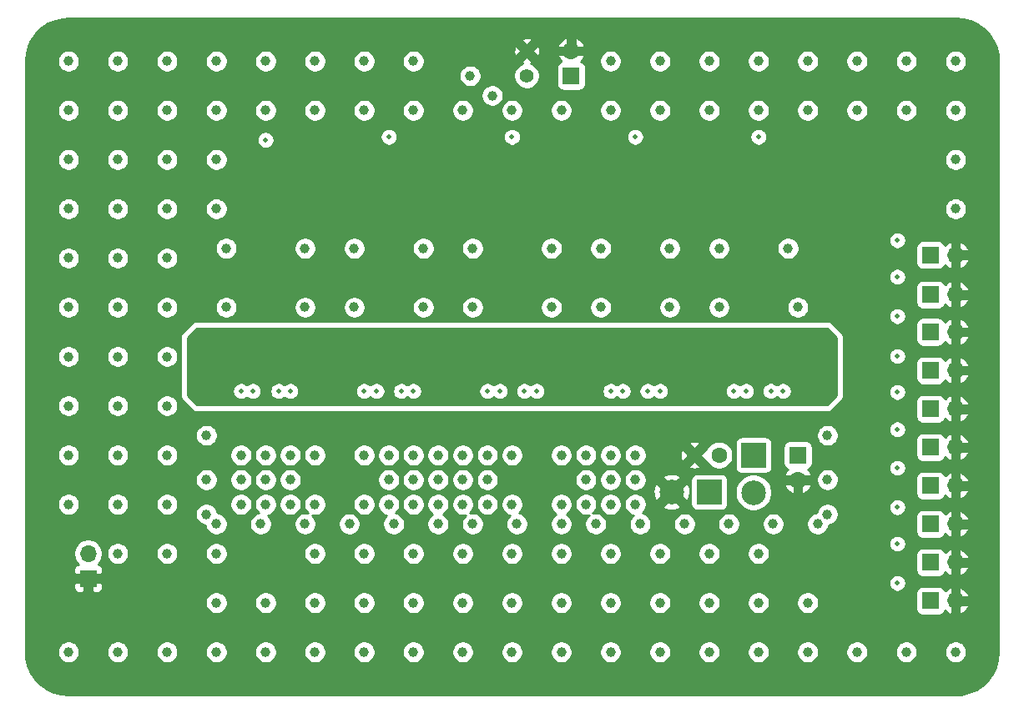
<source format=gbr>
G04 #@! TF.GenerationSoftware,KiCad,Pcbnew,(5.1.5)-3*
G04 #@! TF.CreationDate,2020-06-02T16:47:02-04:00*
G04 #@! TF.ProjectId,LT3081-TESTING,4c543330-3831-42d5-9445-5354494e472e,rev?*
G04 #@! TF.SameCoordinates,Original*
G04 #@! TF.FileFunction,Copper,L2,Inr*
G04 #@! TF.FilePolarity,Positive*
%FSLAX46Y46*%
G04 Gerber Fmt 4.6, Leading zero omitted, Abs format (unit mm)*
G04 Created by KiCad (PCBNEW (5.1.5)-3) date 2020-06-02 16:47:02*
%MOMM*%
%LPD*%
G04 APERTURE LIST*
%ADD10O,1.700000X1.700000*%
%ADD11R,1.700000X1.700000*%
%ADD12C,1.400000*%
%ADD13C,2.499360*%
%ADD14R,2.499360X2.499360*%
%ADD15C,1.600000*%
%ADD16C,0.500000*%
%ADD17C,1.000000*%
%ADD18C,0.254000*%
G04 APERTURE END LIST*
D10*
X171000000Y-28960000D03*
D11*
X171000000Y-31500000D03*
D10*
X122000000Y-80000000D03*
D11*
X122000000Y-82540000D03*
D12*
X166500000Y-28960000D03*
X166500000Y-31500000D03*
D13*
X181190000Y-73750000D03*
D14*
X185000000Y-73750000D03*
D13*
X189500000Y-73810000D03*
D14*
X189500000Y-70000000D03*
D10*
X210000000Y-84800000D03*
D11*
X207460000Y-84800000D03*
D10*
X210000000Y-77000000D03*
D11*
X207460000Y-77000000D03*
D10*
X210000000Y-69200000D03*
D11*
X207460000Y-69200000D03*
D10*
X210000000Y-61400000D03*
D11*
X207460000Y-61400000D03*
D10*
X210000000Y-53700000D03*
D11*
X207460000Y-53700000D03*
D10*
X210000000Y-80900000D03*
D11*
X207460000Y-80900000D03*
D10*
X210000000Y-73100000D03*
D11*
X207460000Y-73100000D03*
D10*
X210000000Y-65300000D03*
D11*
X207460000Y-65300000D03*
D10*
X210000000Y-57500000D03*
D11*
X207460000Y-57500000D03*
D10*
X210000000Y-49700000D03*
D11*
X207460000Y-49700000D03*
D10*
X194000000Y-72540000D03*
D11*
X194000000Y-70000000D03*
D15*
X183500000Y-70000000D03*
X186000000Y-70000000D03*
D16*
X202200000Y-84900000D03*
X202200000Y-80900000D03*
X202200000Y-77000000D03*
X202200000Y-73100000D03*
X202200000Y-69200000D03*
X202200000Y-65300000D03*
X202200000Y-61400000D03*
X202200000Y-57500000D03*
X202200000Y-53700000D03*
X202200000Y-49700000D03*
D17*
X160750000Y-28500000D03*
X198500000Y-82000000D03*
D16*
X190000000Y-63500000D03*
X177500000Y-63500000D03*
X165000000Y-63500000D03*
X190000000Y-37700000D03*
X177500000Y-37700000D03*
X165000000Y-37700000D03*
X152500000Y-37700000D03*
X152500000Y-63500000D03*
X140000000Y-63500000D03*
D17*
X160750000Y-31500000D03*
X163000000Y-33500000D03*
X134000000Y-59000000D03*
X134000000Y-63500000D03*
X134000000Y-68000000D03*
X134000000Y-72500000D03*
X134000000Y-76000000D03*
X135000000Y-77000000D03*
X196000000Y-77000000D03*
X197000000Y-76000000D03*
X139500000Y-77000000D03*
X144000000Y-77000000D03*
X148500000Y-77000000D03*
X153000000Y-77000000D03*
X157500000Y-77000000D03*
X170000000Y-77000000D03*
X197000000Y-59000000D03*
X191500000Y-77000000D03*
X187000000Y-77000000D03*
X182500000Y-77000000D03*
X178000000Y-77000000D03*
X173500000Y-77000000D03*
X161000000Y-77000000D03*
X197000000Y-72500000D03*
X197000000Y-68000000D03*
X197000000Y-63500000D03*
X165500000Y-77000000D03*
D16*
X140000000Y-38000000D03*
X192500000Y-63500000D03*
X180000000Y-63500000D03*
X167500000Y-63500000D03*
X155000000Y-63500000D03*
X142500000Y-63500000D03*
D17*
X137500000Y-70000000D03*
X140000000Y-70000000D03*
X142500000Y-70000000D03*
X142500000Y-72500000D03*
X140000000Y-72500000D03*
X137500000Y-72500000D03*
X137500000Y-75000000D03*
X140000000Y-75000000D03*
X142500000Y-75000000D03*
X177500000Y-70000000D03*
X175000000Y-70000000D03*
X172500000Y-70000000D03*
X172500000Y-72500000D03*
X175000000Y-72500000D03*
X177500000Y-72500000D03*
X177500000Y-75000000D03*
X175000000Y-75000000D03*
X172500000Y-75000000D03*
X152500000Y-70000000D03*
X155000000Y-70000000D03*
X157500000Y-70000000D03*
X160000000Y-70000000D03*
X162500000Y-70000000D03*
X162500000Y-72500000D03*
X160000000Y-72500000D03*
X155000000Y-72500000D03*
X152500000Y-72500000D03*
X157500000Y-72500000D03*
X152500000Y-75000000D03*
X155000000Y-75000000D03*
X157500000Y-75000000D03*
X160000000Y-75000000D03*
X162500000Y-75000000D03*
X120000000Y-65000000D03*
X125000000Y-65000000D03*
X130000000Y-65000000D03*
X130000000Y-70000000D03*
X125000000Y-70000000D03*
X120000000Y-70000000D03*
X120000000Y-75000000D03*
X125000000Y-75000000D03*
X130000000Y-75000000D03*
X120000000Y-90000000D03*
X125000000Y-90000000D03*
X130000000Y-90000000D03*
X135000000Y-90000000D03*
X140000000Y-90000000D03*
X145000000Y-90000000D03*
X145000000Y-85000000D03*
X140000000Y-85000000D03*
X135000000Y-85000000D03*
X150000000Y-85000000D03*
X150000000Y-90000000D03*
X155000000Y-90000000D03*
X155000000Y-85000000D03*
X160000000Y-85000000D03*
X160000000Y-90000000D03*
X165000000Y-90000000D03*
X165000000Y-85000000D03*
X170000000Y-85000000D03*
X170000000Y-90000000D03*
X180000000Y-85000000D03*
X175000000Y-85000000D03*
X180000000Y-90000000D03*
X175000000Y-90000000D03*
X185000000Y-90000000D03*
X185000000Y-85000000D03*
X190000000Y-85000000D03*
X190000000Y-90000000D03*
X195000000Y-90000000D03*
X195000000Y-85000000D03*
X200000000Y-90000000D03*
X205000000Y-90000000D03*
X210000000Y-90000000D03*
X190000000Y-80000000D03*
X185000000Y-80000000D03*
X180000000Y-80000000D03*
X175000000Y-80000000D03*
X170000000Y-80000000D03*
X165000000Y-80000000D03*
X160000000Y-80000000D03*
X155000000Y-80000000D03*
X150000000Y-80000000D03*
X145000000Y-80000000D03*
X135000000Y-80000000D03*
X120000000Y-60000000D03*
X125000000Y-60000000D03*
X130000000Y-60000000D03*
X130000000Y-80000000D03*
X125000000Y-80000000D03*
X145000000Y-70000000D03*
X150000000Y-70000000D03*
X150000000Y-75000000D03*
X145000000Y-75000000D03*
X165000000Y-70000000D03*
X165000000Y-75000000D03*
X170000000Y-75000000D03*
X170000000Y-70000000D03*
D16*
X187500000Y-63500000D03*
X175000000Y-63500000D03*
X162500000Y-63500000D03*
X150000000Y-63500000D03*
X137500000Y-63500000D03*
X138700000Y-63500000D03*
X204100000Y-48200000D03*
X151250000Y-63500000D03*
X204100000Y-55900000D03*
X163750000Y-63500000D03*
X204100000Y-63600000D03*
X176250000Y-63500000D03*
X204100000Y-71300000D03*
X188750000Y-63500000D03*
X204100000Y-79000000D03*
X141300000Y-63500000D03*
X204100000Y-51900000D03*
X153750000Y-63500000D03*
X204100000Y-59950000D03*
X166250000Y-63500000D03*
X204100000Y-67400000D03*
X178750000Y-63500000D03*
X204100000Y-75300000D03*
X191250000Y-63500000D03*
X204100000Y-83000000D03*
D17*
X194000000Y-55000000D03*
X193000000Y-49000000D03*
X186000000Y-49000000D03*
X186000000Y-55000000D03*
X181000000Y-55000000D03*
X181000000Y-49000000D03*
X174000000Y-49000000D03*
X174000000Y-55000000D03*
X169000000Y-55000000D03*
X169000000Y-49000000D03*
X161000000Y-49000000D03*
X161000000Y-55000000D03*
X156000000Y-55000000D03*
X156000000Y-49000000D03*
X149000000Y-49000000D03*
X149000000Y-55000000D03*
X136000000Y-55000000D03*
X144000000Y-55000000D03*
X144000000Y-49000000D03*
X136000000Y-49000000D03*
X120000000Y-55000000D03*
X125000000Y-55000000D03*
X130000000Y-55000000D03*
X130000000Y-50000000D03*
X125000000Y-50000000D03*
X120000000Y-50000000D03*
X120000000Y-45000000D03*
X125000000Y-45000000D03*
X130000000Y-45000000D03*
X130000000Y-40000000D03*
X125000000Y-40000000D03*
X120000000Y-40000000D03*
X120000000Y-35000000D03*
X125000000Y-35000000D03*
X130000000Y-35000000D03*
X135000000Y-45000000D03*
X135000000Y-40000000D03*
X135000000Y-35000000D03*
X135000000Y-30000000D03*
X130000000Y-30000000D03*
X125000000Y-30000000D03*
X120000000Y-30000000D03*
X140000000Y-30000000D03*
X140000000Y-35000000D03*
X145000000Y-35000000D03*
X145000000Y-30000000D03*
X150000000Y-30000000D03*
X150000000Y-35000000D03*
X155000000Y-35000000D03*
X155000000Y-30000000D03*
X160000000Y-35000000D03*
X165000000Y-35000000D03*
X170000000Y-35000000D03*
X175000000Y-35000000D03*
X180000000Y-35000000D03*
X185000000Y-35000000D03*
X190000000Y-35000000D03*
X195000000Y-35000000D03*
X200000000Y-35000000D03*
X205000000Y-35000000D03*
X210000000Y-35000000D03*
X210000000Y-40000000D03*
X210000000Y-45000000D03*
X210000000Y-30000000D03*
X205000000Y-30000000D03*
X200000000Y-30000000D03*
X190000000Y-30000000D03*
X195000000Y-30000000D03*
X185000000Y-30000000D03*
X180000000Y-30000000D03*
X175000000Y-30000000D03*
D18*
G36*
X210768083Y-25731173D02*
G01*
X211511891Y-25934656D01*
X212207905Y-26266638D01*
X212834130Y-26716626D01*
X213370777Y-27270403D01*
X213800871Y-27910451D01*
X214110829Y-28616553D01*
X214292065Y-29371457D01*
X214340000Y-30024207D01*
X214340001Y-89970597D01*
X214268827Y-90768083D01*
X214065344Y-91511890D01*
X213733363Y-92207904D01*
X213283374Y-92834130D01*
X212729597Y-93370777D01*
X212089549Y-93800871D01*
X211383447Y-94110829D01*
X210628543Y-94292065D01*
X209975793Y-94340000D01*
X120029392Y-94340000D01*
X119231917Y-94268827D01*
X118488110Y-94065344D01*
X117792096Y-93733363D01*
X117165870Y-93283374D01*
X116629223Y-92729597D01*
X116199129Y-92089549D01*
X115889171Y-91383447D01*
X115707935Y-90628543D01*
X115660000Y-89975793D01*
X115660000Y-89888212D01*
X118865000Y-89888212D01*
X118865000Y-90111788D01*
X118908617Y-90331067D01*
X118994176Y-90537624D01*
X119118388Y-90723520D01*
X119276480Y-90881612D01*
X119462376Y-91005824D01*
X119668933Y-91091383D01*
X119888212Y-91135000D01*
X120111788Y-91135000D01*
X120331067Y-91091383D01*
X120537624Y-91005824D01*
X120723520Y-90881612D01*
X120881612Y-90723520D01*
X121005824Y-90537624D01*
X121091383Y-90331067D01*
X121135000Y-90111788D01*
X121135000Y-89888212D01*
X123865000Y-89888212D01*
X123865000Y-90111788D01*
X123908617Y-90331067D01*
X123994176Y-90537624D01*
X124118388Y-90723520D01*
X124276480Y-90881612D01*
X124462376Y-91005824D01*
X124668933Y-91091383D01*
X124888212Y-91135000D01*
X125111788Y-91135000D01*
X125331067Y-91091383D01*
X125537624Y-91005824D01*
X125723520Y-90881612D01*
X125881612Y-90723520D01*
X126005824Y-90537624D01*
X126091383Y-90331067D01*
X126135000Y-90111788D01*
X126135000Y-89888212D01*
X128865000Y-89888212D01*
X128865000Y-90111788D01*
X128908617Y-90331067D01*
X128994176Y-90537624D01*
X129118388Y-90723520D01*
X129276480Y-90881612D01*
X129462376Y-91005824D01*
X129668933Y-91091383D01*
X129888212Y-91135000D01*
X130111788Y-91135000D01*
X130331067Y-91091383D01*
X130537624Y-91005824D01*
X130723520Y-90881612D01*
X130881612Y-90723520D01*
X131005824Y-90537624D01*
X131091383Y-90331067D01*
X131135000Y-90111788D01*
X131135000Y-89888212D01*
X133865000Y-89888212D01*
X133865000Y-90111788D01*
X133908617Y-90331067D01*
X133994176Y-90537624D01*
X134118388Y-90723520D01*
X134276480Y-90881612D01*
X134462376Y-91005824D01*
X134668933Y-91091383D01*
X134888212Y-91135000D01*
X135111788Y-91135000D01*
X135331067Y-91091383D01*
X135537624Y-91005824D01*
X135723520Y-90881612D01*
X135881612Y-90723520D01*
X136005824Y-90537624D01*
X136091383Y-90331067D01*
X136135000Y-90111788D01*
X136135000Y-89888212D01*
X138865000Y-89888212D01*
X138865000Y-90111788D01*
X138908617Y-90331067D01*
X138994176Y-90537624D01*
X139118388Y-90723520D01*
X139276480Y-90881612D01*
X139462376Y-91005824D01*
X139668933Y-91091383D01*
X139888212Y-91135000D01*
X140111788Y-91135000D01*
X140331067Y-91091383D01*
X140537624Y-91005824D01*
X140723520Y-90881612D01*
X140881612Y-90723520D01*
X141005824Y-90537624D01*
X141091383Y-90331067D01*
X141135000Y-90111788D01*
X141135000Y-89888212D01*
X143865000Y-89888212D01*
X143865000Y-90111788D01*
X143908617Y-90331067D01*
X143994176Y-90537624D01*
X144118388Y-90723520D01*
X144276480Y-90881612D01*
X144462376Y-91005824D01*
X144668933Y-91091383D01*
X144888212Y-91135000D01*
X145111788Y-91135000D01*
X145331067Y-91091383D01*
X145537624Y-91005824D01*
X145723520Y-90881612D01*
X145881612Y-90723520D01*
X146005824Y-90537624D01*
X146091383Y-90331067D01*
X146135000Y-90111788D01*
X146135000Y-89888212D01*
X148865000Y-89888212D01*
X148865000Y-90111788D01*
X148908617Y-90331067D01*
X148994176Y-90537624D01*
X149118388Y-90723520D01*
X149276480Y-90881612D01*
X149462376Y-91005824D01*
X149668933Y-91091383D01*
X149888212Y-91135000D01*
X150111788Y-91135000D01*
X150331067Y-91091383D01*
X150537624Y-91005824D01*
X150723520Y-90881612D01*
X150881612Y-90723520D01*
X151005824Y-90537624D01*
X151091383Y-90331067D01*
X151135000Y-90111788D01*
X151135000Y-89888212D01*
X153865000Y-89888212D01*
X153865000Y-90111788D01*
X153908617Y-90331067D01*
X153994176Y-90537624D01*
X154118388Y-90723520D01*
X154276480Y-90881612D01*
X154462376Y-91005824D01*
X154668933Y-91091383D01*
X154888212Y-91135000D01*
X155111788Y-91135000D01*
X155331067Y-91091383D01*
X155537624Y-91005824D01*
X155723520Y-90881612D01*
X155881612Y-90723520D01*
X156005824Y-90537624D01*
X156091383Y-90331067D01*
X156135000Y-90111788D01*
X156135000Y-89888212D01*
X158865000Y-89888212D01*
X158865000Y-90111788D01*
X158908617Y-90331067D01*
X158994176Y-90537624D01*
X159118388Y-90723520D01*
X159276480Y-90881612D01*
X159462376Y-91005824D01*
X159668933Y-91091383D01*
X159888212Y-91135000D01*
X160111788Y-91135000D01*
X160331067Y-91091383D01*
X160537624Y-91005824D01*
X160723520Y-90881612D01*
X160881612Y-90723520D01*
X161005824Y-90537624D01*
X161091383Y-90331067D01*
X161135000Y-90111788D01*
X161135000Y-89888212D01*
X163865000Y-89888212D01*
X163865000Y-90111788D01*
X163908617Y-90331067D01*
X163994176Y-90537624D01*
X164118388Y-90723520D01*
X164276480Y-90881612D01*
X164462376Y-91005824D01*
X164668933Y-91091383D01*
X164888212Y-91135000D01*
X165111788Y-91135000D01*
X165331067Y-91091383D01*
X165537624Y-91005824D01*
X165723520Y-90881612D01*
X165881612Y-90723520D01*
X166005824Y-90537624D01*
X166091383Y-90331067D01*
X166135000Y-90111788D01*
X166135000Y-89888212D01*
X168865000Y-89888212D01*
X168865000Y-90111788D01*
X168908617Y-90331067D01*
X168994176Y-90537624D01*
X169118388Y-90723520D01*
X169276480Y-90881612D01*
X169462376Y-91005824D01*
X169668933Y-91091383D01*
X169888212Y-91135000D01*
X170111788Y-91135000D01*
X170331067Y-91091383D01*
X170537624Y-91005824D01*
X170723520Y-90881612D01*
X170881612Y-90723520D01*
X171005824Y-90537624D01*
X171091383Y-90331067D01*
X171135000Y-90111788D01*
X171135000Y-89888212D01*
X173865000Y-89888212D01*
X173865000Y-90111788D01*
X173908617Y-90331067D01*
X173994176Y-90537624D01*
X174118388Y-90723520D01*
X174276480Y-90881612D01*
X174462376Y-91005824D01*
X174668933Y-91091383D01*
X174888212Y-91135000D01*
X175111788Y-91135000D01*
X175331067Y-91091383D01*
X175537624Y-91005824D01*
X175723520Y-90881612D01*
X175881612Y-90723520D01*
X176005824Y-90537624D01*
X176091383Y-90331067D01*
X176135000Y-90111788D01*
X176135000Y-89888212D01*
X178865000Y-89888212D01*
X178865000Y-90111788D01*
X178908617Y-90331067D01*
X178994176Y-90537624D01*
X179118388Y-90723520D01*
X179276480Y-90881612D01*
X179462376Y-91005824D01*
X179668933Y-91091383D01*
X179888212Y-91135000D01*
X180111788Y-91135000D01*
X180331067Y-91091383D01*
X180537624Y-91005824D01*
X180723520Y-90881612D01*
X180881612Y-90723520D01*
X181005824Y-90537624D01*
X181091383Y-90331067D01*
X181135000Y-90111788D01*
X181135000Y-89888212D01*
X183865000Y-89888212D01*
X183865000Y-90111788D01*
X183908617Y-90331067D01*
X183994176Y-90537624D01*
X184118388Y-90723520D01*
X184276480Y-90881612D01*
X184462376Y-91005824D01*
X184668933Y-91091383D01*
X184888212Y-91135000D01*
X185111788Y-91135000D01*
X185331067Y-91091383D01*
X185537624Y-91005824D01*
X185723520Y-90881612D01*
X185881612Y-90723520D01*
X186005824Y-90537624D01*
X186091383Y-90331067D01*
X186135000Y-90111788D01*
X186135000Y-89888212D01*
X188865000Y-89888212D01*
X188865000Y-90111788D01*
X188908617Y-90331067D01*
X188994176Y-90537624D01*
X189118388Y-90723520D01*
X189276480Y-90881612D01*
X189462376Y-91005824D01*
X189668933Y-91091383D01*
X189888212Y-91135000D01*
X190111788Y-91135000D01*
X190331067Y-91091383D01*
X190537624Y-91005824D01*
X190723520Y-90881612D01*
X190881612Y-90723520D01*
X191005824Y-90537624D01*
X191091383Y-90331067D01*
X191135000Y-90111788D01*
X191135000Y-89888212D01*
X193865000Y-89888212D01*
X193865000Y-90111788D01*
X193908617Y-90331067D01*
X193994176Y-90537624D01*
X194118388Y-90723520D01*
X194276480Y-90881612D01*
X194462376Y-91005824D01*
X194668933Y-91091383D01*
X194888212Y-91135000D01*
X195111788Y-91135000D01*
X195331067Y-91091383D01*
X195537624Y-91005824D01*
X195723520Y-90881612D01*
X195881612Y-90723520D01*
X196005824Y-90537624D01*
X196091383Y-90331067D01*
X196135000Y-90111788D01*
X196135000Y-89888212D01*
X198865000Y-89888212D01*
X198865000Y-90111788D01*
X198908617Y-90331067D01*
X198994176Y-90537624D01*
X199118388Y-90723520D01*
X199276480Y-90881612D01*
X199462376Y-91005824D01*
X199668933Y-91091383D01*
X199888212Y-91135000D01*
X200111788Y-91135000D01*
X200331067Y-91091383D01*
X200537624Y-91005824D01*
X200723520Y-90881612D01*
X200881612Y-90723520D01*
X201005824Y-90537624D01*
X201091383Y-90331067D01*
X201135000Y-90111788D01*
X201135000Y-89888212D01*
X203865000Y-89888212D01*
X203865000Y-90111788D01*
X203908617Y-90331067D01*
X203994176Y-90537624D01*
X204118388Y-90723520D01*
X204276480Y-90881612D01*
X204462376Y-91005824D01*
X204668933Y-91091383D01*
X204888212Y-91135000D01*
X205111788Y-91135000D01*
X205331067Y-91091383D01*
X205537624Y-91005824D01*
X205723520Y-90881612D01*
X205881612Y-90723520D01*
X206005824Y-90537624D01*
X206091383Y-90331067D01*
X206135000Y-90111788D01*
X206135000Y-89888212D01*
X208865000Y-89888212D01*
X208865000Y-90111788D01*
X208908617Y-90331067D01*
X208994176Y-90537624D01*
X209118388Y-90723520D01*
X209276480Y-90881612D01*
X209462376Y-91005824D01*
X209668933Y-91091383D01*
X209888212Y-91135000D01*
X210111788Y-91135000D01*
X210331067Y-91091383D01*
X210537624Y-91005824D01*
X210723520Y-90881612D01*
X210881612Y-90723520D01*
X211005824Y-90537624D01*
X211091383Y-90331067D01*
X211135000Y-90111788D01*
X211135000Y-89888212D01*
X211091383Y-89668933D01*
X211005824Y-89462376D01*
X210881612Y-89276480D01*
X210723520Y-89118388D01*
X210537624Y-88994176D01*
X210331067Y-88908617D01*
X210111788Y-88865000D01*
X209888212Y-88865000D01*
X209668933Y-88908617D01*
X209462376Y-88994176D01*
X209276480Y-89118388D01*
X209118388Y-89276480D01*
X208994176Y-89462376D01*
X208908617Y-89668933D01*
X208865000Y-89888212D01*
X206135000Y-89888212D01*
X206091383Y-89668933D01*
X206005824Y-89462376D01*
X205881612Y-89276480D01*
X205723520Y-89118388D01*
X205537624Y-88994176D01*
X205331067Y-88908617D01*
X205111788Y-88865000D01*
X204888212Y-88865000D01*
X204668933Y-88908617D01*
X204462376Y-88994176D01*
X204276480Y-89118388D01*
X204118388Y-89276480D01*
X203994176Y-89462376D01*
X203908617Y-89668933D01*
X203865000Y-89888212D01*
X201135000Y-89888212D01*
X201091383Y-89668933D01*
X201005824Y-89462376D01*
X200881612Y-89276480D01*
X200723520Y-89118388D01*
X200537624Y-88994176D01*
X200331067Y-88908617D01*
X200111788Y-88865000D01*
X199888212Y-88865000D01*
X199668933Y-88908617D01*
X199462376Y-88994176D01*
X199276480Y-89118388D01*
X199118388Y-89276480D01*
X198994176Y-89462376D01*
X198908617Y-89668933D01*
X198865000Y-89888212D01*
X196135000Y-89888212D01*
X196091383Y-89668933D01*
X196005824Y-89462376D01*
X195881612Y-89276480D01*
X195723520Y-89118388D01*
X195537624Y-88994176D01*
X195331067Y-88908617D01*
X195111788Y-88865000D01*
X194888212Y-88865000D01*
X194668933Y-88908617D01*
X194462376Y-88994176D01*
X194276480Y-89118388D01*
X194118388Y-89276480D01*
X193994176Y-89462376D01*
X193908617Y-89668933D01*
X193865000Y-89888212D01*
X191135000Y-89888212D01*
X191091383Y-89668933D01*
X191005824Y-89462376D01*
X190881612Y-89276480D01*
X190723520Y-89118388D01*
X190537624Y-88994176D01*
X190331067Y-88908617D01*
X190111788Y-88865000D01*
X189888212Y-88865000D01*
X189668933Y-88908617D01*
X189462376Y-88994176D01*
X189276480Y-89118388D01*
X189118388Y-89276480D01*
X188994176Y-89462376D01*
X188908617Y-89668933D01*
X188865000Y-89888212D01*
X186135000Y-89888212D01*
X186091383Y-89668933D01*
X186005824Y-89462376D01*
X185881612Y-89276480D01*
X185723520Y-89118388D01*
X185537624Y-88994176D01*
X185331067Y-88908617D01*
X185111788Y-88865000D01*
X184888212Y-88865000D01*
X184668933Y-88908617D01*
X184462376Y-88994176D01*
X184276480Y-89118388D01*
X184118388Y-89276480D01*
X183994176Y-89462376D01*
X183908617Y-89668933D01*
X183865000Y-89888212D01*
X181135000Y-89888212D01*
X181091383Y-89668933D01*
X181005824Y-89462376D01*
X180881612Y-89276480D01*
X180723520Y-89118388D01*
X180537624Y-88994176D01*
X180331067Y-88908617D01*
X180111788Y-88865000D01*
X179888212Y-88865000D01*
X179668933Y-88908617D01*
X179462376Y-88994176D01*
X179276480Y-89118388D01*
X179118388Y-89276480D01*
X178994176Y-89462376D01*
X178908617Y-89668933D01*
X178865000Y-89888212D01*
X176135000Y-89888212D01*
X176091383Y-89668933D01*
X176005824Y-89462376D01*
X175881612Y-89276480D01*
X175723520Y-89118388D01*
X175537624Y-88994176D01*
X175331067Y-88908617D01*
X175111788Y-88865000D01*
X174888212Y-88865000D01*
X174668933Y-88908617D01*
X174462376Y-88994176D01*
X174276480Y-89118388D01*
X174118388Y-89276480D01*
X173994176Y-89462376D01*
X173908617Y-89668933D01*
X173865000Y-89888212D01*
X171135000Y-89888212D01*
X171091383Y-89668933D01*
X171005824Y-89462376D01*
X170881612Y-89276480D01*
X170723520Y-89118388D01*
X170537624Y-88994176D01*
X170331067Y-88908617D01*
X170111788Y-88865000D01*
X169888212Y-88865000D01*
X169668933Y-88908617D01*
X169462376Y-88994176D01*
X169276480Y-89118388D01*
X169118388Y-89276480D01*
X168994176Y-89462376D01*
X168908617Y-89668933D01*
X168865000Y-89888212D01*
X166135000Y-89888212D01*
X166091383Y-89668933D01*
X166005824Y-89462376D01*
X165881612Y-89276480D01*
X165723520Y-89118388D01*
X165537624Y-88994176D01*
X165331067Y-88908617D01*
X165111788Y-88865000D01*
X164888212Y-88865000D01*
X164668933Y-88908617D01*
X164462376Y-88994176D01*
X164276480Y-89118388D01*
X164118388Y-89276480D01*
X163994176Y-89462376D01*
X163908617Y-89668933D01*
X163865000Y-89888212D01*
X161135000Y-89888212D01*
X161091383Y-89668933D01*
X161005824Y-89462376D01*
X160881612Y-89276480D01*
X160723520Y-89118388D01*
X160537624Y-88994176D01*
X160331067Y-88908617D01*
X160111788Y-88865000D01*
X159888212Y-88865000D01*
X159668933Y-88908617D01*
X159462376Y-88994176D01*
X159276480Y-89118388D01*
X159118388Y-89276480D01*
X158994176Y-89462376D01*
X158908617Y-89668933D01*
X158865000Y-89888212D01*
X156135000Y-89888212D01*
X156091383Y-89668933D01*
X156005824Y-89462376D01*
X155881612Y-89276480D01*
X155723520Y-89118388D01*
X155537624Y-88994176D01*
X155331067Y-88908617D01*
X155111788Y-88865000D01*
X154888212Y-88865000D01*
X154668933Y-88908617D01*
X154462376Y-88994176D01*
X154276480Y-89118388D01*
X154118388Y-89276480D01*
X153994176Y-89462376D01*
X153908617Y-89668933D01*
X153865000Y-89888212D01*
X151135000Y-89888212D01*
X151091383Y-89668933D01*
X151005824Y-89462376D01*
X150881612Y-89276480D01*
X150723520Y-89118388D01*
X150537624Y-88994176D01*
X150331067Y-88908617D01*
X150111788Y-88865000D01*
X149888212Y-88865000D01*
X149668933Y-88908617D01*
X149462376Y-88994176D01*
X149276480Y-89118388D01*
X149118388Y-89276480D01*
X148994176Y-89462376D01*
X148908617Y-89668933D01*
X148865000Y-89888212D01*
X146135000Y-89888212D01*
X146091383Y-89668933D01*
X146005824Y-89462376D01*
X145881612Y-89276480D01*
X145723520Y-89118388D01*
X145537624Y-88994176D01*
X145331067Y-88908617D01*
X145111788Y-88865000D01*
X144888212Y-88865000D01*
X144668933Y-88908617D01*
X144462376Y-88994176D01*
X144276480Y-89118388D01*
X144118388Y-89276480D01*
X143994176Y-89462376D01*
X143908617Y-89668933D01*
X143865000Y-89888212D01*
X141135000Y-89888212D01*
X141091383Y-89668933D01*
X141005824Y-89462376D01*
X140881612Y-89276480D01*
X140723520Y-89118388D01*
X140537624Y-88994176D01*
X140331067Y-88908617D01*
X140111788Y-88865000D01*
X139888212Y-88865000D01*
X139668933Y-88908617D01*
X139462376Y-88994176D01*
X139276480Y-89118388D01*
X139118388Y-89276480D01*
X138994176Y-89462376D01*
X138908617Y-89668933D01*
X138865000Y-89888212D01*
X136135000Y-89888212D01*
X136091383Y-89668933D01*
X136005824Y-89462376D01*
X135881612Y-89276480D01*
X135723520Y-89118388D01*
X135537624Y-88994176D01*
X135331067Y-88908617D01*
X135111788Y-88865000D01*
X134888212Y-88865000D01*
X134668933Y-88908617D01*
X134462376Y-88994176D01*
X134276480Y-89118388D01*
X134118388Y-89276480D01*
X133994176Y-89462376D01*
X133908617Y-89668933D01*
X133865000Y-89888212D01*
X131135000Y-89888212D01*
X131091383Y-89668933D01*
X131005824Y-89462376D01*
X130881612Y-89276480D01*
X130723520Y-89118388D01*
X130537624Y-88994176D01*
X130331067Y-88908617D01*
X130111788Y-88865000D01*
X129888212Y-88865000D01*
X129668933Y-88908617D01*
X129462376Y-88994176D01*
X129276480Y-89118388D01*
X129118388Y-89276480D01*
X128994176Y-89462376D01*
X128908617Y-89668933D01*
X128865000Y-89888212D01*
X126135000Y-89888212D01*
X126091383Y-89668933D01*
X126005824Y-89462376D01*
X125881612Y-89276480D01*
X125723520Y-89118388D01*
X125537624Y-88994176D01*
X125331067Y-88908617D01*
X125111788Y-88865000D01*
X124888212Y-88865000D01*
X124668933Y-88908617D01*
X124462376Y-88994176D01*
X124276480Y-89118388D01*
X124118388Y-89276480D01*
X123994176Y-89462376D01*
X123908617Y-89668933D01*
X123865000Y-89888212D01*
X121135000Y-89888212D01*
X121091383Y-89668933D01*
X121005824Y-89462376D01*
X120881612Y-89276480D01*
X120723520Y-89118388D01*
X120537624Y-88994176D01*
X120331067Y-88908617D01*
X120111788Y-88865000D01*
X119888212Y-88865000D01*
X119668933Y-88908617D01*
X119462376Y-88994176D01*
X119276480Y-89118388D01*
X119118388Y-89276480D01*
X118994176Y-89462376D01*
X118908617Y-89668933D01*
X118865000Y-89888212D01*
X115660000Y-89888212D01*
X115660000Y-84888212D01*
X133865000Y-84888212D01*
X133865000Y-85111788D01*
X133908617Y-85331067D01*
X133994176Y-85537624D01*
X134118388Y-85723520D01*
X134276480Y-85881612D01*
X134462376Y-86005824D01*
X134668933Y-86091383D01*
X134888212Y-86135000D01*
X135111788Y-86135000D01*
X135331067Y-86091383D01*
X135537624Y-86005824D01*
X135723520Y-85881612D01*
X135881612Y-85723520D01*
X136005824Y-85537624D01*
X136091383Y-85331067D01*
X136135000Y-85111788D01*
X136135000Y-84888212D01*
X138865000Y-84888212D01*
X138865000Y-85111788D01*
X138908617Y-85331067D01*
X138994176Y-85537624D01*
X139118388Y-85723520D01*
X139276480Y-85881612D01*
X139462376Y-86005824D01*
X139668933Y-86091383D01*
X139888212Y-86135000D01*
X140111788Y-86135000D01*
X140331067Y-86091383D01*
X140537624Y-86005824D01*
X140723520Y-85881612D01*
X140881612Y-85723520D01*
X141005824Y-85537624D01*
X141091383Y-85331067D01*
X141135000Y-85111788D01*
X141135000Y-84888212D01*
X143865000Y-84888212D01*
X143865000Y-85111788D01*
X143908617Y-85331067D01*
X143994176Y-85537624D01*
X144118388Y-85723520D01*
X144276480Y-85881612D01*
X144462376Y-86005824D01*
X144668933Y-86091383D01*
X144888212Y-86135000D01*
X145111788Y-86135000D01*
X145331067Y-86091383D01*
X145537624Y-86005824D01*
X145723520Y-85881612D01*
X145881612Y-85723520D01*
X146005824Y-85537624D01*
X146091383Y-85331067D01*
X146135000Y-85111788D01*
X146135000Y-84888212D01*
X148865000Y-84888212D01*
X148865000Y-85111788D01*
X148908617Y-85331067D01*
X148994176Y-85537624D01*
X149118388Y-85723520D01*
X149276480Y-85881612D01*
X149462376Y-86005824D01*
X149668933Y-86091383D01*
X149888212Y-86135000D01*
X150111788Y-86135000D01*
X150331067Y-86091383D01*
X150537624Y-86005824D01*
X150723520Y-85881612D01*
X150881612Y-85723520D01*
X151005824Y-85537624D01*
X151091383Y-85331067D01*
X151135000Y-85111788D01*
X151135000Y-84888212D01*
X153865000Y-84888212D01*
X153865000Y-85111788D01*
X153908617Y-85331067D01*
X153994176Y-85537624D01*
X154118388Y-85723520D01*
X154276480Y-85881612D01*
X154462376Y-86005824D01*
X154668933Y-86091383D01*
X154888212Y-86135000D01*
X155111788Y-86135000D01*
X155331067Y-86091383D01*
X155537624Y-86005824D01*
X155723520Y-85881612D01*
X155881612Y-85723520D01*
X156005824Y-85537624D01*
X156091383Y-85331067D01*
X156135000Y-85111788D01*
X156135000Y-84888212D01*
X158865000Y-84888212D01*
X158865000Y-85111788D01*
X158908617Y-85331067D01*
X158994176Y-85537624D01*
X159118388Y-85723520D01*
X159276480Y-85881612D01*
X159462376Y-86005824D01*
X159668933Y-86091383D01*
X159888212Y-86135000D01*
X160111788Y-86135000D01*
X160331067Y-86091383D01*
X160537624Y-86005824D01*
X160723520Y-85881612D01*
X160881612Y-85723520D01*
X161005824Y-85537624D01*
X161091383Y-85331067D01*
X161135000Y-85111788D01*
X161135000Y-84888212D01*
X163865000Y-84888212D01*
X163865000Y-85111788D01*
X163908617Y-85331067D01*
X163994176Y-85537624D01*
X164118388Y-85723520D01*
X164276480Y-85881612D01*
X164462376Y-86005824D01*
X164668933Y-86091383D01*
X164888212Y-86135000D01*
X165111788Y-86135000D01*
X165331067Y-86091383D01*
X165537624Y-86005824D01*
X165723520Y-85881612D01*
X165881612Y-85723520D01*
X166005824Y-85537624D01*
X166091383Y-85331067D01*
X166135000Y-85111788D01*
X166135000Y-84888212D01*
X168865000Y-84888212D01*
X168865000Y-85111788D01*
X168908617Y-85331067D01*
X168994176Y-85537624D01*
X169118388Y-85723520D01*
X169276480Y-85881612D01*
X169462376Y-86005824D01*
X169668933Y-86091383D01*
X169888212Y-86135000D01*
X170111788Y-86135000D01*
X170331067Y-86091383D01*
X170537624Y-86005824D01*
X170723520Y-85881612D01*
X170881612Y-85723520D01*
X171005824Y-85537624D01*
X171091383Y-85331067D01*
X171135000Y-85111788D01*
X171135000Y-84888212D01*
X173865000Y-84888212D01*
X173865000Y-85111788D01*
X173908617Y-85331067D01*
X173994176Y-85537624D01*
X174118388Y-85723520D01*
X174276480Y-85881612D01*
X174462376Y-86005824D01*
X174668933Y-86091383D01*
X174888212Y-86135000D01*
X175111788Y-86135000D01*
X175331067Y-86091383D01*
X175537624Y-86005824D01*
X175723520Y-85881612D01*
X175881612Y-85723520D01*
X176005824Y-85537624D01*
X176091383Y-85331067D01*
X176135000Y-85111788D01*
X176135000Y-84888212D01*
X178865000Y-84888212D01*
X178865000Y-85111788D01*
X178908617Y-85331067D01*
X178994176Y-85537624D01*
X179118388Y-85723520D01*
X179276480Y-85881612D01*
X179462376Y-86005824D01*
X179668933Y-86091383D01*
X179888212Y-86135000D01*
X180111788Y-86135000D01*
X180331067Y-86091383D01*
X180537624Y-86005824D01*
X180723520Y-85881612D01*
X180881612Y-85723520D01*
X181005824Y-85537624D01*
X181091383Y-85331067D01*
X181135000Y-85111788D01*
X181135000Y-84888212D01*
X183865000Y-84888212D01*
X183865000Y-85111788D01*
X183908617Y-85331067D01*
X183994176Y-85537624D01*
X184118388Y-85723520D01*
X184276480Y-85881612D01*
X184462376Y-86005824D01*
X184668933Y-86091383D01*
X184888212Y-86135000D01*
X185111788Y-86135000D01*
X185331067Y-86091383D01*
X185537624Y-86005824D01*
X185723520Y-85881612D01*
X185881612Y-85723520D01*
X186005824Y-85537624D01*
X186091383Y-85331067D01*
X186135000Y-85111788D01*
X186135000Y-84888212D01*
X188865000Y-84888212D01*
X188865000Y-85111788D01*
X188908617Y-85331067D01*
X188994176Y-85537624D01*
X189118388Y-85723520D01*
X189276480Y-85881612D01*
X189462376Y-86005824D01*
X189668933Y-86091383D01*
X189888212Y-86135000D01*
X190111788Y-86135000D01*
X190331067Y-86091383D01*
X190537624Y-86005824D01*
X190723520Y-85881612D01*
X190881612Y-85723520D01*
X191005824Y-85537624D01*
X191091383Y-85331067D01*
X191135000Y-85111788D01*
X191135000Y-84888212D01*
X193865000Y-84888212D01*
X193865000Y-85111788D01*
X193908617Y-85331067D01*
X193994176Y-85537624D01*
X194118388Y-85723520D01*
X194276480Y-85881612D01*
X194462376Y-86005824D01*
X194668933Y-86091383D01*
X194888212Y-86135000D01*
X195111788Y-86135000D01*
X195331067Y-86091383D01*
X195537624Y-86005824D01*
X195723520Y-85881612D01*
X195881612Y-85723520D01*
X196005824Y-85537624D01*
X196091383Y-85331067D01*
X196135000Y-85111788D01*
X196135000Y-84888212D01*
X196091383Y-84668933D01*
X196005824Y-84462376D01*
X195881612Y-84276480D01*
X195723520Y-84118388D01*
X195537624Y-83994176D01*
X195430975Y-83950000D01*
X205971928Y-83950000D01*
X205971928Y-85650000D01*
X205984188Y-85774482D01*
X206020498Y-85894180D01*
X206079463Y-86004494D01*
X206158815Y-86101185D01*
X206255506Y-86180537D01*
X206365820Y-86239502D01*
X206485518Y-86275812D01*
X206610000Y-86288072D01*
X208310000Y-86288072D01*
X208434482Y-86275812D01*
X208554180Y-86239502D01*
X208664494Y-86180537D01*
X208761185Y-86101185D01*
X208840537Y-86004494D01*
X208899502Y-85894180D01*
X208923447Y-85815242D01*
X208969301Y-85869078D01*
X209197672Y-86049615D01*
X209406735Y-86161345D01*
X209627000Y-86072718D01*
X209627000Y-85173000D01*
X210373000Y-85173000D01*
X210373000Y-86072718D01*
X210593265Y-86161345D01*
X210802328Y-86049615D01*
X211030699Y-85869078D01*
X211219461Y-85647457D01*
X211361360Y-85393268D01*
X211278657Y-85173000D01*
X210373000Y-85173000D01*
X209627000Y-85173000D01*
X209607000Y-85173000D01*
X209607000Y-84427000D01*
X209627000Y-84427000D01*
X209627000Y-83527282D01*
X210373000Y-83527282D01*
X210373000Y-84427000D01*
X211278657Y-84427000D01*
X211361360Y-84206732D01*
X211219461Y-83952543D01*
X211030699Y-83730922D01*
X210802328Y-83550385D01*
X210593265Y-83438655D01*
X210373000Y-83527282D01*
X209627000Y-83527282D01*
X209406735Y-83438655D01*
X209197672Y-83550385D01*
X208969301Y-83730922D01*
X208923447Y-83784758D01*
X208899502Y-83705820D01*
X208840537Y-83595506D01*
X208761185Y-83498815D01*
X208664494Y-83419463D01*
X208554180Y-83360498D01*
X208434482Y-83324188D01*
X208310000Y-83311928D01*
X206610000Y-83311928D01*
X206485518Y-83324188D01*
X206365820Y-83360498D01*
X206255506Y-83419463D01*
X206158815Y-83498815D01*
X206079463Y-83595506D01*
X206020498Y-83705820D01*
X205984188Y-83825518D01*
X205971928Y-83950000D01*
X195430975Y-83950000D01*
X195331067Y-83908617D01*
X195111788Y-83865000D01*
X194888212Y-83865000D01*
X194668933Y-83908617D01*
X194462376Y-83994176D01*
X194276480Y-84118388D01*
X194118388Y-84276480D01*
X193994176Y-84462376D01*
X193908617Y-84668933D01*
X193865000Y-84888212D01*
X191135000Y-84888212D01*
X191091383Y-84668933D01*
X191005824Y-84462376D01*
X190881612Y-84276480D01*
X190723520Y-84118388D01*
X190537624Y-83994176D01*
X190331067Y-83908617D01*
X190111788Y-83865000D01*
X189888212Y-83865000D01*
X189668933Y-83908617D01*
X189462376Y-83994176D01*
X189276480Y-84118388D01*
X189118388Y-84276480D01*
X188994176Y-84462376D01*
X188908617Y-84668933D01*
X188865000Y-84888212D01*
X186135000Y-84888212D01*
X186091383Y-84668933D01*
X186005824Y-84462376D01*
X185881612Y-84276480D01*
X185723520Y-84118388D01*
X185537624Y-83994176D01*
X185331067Y-83908617D01*
X185111788Y-83865000D01*
X184888212Y-83865000D01*
X184668933Y-83908617D01*
X184462376Y-83994176D01*
X184276480Y-84118388D01*
X184118388Y-84276480D01*
X183994176Y-84462376D01*
X183908617Y-84668933D01*
X183865000Y-84888212D01*
X181135000Y-84888212D01*
X181091383Y-84668933D01*
X181005824Y-84462376D01*
X180881612Y-84276480D01*
X180723520Y-84118388D01*
X180537624Y-83994176D01*
X180331067Y-83908617D01*
X180111788Y-83865000D01*
X179888212Y-83865000D01*
X179668933Y-83908617D01*
X179462376Y-83994176D01*
X179276480Y-84118388D01*
X179118388Y-84276480D01*
X178994176Y-84462376D01*
X178908617Y-84668933D01*
X178865000Y-84888212D01*
X176135000Y-84888212D01*
X176091383Y-84668933D01*
X176005824Y-84462376D01*
X175881612Y-84276480D01*
X175723520Y-84118388D01*
X175537624Y-83994176D01*
X175331067Y-83908617D01*
X175111788Y-83865000D01*
X174888212Y-83865000D01*
X174668933Y-83908617D01*
X174462376Y-83994176D01*
X174276480Y-84118388D01*
X174118388Y-84276480D01*
X173994176Y-84462376D01*
X173908617Y-84668933D01*
X173865000Y-84888212D01*
X171135000Y-84888212D01*
X171091383Y-84668933D01*
X171005824Y-84462376D01*
X170881612Y-84276480D01*
X170723520Y-84118388D01*
X170537624Y-83994176D01*
X170331067Y-83908617D01*
X170111788Y-83865000D01*
X169888212Y-83865000D01*
X169668933Y-83908617D01*
X169462376Y-83994176D01*
X169276480Y-84118388D01*
X169118388Y-84276480D01*
X168994176Y-84462376D01*
X168908617Y-84668933D01*
X168865000Y-84888212D01*
X166135000Y-84888212D01*
X166091383Y-84668933D01*
X166005824Y-84462376D01*
X165881612Y-84276480D01*
X165723520Y-84118388D01*
X165537624Y-83994176D01*
X165331067Y-83908617D01*
X165111788Y-83865000D01*
X164888212Y-83865000D01*
X164668933Y-83908617D01*
X164462376Y-83994176D01*
X164276480Y-84118388D01*
X164118388Y-84276480D01*
X163994176Y-84462376D01*
X163908617Y-84668933D01*
X163865000Y-84888212D01*
X161135000Y-84888212D01*
X161091383Y-84668933D01*
X161005824Y-84462376D01*
X160881612Y-84276480D01*
X160723520Y-84118388D01*
X160537624Y-83994176D01*
X160331067Y-83908617D01*
X160111788Y-83865000D01*
X159888212Y-83865000D01*
X159668933Y-83908617D01*
X159462376Y-83994176D01*
X159276480Y-84118388D01*
X159118388Y-84276480D01*
X158994176Y-84462376D01*
X158908617Y-84668933D01*
X158865000Y-84888212D01*
X156135000Y-84888212D01*
X156091383Y-84668933D01*
X156005824Y-84462376D01*
X155881612Y-84276480D01*
X155723520Y-84118388D01*
X155537624Y-83994176D01*
X155331067Y-83908617D01*
X155111788Y-83865000D01*
X154888212Y-83865000D01*
X154668933Y-83908617D01*
X154462376Y-83994176D01*
X154276480Y-84118388D01*
X154118388Y-84276480D01*
X153994176Y-84462376D01*
X153908617Y-84668933D01*
X153865000Y-84888212D01*
X151135000Y-84888212D01*
X151091383Y-84668933D01*
X151005824Y-84462376D01*
X150881612Y-84276480D01*
X150723520Y-84118388D01*
X150537624Y-83994176D01*
X150331067Y-83908617D01*
X150111788Y-83865000D01*
X149888212Y-83865000D01*
X149668933Y-83908617D01*
X149462376Y-83994176D01*
X149276480Y-84118388D01*
X149118388Y-84276480D01*
X148994176Y-84462376D01*
X148908617Y-84668933D01*
X148865000Y-84888212D01*
X146135000Y-84888212D01*
X146091383Y-84668933D01*
X146005824Y-84462376D01*
X145881612Y-84276480D01*
X145723520Y-84118388D01*
X145537624Y-83994176D01*
X145331067Y-83908617D01*
X145111788Y-83865000D01*
X144888212Y-83865000D01*
X144668933Y-83908617D01*
X144462376Y-83994176D01*
X144276480Y-84118388D01*
X144118388Y-84276480D01*
X143994176Y-84462376D01*
X143908617Y-84668933D01*
X143865000Y-84888212D01*
X141135000Y-84888212D01*
X141091383Y-84668933D01*
X141005824Y-84462376D01*
X140881612Y-84276480D01*
X140723520Y-84118388D01*
X140537624Y-83994176D01*
X140331067Y-83908617D01*
X140111788Y-83865000D01*
X139888212Y-83865000D01*
X139668933Y-83908617D01*
X139462376Y-83994176D01*
X139276480Y-84118388D01*
X139118388Y-84276480D01*
X138994176Y-84462376D01*
X138908617Y-84668933D01*
X138865000Y-84888212D01*
X136135000Y-84888212D01*
X136091383Y-84668933D01*
X136005824Y-84462376D01*
X135881612Y-84276480D01*
X135723520Y-84118388D01*
X135537624Y-83994176D01*
X135331067Y-83908617D01*
X135111788Y-83865000D01*
X134888212Y-83865000D01*
X134668933Y-83908617D01*
X134462376Y-83994176D01*
X134276480Y-84118388D01*
X134118388Y-84276480D01*
X133994176Y-84462376D01*
X133908617Y-84668933D01*
X133865000Y-84888212D01*
X115660000Y-84888212D01*
X115660000Y-83390000D01*
X120511928Y-83390000D01*
X120524188Y-83514482D01*
X120560498Y-83634180D01*
X120619463Y-83744494D01*
X120698815Y-83841185D01*
X120795506Y-83920537D01*
X120905820Y-83979502D01*
X121025518Y-84015812D01*
X121150000Y-84028072D01*
X121468250Y-84025000D01*
X121627000Y-83866250D01*
X121627000Y-82913000D01*
X122373000Y-82913000D01*
X122373000Y-83866250D01*
X122531750Y-84025000D01*
X122850000Y-84028072D01*
X122974482Y-84015812D01*
X123094180Y-83979502D01*
X123204494Y-83920537D01*
X123301185Y-83841185D01*
X123380537Y-83744494D01*
X123439502Y-83634180D01*
X123475812Y-83514482D01*
X123488072Y-83390000D01*
X123485000Y-83071750D01*
X123326250Y-82913000D01*
X122373000Y-82913000D01*
X121627000Y-82913000D01*
X120673750Y-82913000D01*
X120515000Y-83071750D01*
X120511928Y-83390000D01*
X115660000Y-83390000D01*
X115660000Y-82912835D01*
X203215000Y-82912835D01*
X203215000Y-83087165D01*
X203249010Y-83258145D01*
X203315723Y-83419205D01*
X203412576Y-83564155D01*
X203535845Y-83687424D01*
X203680795Y-83784277D01*
X203841855Y-83850990D01*
X204012835Y-83885000D01*
X204187165Y-83885000D01*
X204358145Y-83850990D01*
X204519205Y-83784277D01*
X204664155Y-83687424D01*
X204787424Y-83564155D01*
X204884277Y-83419205D01*
X204950990Y-83258145D01*
X204985000Y-83087165D01*
X204985000Y-82912835D01*
X204950990Y-82741855D01*
X204884277Y-82580795D01*
X204787424Y-82435845D01*
X204664155Y-82312576D01*
X204519205Y-82215723D01*
X204358145Y-82149010D01*
X204187165Y-82115000D01*
X204012835Y-82115000D01*
X203841855Y-82149010D01*
X203680795Y-82215723D01*
X203535845Y-82312576D01*
X203412576Y-82435845D01*
X203315723Y-82580795D01*
X203249010Y-82741855D01*
X203215000Y-82912835D01*
X115660000Y-82912835D01*
X115660000Y-81690000D01*
X120511928Y-81690000D01*
X120515000Y-82008250D01*
X120673750Y-82167000D01*
X121627000Y-82167000D01*
X121627000Y-82147000D01*
X122373000Y-82147000D01*
X122373000Y-82167000D01*
X123326250Y-82167000D01*
X123485000Y-82008250D01*
X123488072Y-81690000D01*
X123475812Y-81565518D01*
X123439502Y-81445820D01*
X123380537Y-81335506D01*
X123301185Y-81238815D01*
X123204494Y-81159463D01*
X123094180Y-81100498D01*
X123021620Y-81078487D01*
X123153475Y-80946632D01*
X123315990Y-80703411D01*
X123427932Y-80433158D01*
X123485000Y-80146260D01*
X123485000Y-79888212D01*
X123865000Y-79888212D01*
X123865000Y-80111788D01*
X123908617Y-80331067D01*
X123994176Y-80537624D01*
X124118388Y-80723520D01*
X124276480Y-80881612D01*
X124462376Y-81005824D01*
X124668933Y-81091383D01*
X124888212Y-81135000D01*
X125111788Y-81135000D01*
X125331067Y-81091383D01*
X125537624Y-81005824D01*
X125723520Y-80881612D01*
X125881612Y-80723520D01*
X126005824Y-80537624D01*
X126091383Y-80331067D01*
X126135000Y-80111788D01*
X126135000Y-79888212D01*
X128865000Y-79888212D01*
X128865000Y-80111788D01*
X128908617Y-80331067D01*
X128994176Y-80537624D01*
X129118388Y-80723520D01*
X129276480Y-80881612D01*
X129462376Y-81005824D01*
X129668933Y-81091383D01*
X129888212Y-81135000D01*
X130111788Y-81135000D01*
X130331067Y-81091383D01*
X130537624Y-81005824D01*
X130723520Y-80881612D01*
X130881612Y-80723520D01*
X131005824Y-80537624D01*
X131091383Y-80331067D01*
X131135000Y-80111788D01*
X131135000Y-79888212D01*
X133865000Y-79888212D01*
X133865000Y-80111788D01*
X133908617Y-80331067D01*
X133994176Y-80537624D01*
X134118388Y-80723520D01*
X134276480Y-80881612D01*
X134462376Y-81005824D01*
X134668933Y-81091383D01*
X134888212Y-81135000D01*
X135111788Y-81135000D01*
X135331067Y-81091383D01*
X135537624Y-81005824D01*
X135723520Y-80881612D01*
X135881612Y-80723520D01*
X136005824Y-80537624D01*
X136091383Y-80331067D01*
X136135000Y-80111788D01*
X136135000Y-79888212D01*
X143865000Y-79888212D01*
X143865000Y-80111788D01*
X143908617Y-80331067D01*
X143994176Y-80537624D01*
X144118388Y-80723520D01*
X144276480Y-80881612D01*
X144462376Y-81005824D01*
X144668933Y-81091383D01*
X144888212Y-81135000D01*
X145111788Y-81135000D01*
X145331067Y-81091383D01*
X145537624Y-81005824D01*
X145723520Y-80881612D01*
X145881612Y-80723520D01*
X146005824Y-80537624D01*
X146091383Y-80331067D01*
X146135000Y-80111788D01*
X146135000Y-79888212D01*
X148865000Y-79888212D01*
X148865000Y-80111788D01*
X148908617Y-80331067D01*
X148994176Y-80537624D01*
X149118388Y-80723520D01*
X149276480Y-80881612D01*
X149462376Y-81005824D01*
X149668933Y-81091383D01*
X149888212Y-81135000D01*
X150111788Y-81135000D01*
X150331067Y-81091383D01*
X150537624Y-81005824D01*
X150723520Y-80881612D01*
X150881612Y-80723520D01*
X151005824Y-80537624D01*
X151091383Y-80331067D01*
X151135000Y-80111788D01*
X151135000Y-79888212D01*
X153865000Y-79888212D01*
X153865000Y-80111788D01*
X153908617Y-80331067D01*
X153994176Y-80537624D01*
X154118388Y-80723520D01*
X154276480Y-80881612D01*
X154462376Y-81005824D01*
X154668933Y-81091383D01*
X154888212Y-81135000D01*
X155111788Y-81135000D01*
X155331067Y-81091383D01*
X155537624Y-81005824D01*
X155723520Y-80881612D01*
X155881612Y-80723520D01*
X156005824Y-80537624D01*
X156091383Y-80331067D01*
X156135000Y-80111788D01*
X156135000Y-79888212D01*
X158865000Y-79888212D01*
X158865000Y-80111788D01*
X158908617Y-80331067D01*
X158994176Y-80537624D01*
X159118388Y-80723520D01*
X159276480Y-80881612D01*
X159462376Y-81005824D01*
X159668933Y-81091383D01*
X159888212Y-81135000D01*
X160111788Y-81135000D01*
X160331067Y-81091383D01*
X160537624Y-81005824D01*
X160723520Y-80881612D01*
X160881612Y-80723520D01*
X161005824Y-80537624D01*
X161091383Y-80331067D01*
X161135000Y-80111788D01*
X161135000Y-79888212D01*
X163865000Y-79888212D01*
X163865000Y-80111788D01*
X163908617Y-80331067D01*
X163994176Y-80537624D01*
X164118388Y-80723520D01*
X164276480Y-80881612D01*
X164462376Y-81005824D01*
X164668933Y-81091383D01*
X164888212Y-81135000D01*
X165111788Y-81135000D01*
X165331067Y-81091383D01*
X165537624Y-81005824D01*
X165723520Y-80881612D01*
X165881612Y-80723520D01*
X166005824Y-80537624D01*
X166091383Y-80331067D01*
X166135000Y-80111788D01*
X166135000Y-79888212D01*
X168865000Y-79888212D01*
X168865000Y-80111788D01*
X168908617Y-80331067D01*
X168994176Y-80537624D01*
X169118388Y-80723520D01*
X169276480Y-80881612D01*
X169462376Y-81005824D01*
X169668933Y-81091383D01*
X169888212Y-81135000D01*
X170111788Y-81135000D01*
X170331067Y-81091383D01*
X170537624Y-81005824D01*
X170723520Y-80881612D01*
X170881612Y-80723520D01*
X171005824Y-80537624D01*
X171091383Y-80331067D01*
X171135000Y-80111788D01*
X171135000Y-79888212D01*
X173865000Y-79888212D01*
X173865000Y-80111788D01*
X173908617Y-80331067D01*
X173994176Y-80537624D01*
X174118388Y-80723520D01*
X174276480Y-80881612D01*
X174462376Y-81005824D01*
X174668933Y-81091383D01*
X174888212Y-81135000D01*
X175111788Y-81135000D01*
X175331067Y-81091383D01*
X175537624Y-81005824D01*
X175723520Y-80881612D01*
X175881612Y-80723520D01*
X176005824Y-80537624D01*
X176091383Y-80331067D01*
X176135000Y-80111788D01*
X176135000Y-79888212D01*
X178865000Y-79888212D01*
X178865000Y-80111788D01*
X178908617Y-80331067D01*
X178994176Y-80537624D01*
X179118388Y-80723520D01*
X179276480Y-80881612D01*
X179462376Y-81005824D01*
X179668933Y-81091383D01*
X179888212Y-81135000D01*
X180111788Y-81135000D01*
X180331067Y-81091383D01*
X180537624Y-81005824D01*
X180723520Y-80881612D01*
X180881612Y-80723520D01*
X181005824Y-80537624D01*
X181091383Y-80331067D01*
X181135000Y-80111788D01*
X181135000Y-79888212D01*
X183865000Y-79888212D01*
X183865000Y-80111788D01*
X183908617Y-80331067D01*
X183994176Y-80537624D01*
X184118388Y-80723520D01*
X184276480Y-80881612D01*
X184462376Y-81005824D01*
X184668933Y-81091383D01*
X184888212Y-81135000D01*
X185111788Y-81135000D01*
X185331067Y-81091383D01*
X185537624Y-81005824D01*
X185723520Y-80881612D01*
X185881612Y-80723520D01*
X186005824Y-80537624D01*
X186091383Y-80331067D01*
X186135000Y-80111788D01*
X186135000Y-79888212D01*
X188865000Y-79888212D01*
X188865000Y-80111788D01*
X188908617Y-80331067D01*
X188994176Y-80537624D01*
X189118388Y-80723520D01*
X189276480Y-80881612D01*
X189462376Y-81005824D01*
X189668933Y-81091383D01*
X189888212Y-81135000D01*
X190111788Y-81135000D01*
X190331067Y-81091383D01*
X190537624Y-81005824D01*
X190723520Y-80881612D01*
X190881612Y-80723520D01*
X191005824Y-80537624D01*
X191091383Y-80331067D01*
X191135000Y-80111788D01*
X191135000Y-80050000D01*
X205971928Y-80050000D01*
X205971928Y-81750000D01*
X205984188Y-81874482D01*
X206020498Y-81994180D01*
X206079463Y-82104494D01*
X206158815Y-82201185D01*
X206255506Y-82280537D01*
X206365820Y-82339502D01*
X206485518Y-82375812D01*
X206610000Y-82388072D01*
X208310000Y-82388072D01*
X208434482Y-82375812D01*
X208554180Y-82339502D01*
X208664494Y-82280537D01*
X208761185Y-82201185D01*
X208840537Y-82104494D01*
X208899502Y-81994180D01*
X208923447Y-81915242D01*
X208969301Y-81969078D01*
X209197672Y-82149615D01*
X209406735Y-82261345D01*
X209627000Y-82172718D01*
X209627000Y-81273000D01*
X210373000Y-81273000D01*
X210373000Y-82172718D01*
X210593265Y-82261345D01*
X210802328Y-82149615D01*
X211030699Y-81969078D01*
X211219461Y-81747457D01*
X211361360Y-81493268D01*
X211278657Y-81273000D01*
X210373000Y-81273000D01*
X209627000Y-81273000D01*
X209607000Y-81273000D01*
X209607000Y-80527000D01*
X209627000Y-80527000D01*
X209627000Y-79627282D01*
X210373000Y-79627282D01*
X210373000Y-80527000D01*
X211278657Y-80527000D01*
X211361360Y-80306732D01*
X211219461Y-80052543D01*
X211030699Y-79830922D01*
X210802328Y-79650385D01*
X210593265Y-79538655D01*
X210373000Y-79627282D01*
X209627000Y-79627282D01*
X209406735Y-79538655D01*
X209197672Y-79650385D01*
X208969301Y-79830922D01*
X208923447Y-79884758D01*
X208899502Y-79805820D01*
X208840537Y-79695506D01*
X208761185Y-79598815D01*
X208664494Y-79519463D01*
X208554180Y-79460498D01*
X208434482Y-79424188D01*
X208310000Y-79411928D01*
X206610000Y-79411928D01*
X206485518Y-79424188D01*
X206365820Y-79460498D01*
X206255506Y-79519463D01*
X206158815Y-79598815D01*
X206079463Y-79695506D01*
X206020498Y-79805820D01*
X205984188Y-79925518D01*
X205971928Y-80050000D01*
X191135000Y-80050000D01*
X191135000Y-79888212D01*
X191091383Y-79668933D01*
X191005824Y-79462376D01*
X190881612Y-79276480D01*
X190723520Y-79118388D01*
X190537624Y-78994176D01*
X190341251Y-78912835D01*
X203215000Y-78912835D01*
X203215000Y-79087165D01*
X203249010Y-79258145D01*
X203315723Y-79419205D01*
X203412576Y-79564155D01*
X203535845Y-79687424D01*
X203680795Y-79784277D01*
X203841855Y-79850990D01*
X204012835Y-79885000D01*
X204187165Y-79885000D01*
X204358145Y-79850990D01*
X204519205Y-79784277D01*
X204664155Y-79687424D01*
X204787424Y-79564155D01*
X204884277Y-79419205D01*
X204950990Y-79258145D01*
X204985000Y-79087165D01*
X204985000Y-78912835D01*
X204950990Y-78741855D01*
X204884277Y-78580795D01*
X204787424Y-78435845D01*
X204664155Y-78312576D01*
X204519205Y-78215723D01*
X204358145Y-78149010D01*
X204187165Y-78115000D01*
X204012835Y-78115000D01*
X203841855Y-78149010D01*
X203680795Y-78215723D01*
X203535845Y-78312576D01*
X203412576Y-78435845D01*
X203315723Y-78580795D01*
X203249010Y-78741855D01*
X203215000Y-78912835D01*
X190341251Y-78912835D01*
X190331067Y-78908617D01*
X190111788Y-78865000D01*
X189888212Y-78865000D01*
X189668933Y-78908617D01*
X189462376Y-78994176D01*
X189276480Y-79118388D01*
X189118388Y-79276480D01*
X188994176Y-79462376D01*
X188908617Y-79668933D01*
X188865000Y-79888212D01*
X186135000Y-79888212D01*
X186091383Y-79668933D01*
X186005824Y-79462376D01*
X185881612Y-79276480D01*
X185723520Y-79118388D01*
X185537624Y-78994176D01*
X185331067Y-78908617D01*
X185111788Y-78865000D01*
X184888212Y-78865000D01*
X184668933Y-78908617D01*
X184462376Y-78994176D01*
X184276480Y-79118388D01*
X184118388Y-79276480D01*
X183994176Y-79462376D01*
X183908617Y-79668933D01*
X183865000Y-79888212D01*
X181135000Y-79888212D01*
X181091383Y-79668933D01*
X181005824Y-79462376D01*
X180881612Y-79276480D01*
X180723520Y-79118388D01*
X180537624Y-78994176D01*
X180331067Y-78908617D01*
X180111788Y-78865000D01*
X179888212Y-78865000D01*
X179668933Y-78908617D01*
X179462376Y-78994176D01*
X179276480Y-79118388D01*
X179118388Y-79276480D01*
X178994176Y-79462376D01*
X178908617Y-79668933D01*
X178865000Y-79888212D01*
X176135000Y-79888212D01*
X176091383Y-79668933D01*
X176005824Y-79462376D01*
X175881612Y-79276480D01*
X175723520Y-79118388D01*
X175537624Y-78994176D01*
X175331067Y-78908617D01*
X175111788Y-78865000D01*
X174888212Y-78865000D01*
X174668933Y-78908617D01*
X174462376Y-78994176D01*
X174276480Y-79118388D01*
X174118388Y-79276480D01*
X173994176Y-79462376D01*
X173908617Y-79668933D01*
X173865000Y-79888212D01*
X171135000Y-79888212D01*
X171091383Y-79668933D01*
X171005824Y-79462376D01*
X170881612Y-79276480D01*
X170723520Y-79118388D01*
X170537624Y-78994176D01*
X170331067Y-78908617D01*
X170111788Y-78865000D01*
X169888212Y-78865000D01*
X169668933Y-78908617D01*
X169462376Y-78994176D01*
X169276480Y-79118388D01*
X169118388Y-79276480D01*
X168994176Y-79462376D01*
X168908617Y-79668933D01*
X168865000Y-79888212D01*
X166135000Y-79888212D01*
X166091383Y-79668933D01*
X166005824Y-79462376D01*
X165881612Y-79276480D01*
X165723520Y-79118388D01*
X165537624Y-78994176D01*
X165331067Y-78908617D01*
X165111788Y-78865000D01*
X164888212Y-78865000D01*
X164668933Y-78908617D01*
X164462376Y-78994176D01*
X164276480Y-79118388D01*
X164118388Y-79276480D01*
X163994176Y-79462376D01*
X163908617Y-79668933D01*
X163865000Y-79888212D01*
X161135000Y-79888212D01*
X161091383Y-79668933D01*
X161005824Y-79462376D01*
X160881612Y-79276480D01*
X160723520Y-79118388D01*
X160537624Y-78994176D01*
X160331067Y-78908617D01*
X160111788Y-78865000D01*
X159888212Y-78865000D01*
X159668933Y-78908617D01*
X159462376Y-78994176D01*
X159276480Y-79118388D01*
X159118388Y-79276480D01*
X158994176Y-79462376D01*
X158908617Y-79668933D01*
X158865000Y-79888212D01*
X156135000Y-79888212D01*
X156091383Y-79668933D01*
X156005824Y-79462376D01*
X155881612Y-79276480D01*
X155723520Y-79118388D01*
X155537624Y-78994176D01*
X155331067Y-78908617D01*
X155111788Y-78865000D01*
X154888212Y-78865000D01*
X154668933Y-78908617D01*
X154462376Y-78994176D01*
X154276480Y-79118388D01*
X154118388Y-79276480D01*
X153994176Y-79462376D01*
X153908617Y-79668933D01*
X153865000Y-79888212D01*
X151135000Y-79888212D01*
X151091383Y-79668933D01*
X151005824Y-79462376D01*
X150881612Y-79276480D01*
X150723520Y-79118388D01*
X150537624Y-78994176D01*
X150331067Y-78908617D01*
X150111788Y-78865000D01*
X149888212Y-78865000D01*
X149668933Y-78908617D01*
X149462376Y-78994176D01*
X149276480Y-79118388D01*
X149118388Y-79276480D01*
X148994176Y-79462376D01*
X148908617Y-79668933D01*
X148865000Y-79888212D01*
X146135000Y-79888212D01*
X146091383Y-79668933D01*
X146005824Y-79462376D01*
X145881612Y-79276480D01*
X145723520Y-79118388D01*
X145537624Y-78994176D01*
X145331067Y-78908617D01*
X145111788Y-78865000D01*
X144888212Y-78865000D01*
X144668933Y-78908617D01*
X144462376Y-78994176D01*
X144276480Y-79118388D01*
X144118388Y-79276480D01*
X143994176Y-79462376D01*
X143908617Y-79668933D01*
X143865000Y-79888212D01*
X136135000Y-79888212D01*
X136091383Y-79668933D01*
X136005824Y-79462376D01*
X135881612Y-79276480D01*
X135723520Y-79118388D01*
X135537624Y-78994176D01*
X135331067Y-78908617D01*
X135111788Y-78865000D01*
X134888212Y-78865000D01*
X134668933Y-78908617D01*
X134462376Y-78994176D01*
X134276480Y-79118388D01*
X134118388Y-79276480D01*
X133994176Y-79462376D01*
X133908617Y-79668933D01*
X133865000Y-79888212D01*
X131135000Y-79888212D01*
X131091383Y-79668933D01*
X131005824Y-79462376D01*
X130881612Y-79276480D01*
X130723520Y-79118388D01*
X130537624Y-78994176D01*
X130331067Y-78908617D01*
X130111788Y-78865000D01*
X129888212Y-78865000D01*
X129668933Y-78908617D01*
X129462376Y-78994176D01*
X129276480Y-79118388D01*
X129118388Y-79276480D01*
X128994176Y-79462376D01*
X128908617Y-79668933D01*
X128865000Y-79888212D01*
X126135000Y-79888212D01*
X126091383Y-79668933D01*
X126005824Y-79462376D01*
X125881612Y-79276480D01*
X125723520Y-79118388D01*
X125537624Y-78994176D01*
X125331067Y-78908617D01*
X125111788Y-78865000D01*
X124888212Y-78865000D01*
X124668933Y-78908617D01*
X124462376Y-78994176D01*
X124276480Y-79118388D01*
X124118388Y-79276480D01*
X123994176Y-79462376D01*
X123908617Y-79668933D01*
X123865000Y-79888212D01*
X123485000Y-79888212D01*
X123485000Y-79853740D01*
X123427932Y-79566842D01*
X123315990Y-79296589D01*
X123153475Y-79053368D01*
X122946632Y-78846525D01*
X122703411Y-78684010D01*
X122433158Y-78572068D01*
X122146260Y-78515000D01*
X121853740Y-78515000D01*
X121566842Y-78572068D01*
X121296589Y-78684010D01*
X121053368Y-78846525D01*
X120846525Y-79053368D01*
X120684010Y-79296589D01*
X120572068Y-79566842D01*
X120515000Y-79853740D01*
X120515000Y-80146260D01*
X120572068Y-80433158D01*
X120684010Y-80703411D01*
X120846525Y-80946632D01*
X120978380Y-81078487D01*
X120905820Y-81100498D01*
X120795506Y-81159463D01*
X120698815Y-81238815D01*
X120619463Y-81335506D01*
X120560498Y-81445820D01*
X120524188Y-81565518D01*
X120511928Y-81690000D01*
X115660000Y-81690000D01*
X115660000Y-74888212D01*
X118865000Y-74888212D01*
X118865000Y-75111788D01*
X118908617Y-75331067D01*
X118994176Y-75537624D01*
X119118388Y-75723520D01*
X119276480Y-75881612D01*
X119462376Y-76005824D01*
X119668933Y-76091383D01*
X119888212Y-76135000D01*
X120111788Y-76135000D01*
X120331067Y-76091383D01*
X120537624Y-76005824D01*
X120723520Y-75881612D01*
X120881612Y-75723520D01*
X121005824Y-75537624D01*
X121091383Y-75331067D01*
X121135000Y-75111788D01*
X121135000Y-74888212D01*
X123865000Y-74888212D01*
X123865000Y-75111788D01*
X123908617Y-75331067D01*
X123994176Y-75537624D01*
X124118388Y-75723520D01*
X124276480Y-75881612D01*
X124462376Y-76005824D01*
X124668933Y-76091383D01*
X124888212Y-76135000D01*
X125111788Y-76135000D01*
X125331067Y-76091383D01*
X125537624Y-76005824D01*
X125723520Y-75881612D01*
X125881612Y-75723520D01*
X126005824Y-75537624D01*
X126091383Y-75331067D01*
X126135000Y-75111788D01*
X126135000Y-74888212D01*
X128865000Y-74888212D01*
X128865000Y-75111788D01*
X128908617Y-75331067D01*
X128994176Y-75537624D01*
X129118388Y-75723520D01*
X129276480Y-75881612D01*
X129462376Y-76005824D01*
X129668933Y-76091383D01*
X129888212Y-76135000D01*
X130111788Y-76135000D01*
X130331067Y-76091383D01*
X130537624Y-76005824D01*
X130713642Y-75888212D01*
X132865000Y-75888212D01*
X132865000Y-76111788D01*
X132908617Y-76331067D01*
X132994176Y-76537624D01*
X133118388Y-76723520D01*
X133276480Y-76881612D01*
X133462376Y-77005824D01*
X133668933Y-77091383D01*
X133868851Y-77131149D01*
X133908617Y-77331067D01*
X133994176Y-77537624D01*
X134118388Y-77723520D01*
X134276480Y-77881612D01*
X134462376Y-78005824D01*
X134668933Y-78091383D01*
X134888212Y-78135000D01*
X135111788Y-78135000D01*
X135331067Y-78091383D01*
X135537624Y-78005824D01*
X135723520Y-77881612D01*
X135881612Y-77723520D01*
X136005824Y-77537624D01*
X136091383Y-77331067D01*
X136135000Y-77111788D01*
X136135000Y-76888212D01*
X138365000Y-76888212D01*
X138365000Y-77111788D01*
X138408617Y-77331067D01*
X138494176Y-77537624D01*
X138618388Y-77723520D01*
X138776480Y-77881612D01*
X138962376Y-78005824D01*
X139168933Y-78091383D01*
X139388212Y-78135000D01*
X139611788Y-78135000D01*
X139831067Y-78091383D01*
X140037624Y-78005824D01*
X140223520Y-77881612D01*
X140381612Y-77723520D01*
X140505824Y-77537624D01*
X140591383Y-77331067D01*
X140635000Y-77111788D01*
X140635000Y-76888212D01*
X142865000Y-76888212D01*
X142865000Y-77111788D01*
X142908617Y-77331067D01*
X142994176Y-77537624D01*
X143118388Y-77723520D01*
X143276480Y-77881612D01*
X143462376Y-78005824D01*
X143668933Y-78091383D01*
X143888212Y-78135000D01*
X144111788Y-78135000D01*
X144331067Y-78091383D01*
X144537624Y-78005824D01*
X144723520Y-77881612D01*
X144881612Y-77723520D01*
X145005824Y-77537624D01*
X145091383Y-77331067D01*
X145135000Y-77111788D01*
X145135000Y-76888212D01*
X147365000Y-76888212D01*
X147365000Y-77111788D01*
X147408617Y-77331067D01*
X147494176Y-77537624D01*
X147618388Y-77723520D01*
X147776480Y-77881612D01*
X147962376Y-78005824D01*
X148168933Y-78091383D01*
X148388212Y-78135000D01*
X148611788Y-78135000D01*
X148831067Y-78091383D01*
X149037624Y-78005824D01*
X149223520Y-77881612D01*
X149381612Y-77723520D01*
X149505824Y-77537624D01*
X149591383Y-77331067D01*
X149635000Y-77111788D01*
X149635000Y-76888212D01*
X149591383Y-76668933D01*
X149505824Y-76462376D01*
X149381612Y-76276480D01*
X149223520Y-76118388D01*
X149037624Y-75994176D01*
X148831067Y-75908617D01*
X148611788Y-75865000D01*
X148388212Y-75865000D01*
X148168933Y-75908617D01*
X147962376Y-75994176D01*
X147776480Y-76118388D01*
X147618388Y-76276480D01*
X147494176Y-76462376D01*
X147408617Y-76668933D01*
X147365000Y-76888212D01*
X145135000Y-76888212D01*
X145091383Y-76668933D01*
X145005824Y-76462376D01*
X144881612Y-76276480D01*
X144723520Y-76118388D01*
X144689111Y-76095397D01*
X144888212Y-76135000D01*
X145111788Y-76135000D01*
X145331067Y-76091383D01*
X145537624Y-76005824D01*
X145723520Y-75881612D01*
X145881612Y-75723520D01*
X146005824Y-75537624D01*
X146091383Y-75331067D01*
X146135000Y-75111788D01*
X146135000Y-74888212D01*
X148865000Y-74888212D01*
X148865000Y-75111788D01*
X148908617Y-75331067D01*
X148994176Y-75537624D01*
X149118388Y-75723520D01*
X149276480Y-75881612D01*
X149462376Y-76005824D01*
X149668933Y-76091383D01*
X149888212Y-76135000D01*
X150111788Y-76135000D01*
X150331067Y-76091383D01*
X150537624Y-76005824D01*
X150723520Y-75881612D01*
X150881612Y-75723520D01*
X151005824Y-75537624D01*
X151091383Y-75331067D01*
X151135000Y-75111788D01*
X151135000Y-74888212D01*
X151365000Y-74888212D01*
X151365000Y-75111788D01*
X151408617Y-75331067D01*
X151494176Y-75537624D01*
X151618388Y-75723520D01*
X151776480Y-75881612D01*
X151962376Y-76005824D01*
X152168933Y-76091383D01*
X152282953Y-76114063D01*
X152276480Y-76118388D01*
X152118388Y-76276480D01*
X151994176Y-76462376D01*
X151908617Y-76668933D01*
X151865000Y-76888212D01*
X151865000Y-77111788D01*
X151908617Y-77331067D01*
X151994176Y-77537624D01*
X152118388Y-77723520D01*
X152276480Y-77881612D01*
X152462376Y-78005824D01*
X152668933Y-78091383D01*
X152888212Y-78135000D01*
X153111788Y-78135000D01*
X153331067Y-78091383D01*
X153537624Y-78005824D01*
X153723520Y-77881612D01*
X153881612Y-77723520D01*
X154005824Y-77537624D01*
X154091383Y-77331067D01*
X154135000Y-77111788D01*
X154135000Y-76888212D01*
X154091383Y-76668933D01*
X154005824Y-76462376D01*
X153881612Y-76276480D01*
X153723520Y-76118388D01*
X153537624Y-75994176D01*
X153331067Y-75908617D01*
X153217047Y-75885937D01*
X153223520Y-75881612D01*
X153381612Y-75723520D01*
X153505824Y-75537624D01*
X153591383Y-75331067D01*
X153635000Y-75111788D01*
X153635000Y-74888212D01*
X153865000Y-74888212D01*
X153865000Y-75111788D01*
X153908617Y-75331067D01*
X153994176Y-75537624D01*
X154118388Y-75723520D01*
X154276480Y-75881612D01*
X154462376Y-76005824D01*
X154668933Y-76091383D01*
X154888212Y-76135000D01*
X155111788Y-76135000D01*
X155331067Y-76091383D01*
X155537624Y-76005824D01*
X155723520Y-75881612D01*
X155881612Y-75723520D01*
X156005824Y-75537624D01*
X156091383Y-75331067D01*
X156135000Y-75111788D01*
X156135000Y-74888212D01*
X156365000Y-74888212D01*
X156365000Y-75111788D01*
X156408617Y-75331067D01*
X156494176Y-75537624D01*
X156618388Y-75723520D01*
X156776480Y-75881612D01*
X156953660Y-76000000D01*
X156776480Y-76118388D01*
X156618388Y-76276480D01*
X156494176Y-76462376D01*
X156408617Y-76668933D01*
X156365000Y-76888212D01*
X156365000Y-77111788D01*
X156408617Y-77331067D01*
X156494176Y-77537624D01*
X156618388Y-77723520D01*
X156776480Y-77881612D01*
X156962376Y-78005824D01*
X157168933Y-78091383D01*
X157388212Y-78135000D01*
X157611788Y-78135000D01*
X157831067Y-78091383D01*
X158037624Y-78005824D01*
X158223520Y-77881612D01*
X158381612Y-77723520D01*
X158505824Y-77537624D01*
X158591383Y-77331067D01*
X158635000Y-77111788D01*
X158635000Y-76888212D01*
X158591383Y-76668933D01*
X158505824Y-76462376D01*
X158381612Y-76276480D01*
X158223520Y-76118388D01*
X158046340Y-76000000D01*
X158223520Y-75881612D01*
X158381612Y-75723520D01*
X158505824Y-75537624D01*
X158591383Y-75331067D01*
X158635000Y-75111788D01*
X158635000Y-74888212D01*
X158865000Y-74888212D01*
X158865000Y-75111788D01*
X158908617Y-75331067D01*
X158994176Y-75537624D01*
X159118388Y-75723520D01*
X159276480Y-75881612D01*
X159462376Y-76005824D01*
X159668933Y-76091383D01*
X159888212Y-76135000D01*
X160111788Y-76135000D01*
X160310889Y-76095397D01*
X160276480Y-76118388D01*
X160118388Y-76276480D01*
X159994176Y-76462376D01*
X159908617Y-76668933D01*
X159865000Y-76888212D01*
X159865000Y-77111788D01*
X159908617Y-77331067D01*
X159994176Y-77537624D01*
X160118388Y-77723520D01*
X160276480Y-77881612D01*
X160462376Y-78005824D01*
X160668933Y-78091383D01*
X160888212Y-78135000D01*
X161111788Y-78135000D01*
X161331067Y-78091383D01*
X161537624Y-78005824D01*
X161723520Y-77881612D01*
X161881612Y-77723520D01*
X162005824Y-77537624D01*
X162091383Y-77331067D01*
X162135000Y-77111788D01*
X162135000Y-76888212D01*
X162091383Y-76668933D01*
X162005824Y-76462376D01*
X161881612Y-76276480D01*
X161723520Y-76118388D01*
X161537624Y-75994176D01*
X161331067Y-75908617D01*
X161111788Y-75865000D01*
X160888212Y-75865000D01*
X160689111Y-75904603D01*
X160723520Y-75881612D01*
X160881612Y-75723520D01*
X161005824Y-75537624D01*
X161091383Y-75331067D01*
X161135000Y-75111788D01*
X161135000Y-74888212D01*
X161365000Y-74888212D01*
X161365000Y-75111788D01*
X161408617Y-75331067D01*
X161494176Y-75537624D01*
X161618388Y-75723520D01*
X161776480Y-75881612D01*
X161962376Y-76005824D01*
X162168933Y-76091383D01*
X162388212Y-76135000D01*
X162611788Y-76135000D01*
X162831067Y-76091383D01*
X163037624Y-76005824D01*
X163223520Y-75881612D01*
X163381612Y-75723520D01*
X163505824Y-75537624D01*
X163591383Y-75331067D01*
X163635000Y-75111788D01*
X163635000Y-74888212D01*
X163865000Y-74888212D01*
X163865000Y-75111788D01*
X163908617Y-75331067D01*
X163994176Y-75537624D01*
X164118388Y-75723520D01*
X164276480Y-75881612D01*
X164462376Y-76005824D01*
X164668933Y-76091383D01*
X164782953Y-76114063D01*
X164776480Y-76118388D01*
X164618388Y-76276480D01*
X164494176Y-76462376D01*
X164408617Y-76668933D01*
X164365000Y-76888212D01*
X164365000Y-77111788D01*
X164408617Y-77331067D01*
X164494176Y-77537624D01*
X164618388Y-77723520D01*
X164776480Y-77881612D01*
X164962376Y-78005824D01*
X165168933Y-78091383D01*
X165388212Y-78135000D01*
X165611788Y-78135000D01*
X165831067Y-78091383D01*
X166037624Y-78005824D01*
X166223520Y-77881612D01*
X166381612Y-77723520D01*
X166505824Y-77537624D01*
X166591383Y-77331067D01*
X166635000Y-77111788D01*
X166635000Y-76888212D01*
X166591383Y-76668933D01*
X166505824Y-76462376D01*
X166381612Y-76276480D01*
X166223520Y-76118388D01*
X166037624Y-75994176D01*
X165831067Y-75908617D01*
X165717047Y-75885937D01*
X165723520Y-75881612D01*
X165881612Y-75723520D01*
X166005824Y-75537624D01*
X166091383Y-75331067D01*
X166135000Y-75111788D01*
X166135000Y-74888212D01*
X168865000Y-74888212D01*
X168865000Y-75111788D01*
X168908617Y-75331067D01*
X168994176Y-75537624D01*
X169118388Y-75723520D01*
X169276480Y-75881612D01*
X169453660Y-76000000D01*
X169276480Y-76118388D01*
X169118388Y-76276480D01*
X168994176Y-76462376D01*
X168908617Y-76668933D01*
X168865000Y-76888212D01*
X168865000Y-77111788D01*
X168908617Y-77331067D01*
X168994176Y-77537624D01*
X169118388Y-77723520D01*
X169276480Y-77881612D01*
X169462376Y-78005824D01*
X169668933Y-78091383D01*
X169888212Y-78135000D01*
X170111788Y-78135000D01*
X170331067Y-78091383D01*
X170537624Y-78005824D01*
X170723520Y-77881612D01*
X170881612Y-77723520D01*
X171005824Y-77537624D01*
X171091383Y-77331067D01*
X171135000Y-77111788D01*
X171135000Y-76888212D01*
X171091383Y-76668933D01*
X171005824Y-76462376D01*
X170881612Y-76276480D01*
X170723520Y-76118388D01*
X170546340Y-76000000D01*
X170723520Y-75881612D01*
X170881612Y-75723520D01*
X171005824Y-75537624D01*
X171091383Y-75331067D01*
X171135000Y-75111788D01*
X171135000Y-74888212D01*
X171365000Y-74888212D01*
X171365000Y-75111788D01*
X171408617Y-75331067D01*
X171494176Y-75537624D01*
X171618388Y-75723520D01*
X171776480Y-75881612D01*
X171962376Y-76005824D01*
X172168933Y-76091383D01*
X172388212Y-76135000D01*
X172611788Y-76135000D01*
X172810889Y-76095397D01*
X172776480Y-76118388D01*
X172618388Y-76276480D01*
X172494176Y-76462376D01*
X172408617Y-76668933D01*
X172365000Y-76888212D01*
X172365000Y-77111788D01*
X172408617Y-77331067D01*
X172494176Y-77537624D01*
X172618388Y-77723520D01*
X172776480Y-77881612D01*
X172962376Y-78005824D01*
X173168933Y-78091383D01*
X173388212Y-78135000D01*
X173611788Y-78135000D01*
X173831067Y-78091383D01*
X174037624Y-78005824D01*
X174223520Y-77881612D01*
X174381612Y-77723520D01*
X174505824Y-77537624D01*
X174591383Y-77331067D01*
X174635000Y-77111788D01*
X174635000Y-76888212D01*
X174591383Y-76668933D01*
X174505824Y-76462376D01*
X174381612Y-76276480D01*
X174223520Y-76118388D01*
X174037624Y-75994176D01*
X173831067Y-75908617D01*
X173611788Y-75865000D01*
X173388212Y-75865000D01*
X173189111Y-75904603D01*
X173223520Y-75881612D01*
X173381612Y-75723520D01*
X173505824Y-75537624D01*
X173591383Y-75331067D01*
X173635000Y-75111788D01*
X173635000Y-74888212D01*
X173865000Y-74888212D01*
X173865000Y-75111788D01*
X173908617Y-75331067D01*
X173994176Y-75537624D01*
X174118388Y-75723520D01*
X174276480Y-75881612D01*
X174462376Y-76005824D01*
X174668933Y-76091383D01*
X174888212Y-76135000D01*
X175111788Y-76135000D01*
X175331067Y-76091383D01*
X175537624Y-76005824D01*
X175723520Y-75881612D01*
X175881612Y-75723520D01*
X176005824Y-75537624D01*
X176091383Y-75331067D01*
X176135000Y-75111788D01*
X176135000Y-74888212D01*
X176365000Y-74888212D01*
X176365000Y-75111788D01*
X176408617Y-75331067D01*
X176494176Y-75537624D01*
X176618388Y-75723520D01*
X176776480Y-75881612D01*
X176962376Y-76005824D01*
X177168933Y-76091383D01*
X177282953Y-76114063D01*
X177276480Y-76118388D01*
X177118388Y-76276480D01*
X176994176Y-76462376D01*
X176908617Y-76668933D01*
X176865000Y-76888212D01*
X176865000Y-77111788D01*
X176908617Y-77331067D01*
X176994176Y-77537624D01*
X177118388Y-77723520D01*
X177276480Y-77881612D01*
X177462376Y-78005824D01*
X177668933Y-78091383D01*
X177888212Y-78135000D01*
X178111788Y-78135000D01*
X178331067Y-78091383D01*
X178537624Y-78005824D01*
X178723520Y-77881612D01*
X178881612Y-77723520D01*
X179005824Y-77537624D01*
X179091383Y-77331067D01*
X179135000Y-77111788D01*
X179135000Y-76888212D01*
X181365000Y-76888212D01*
X181365000Y-77111788D01*
X181408617Y-77331067D01*
X181494176Y-77537624D01*
X181618388Y-77723520D01*
X181776480Y-77881612D01*
X181962376Y-78005824D01*
X182168933Y-78091383D01*
X182388212Y-78135000D01*
X182611788Y-78135000D01*
X182831067Y-78091383D01*
X183037624Y-78005824D01*
X183223520Y-77881612D01*
X183381612Y-77723520D01*
X183505824Y-77537624D01*
X183591383Y-77331067D01*
X183635000Y-77111788D01*
X183635000Y-76888212D01*
X185865000Y-76888212D01*
X185865000Y-77111788D01*
X185908617Y-77331067D01*
X185994176Y-77537624D01*
X186118388Y-77723520D01*
X186276480Y-77881612D01*
X186462376Y-78005824D01*
X186668933Y-78091383D01*
X186888212Y-78135000D01*
X187111788Y-78135000D01*
X187331067Y-78091383D01*
X187537624Y-78005824D01*
X187723520Y-77881612D01*
X187881612Y-77723520D01*
X188005824Y-77537624D01*
X188091383Y-77331067D01*
X188135000Y-77111788D01*
X188135000Y-76888212D01*
X190365000Y-76888212D01*
X190365000Y-77111788D01*
X190408617Y-77331067D01*
X190494176Y-77537624D01*
X190618388Y-77723520D01*
X190776480Y-77881612D01*
X190962376Y-78005824D01*
X191168933Y-78091383D01*
X191388212Y-78135000D01*
X191611788Y-78135000D01*
X191831067Y-78091383D01*
X192037624Y-78005824D01*
X192223520Y-77881612D01*
X192381612Y-77723520D01*
X192505824Y-77537624D01*
X192591383Y-77331067D01*
X192635000Y-77111788D01*
X192635000Y-76888212D01*
X194865000Y-76888212D01*
X194865000Y-77111788D01*
X194908617Y-77331067D01*
X194994176Y-77537624D01*
X195118388Y-77723520D01*
X195276480Y-77881612D01*
X195462376Y-78005824D01*
X195668933Y-78091383D01*
X195888212Y-78135000D01*
X196111788Y-78135000D01*
X196331067Y-78091383D01*
X196537624Y-78005824D01*
X196723520Y-77881612D01*
X196881612Y-77723520D01*
X197005824Y-77537624D01*
X197091383Y-77331067D01*
X197131149Y-77131149D01*
X197331067Y-77091383D01*
X197537624Y-77005824D01*
X197723520Y-76881612D01*
X197881612Y-76723520D01*
X198005824Y-76537624D01*
X198091383Y-76331067D01*
X198135000Y-76111788D01*
X198135000Y-75888212D01*
X198091383Y-75668933D01*
X198005824Y-75462376D01*
X197881612Y-75276480D01*
X197817967Y-75212835D01*
X203215000Y-75212835D01*
X203215000Y-75387165D01*
X203249010Y-75558145D01*
X203315723Y-75719205D01*
X203412576Y-75864155D01*
X203535845Y-75987424D01*
X203680795Y-76084277D01*
X203841855Y-76150990D01*
X204012835Y-76185000D01*
X204187165Y-76185000D01*
X204358145Y-76150990D01*
X204360535Y-76150000D01*
X205971928Y-76150000D01*
X205971928Y-77850000D01*
X205984188Y-77974482D01*
X206020498Y-78094180D01*
X206079463Y-78204494D01*
X206158815Y-78301185D01*
X206255506Y-78380537D01*
X206365820Y-78439502D01*
X206485518Y-78475812D01*
X206610000Y-78488072D01*
X208310000Y-78488072D01*
X208434482Y-78475812D01*
X208554180Y-78439502D01*
X208664494Y-78380537D01*
X208761185Y-78301185D01*
X208840537Y-78204494D01*
X208899502Y-78094180D01*
X208923447Y-78015242D01*
X208969301Y-78069078D01*
X209197672Y-78249615D01*
X209406735Y-78361345D01*
X209627000Y-78272718D01*
X209627000Y-77373000D01*
X210373000Y-77373000D01*
X210373000Y-78272718D01*
X210593265Y-78361345D01*
X210802328Y-78249615D01*
X211030699Y-78069078D01*
X211219461Y-77847457D01*
X211361360Y-77593268D01*
X211278657Y-77373000D01*
X210373000Y-77373000D01*
X209627000Y-77373000D01*
X209607000Y-77373000D01*
X209607000Y-76627000D01*
X209627000Y-76627000D01*
X209627000Y-75727282D01*
X210373000Y-75727282D01*
X210373000Y-76627000D01*
X211278657Y-76627000D01*
X211361360Y-76406732D01*
X211219461Y-76152543D01*
X211030699Y-75930922D01*
X210802328Y-75750385D01*
X210593265Y-75638655D01*
X210373000Y-75727282D01*
X209627000Y-75727282D01*
X209406735Y-75638655D01*
X209197672Y-75750385D01*
X208969301Y-75930922D01*
X208923447Y-75984758D01*
X208899502Y-75905820D01*
X208840537Y-75795506D01*
X208761185Y-75698815D01*
X208664494Y-75619463D01*
X208554180Y-75560498D01*
X208434482Y-75524188D01*
X208310000Y-75511928D01*
X206610000Y-75511928D01*
X206485518Y-75524188D01*
X206365820Y-75560498D01*
X206255506Y-75619463D01*
X206158815Y-75698815D01*
X206079463Y-75795506D01*
X206020498Y-75905820D01*
X205984188Y-76025518D01*
X205971928Y-76150000D01*
X204360535Y-76150000D01*
X204519205Y-76084277D01*
X204664155Y-75987424D01*
X204787424Y-75864155D01*
X204884277Y-75719205D01*
X204950990Y-75558145D01*
X204985000Y-75387165D01*
X204985000Y-75212835D01*
X204950990Y-75041855D01*
X204884277Y-74880795D01*
X204787424Y-74735845D01*
X204664155Y-74612576D01*
X204519205Y-74515723D01*
X204358145Y-74449010D01*
X204187165Y-74415000D01*
X204012835Y-74415000D01*
X203841855Y-74449010D01*
X203680795Y-74515723D01*
X203535845Y-74612576D01*
X203412576Y-74735845D01*
X203315723Y-74880795D01*
X203249010Y-75041855D01*
X203215000Y-75212835D01*
X197817967Y-75212835D01*
X197723520Y-75118388D01*
X197537624Y-74994176D01*
X197331067Y-74908617D01*
X197111788Y-74865000D01*
X196888212Y-74865000D01*
X196668933Y-74908617D01*
X196462376Y-74994176D01*
X196276480Y-75118388D01*
X196118388Y-75276480D01*
X195994176Y-75462376D01*
X195908617Y-75668933D01*
X195868851Y-75868851D01*
X195668933Y-75908617D01*
X195462376Y-75994176D01*
X195276480Y-76118388D01*
X195118388Y-76276480D01*
X194994176Y-76462376D01*
X194908617Y-76668933D01*
X194865000Y-76888212D01*
X192635000Y-76888212D01*
X192591383Y-76668933D01*
X192505824Y-76462376D01*
X192381612Y-76276480D01*
X192223520Y-76118388D01*
X192037624Y-75994176D01*
X191831067Y-75908617D01*
X191611788Y-75865000D01*
X191388212Y-75865000D01*
X191168933Y-75908617D01*
X190962376Y-75994176D01*
X190776480Y-76118388D01*
X190618388Y-76276480D01*
X190494176Y-76462376D01*
X190408617Y-76668933D01*
X190365000Y-76888212D01*
X188135000Y-76888212D01*
X188091383Y-76668933D01*
X188005824Y-76462376D01*
X187881612Y-76276480D01*
X187723520Y-76118388D01*
X187537624Y-75994176D01*
X187331067Y-75908617D01*
X187111788Y-75865000D01*
X186888212Y-75865000D01*
X186668933Y-75908617D01*
X186462376Y-75994176D01*
X186276480Y-76118388D01*
X186118388Y-76276480D01*
X185994176Y-76462376D01*
X185908617Y-76668933D01*
X185865000Y-76888212D01*
X183635000Y-76888212D01*
X183591383Y-76668933D01*
X183505824Y-76462376D01*
X183381612Y-76276480D01*
X183223520Y-76118388D01*
X183037624Y-75994176D01*
X182831067Y-75908617D01*
X182611788Y-75865000D01*
X182388212Y-75865000D01*
X182168933Y-75908617D01*
X181962376Y-75994176D01*
X181776480Y-76118388D01*
X181618388Y-76276480D01*
X181494176Y-76462376D01*
X181408617Y-76668933D01*
X181365000Y-76888212D01*
X179135000Y-76888212D01*
X179091383Y-76668933D01*
X179005824Y-76462376D01*
X178881612Y-76276480D01*
X178723520Y-76118388D01*
X178537624Y-75994176D01*
X178331067Y-75908617D01*
X178217047Y-75885937D01*
X178223520Y-75881612D01*
X178381612Y-75723520D01*
X178505824Y-75537624D01*
X178591383Y-75331067D01*
X178615080Y-75211930D01*
X180255572Y-75211930D01*
X180400421Y-75471348D01*
X180751411Y-75592312D01*
X181119255Y-75642477D01*
X181489818Y-75619916D01*
X181848859Y-75525494D01*
X181979579Y-75471348D01*
X182124428Y-75211930D01*
X181190000Y-74277502D01*
X180255572Y-75211930D01*
X178615080Y-75211930D01*
X178635000Y-75111788D01*
X178635000Y-74888212D01*
X178591383Y-74668933D01*
X178505824Y-74462376D01*
X178381612Y-74276480D01*
X178223520Y-74118388D01*
X178037624Y-73994176D01*
X177831067Y-73908617D01*
X177611788Y-73865000D01*
X177388212Y-73865000D01*
X177168933Y-73908617D01*
X176962376Y-73994176D01*
X176776480Y-74118388D01*
X176618388Y-74276480D01*
X176494176Y-74462376D01*
X176408617Y-74668933D01*
X176365000Y-74888212D01*
X176135000Y-74888212D01*
X176091383Y-74668933D01*
X176005824Y-74462376D01*
X175881612Y-74276480D01*
X175723520Y-74118388D01*
X175537624Y-73994176D01*
X175331067Y-73908617D01*
X175111788Y-73865000D01*
X174888212Y-73865000D01*
X174668933Y-73908617D01*
X174462376Y-73994176D01*
X174276480Y-74118388D01*
X174118388Y-74276480D01*
X173994176Y-74462376D01*
X173908617Y-74668933D01*
X173865000Y-74888212D01*
X173635000Y-74888212D01*
X173591383Y-74668933D01*
X173505824Y-74462376D01*
X173381612Y-74276480D01*
X173223520Y-74118388D01*
X173037624Y-73994176D01*
X172831067Y-73908617D01*
X172611788Y-73865000D01*
X172388212Y-73865000D01*
X172168933Y-73908617D01*
X171962376Y-73994176D01*
X171776480Y-74118388D01*
X171618388Y-74276480D01*
X171494176Y-74462376D01*
X171408617Y-74668933D01*
X171365000Y-74888212D01*
X171135000Y-74888212D01*
X171091383Y-74668933D01*
X171005824Y-74462376D01*
X170881612Y-74276480D01*
X170723520Y-74118388D01*
X170537624Y-73994176D01*
X170331067Y-73908617D01*
X170111788Y-73865000D01*
X169888212Y-73865000D01*
X169668933Y-73908617D01*
X169462376Y-73994176D01*
X169276480Y-74118388D01*
X169118388Y-74276480D01*
X168994176Y-74462376D01*
X168908617Y-74668933D01*
X168865000Y-74888212D01*
X166135000Y-74888212D01*
X166091383Y-74668933D01*
X166005824Y-74462376D01*
X165881612Y-74276480D01*
X165723520Y-74118388D01*
X165537624Y-73994176D01*
X165331067Y-73908617D01*
X165111788Y-73865000D01*
X164888212Y-73865000D01*
X164668933Y-73908617D01*
X164462376Y-73994176D01*
X164276480Y-74118388D01*
X164118388Y-74276480D01*
X163994176Y-74462376D01*
X163908617Y-74668933D01*
X163865000Y-74888212D01*
X163635000Y-74888212D01*
X163591383Y-74668933D01*
X163505824Y-74462376D01*
X163381612Y-74276480D01*
X163223520Y-74118388D01*
X163037624Y-73994176D01*
X162831067Y-73908617D01*
X162611788Y-73865000D01*
X162388212Y-73865000D01*
X162168933Y-73908617D01*
X161962376Y-73994176D01*
X161776480Y-74118388D01*
X161618388Y-74276480D01*
X161494176Y-74462376D01*
X161408617Y-74668933D01*
X161365000Y-74888212D01*
X161135000Y-74888212D01*
X161091383Y-74668933D01*
X161005824Y-74462376D01*
X160881612Y-74276480D01*
X160723520Y-74118388D01*
X160537624Y-73994176D01*
X160331067Y-73908617D01*
X160111788Y-73865000D01*
X159888212Y-73865000D01*
X159668933Y-73908617D01*
X159462376Y-73994176D01*
X159276480Y-74118388D01*
X159118388Y-74276480D01*
X158994176Y-74462376D01*
X158908617Y-74668933D01*
X158865000Y-74888212D01*
X158635000Y-74888212D01*
X158591383Y-74668933D01*
X158505824Y-74462376D01*
X158381612Y-74276480D01*
X158223520Y-74118388D01*
X158037624Y-73994176D01*
X157831067Y-73908617D01*
X157611788Y-73865000D01*
X157388212Y-73865000D01*
X157168933Y-73908617D01*
X156962376Y-73994176D01*
X156776480Y-74118388D01*
X156618388Y-74276480D01*
X156494176Y-74462376D01*
X156408617Y-74668933D01*
X156365000Y-74888212D01*
X156135000Y-74888212D01*
X156091383Y-74668933D01*
X156005824Y-74462376D01*
X155881612Y-74276480D01*
X155723520Y-74118388D01*
X155537624Y-73994176D01*
X155331067Y-73908617D01*
X155111788Y-73865000D01*
X154888212Y-73865000D01*
X154668933Y-73908617D01*
X154462376Y-73994176D01*
X154276480Y-74118388D01*
X154118388Y-74276480D01*
X153994176Y-74462376D01*
X153908617Y-74668933D01*
X153865000Y-74888212D01*
X153635000Y-74888212D01*
X153591383Y-74668933D01*
X153505824Y-74462376D01*
X153381612Y-74276480D01*
X153223520Y-74118388D01*
X153037624Y-73994176D01*
X152831067Y-73908617D01*
X152611788Y-73865000D01*
X152388212Y-73865000D01*
X152168933Y-73908617D01*
X151962376Y-73994176D01*
X151776480Y-74118388D01*
X151618388Y-74276480D01*
X151494176Y-74462376D01*
X151408617Y-74668933D01*
X151365000Y-74888212D01*
X151135000Y-74888212D01*
X151091383Y-74668933D01*
X151005824Y-74462376D01*
X150881612Y-74276480D01*
X150723520Y-74118388D01*
X150537624Y-73994176D01*
X150331067Y-73908617D01*
X150111788Y-73865000D01*
X149888212Y-73865000D01*
X149668933Y-73908617D01*
X149462376Y-73994176D01*
X149276480Y-74118388D01*
X149118388Y-74276480D01*
X148994176Y-74462376D01*
X148908617Y-74668933D01*
X148865000Y-74888212D01*
X146135000Y-74888212D01*
X146091383Y-74668933D01*
X146005824Y-74462376D01*
X145881612Y-74276480D01*
X145723520Y-74118388D01*
X145537624Y-73994176D01*
X145331067Y-73908617D01*
X145111788Y-73865000D01*
X144888212Y-73865000D01*
X144668933Y-73908617D01*
X144462376Y-73994176D01*
X144276480Y-74118388D01*
X144118388Y-74276480D01*
X143994176Y-74462376D01*
X143908617Y-74668933D01*
X143865000Y-74888212D01*
X143865000Y-75111788D01*
X143908617Y-75331067D01*
X143994176Y-75537624D01*
X144118388Y-75723520D01*
X144276480Y-75881612D01*
X144310889Y-75904603D01*
X144111788Y-75865000D01*
X143888212Y-75865000D01*
X143668933Y-75908617D01*
X143462376Y-75994176D01*
X143276480Y-76118388D01*
X143118388Y-76276480D01*
X142994176Y-76462376D01*
X142908617Y-76668933D01*
X142865000Y-76888212D01*
X140635000Y-76888212D01*
X140591383Y-76668933D01*
X140505824Y-76462376D01*
X140381612Y-76276480D01*
X140223520Y-76118388D01*
X140217047Y-76114063D01*
X140331067Y-76091383D01*
X140537624Y-76005824D01*
X140723520Y-75881612D01*
X140881612Y-75723520D01*
X141005824Y-75537624D01*
X141091383Y-75331067D01*
X141135000Y-75111788D01*
X141135000Y-74888212D01*
X141365000Y-74888212D01*
X141365000Y-75111788D01*
X141408617Y-75331067D01*
X141494176Y-75537624D01*
X141618388Y-75723520D01*
X141776480Y-75881612D01*
X141962376Y-76005824D01*
X142168933Y-76091383D01*
X142388212Y-76135000D01*
X142611788Y-76135000D01*
X142831067Y-76091383D01*
X143037624Y-76005824D01*
X143223520Y-75881612D01*
X143381612Y-75723520D01*
X143505824Y-75537624D01*
X143591383Y-75331067D01*
X143635000Y-75111788D01*
X143635000Y-74888212D01*
X143591383Y-74668933D01*
X143505824Y-74462376D01*
X143381612Y-74276480D01*
X143223520Y-74118388D01*
X143037624Y-73994176D01*
X142831067Y-73908617D01*
X142611788Y-73865000D01*
X142388212Y-73865000D01*
X142168933Y-73908617D01*
X141962376Y-73994176D01*
X141776480Y-74118388D01*
X141618388Y-74276480D01*
X141494176Y-74462376D01*
X141408617Y-74668933D01*
X141365000Y-74888212D01*
X141135000Y-74888212D01*
X141091383Y-74668933D01*
X141005824Y-74462376D01*
X140881612Y-74276480D01*
X140723520Y-74118388D01*
X140537624Y-73994176D01*
X140331067Y-73908617D01*
X140111788Y-73865000D01*
X139888212Y-73865000D01*
X139668933Y-73908617D01*
X139462376Y-73994176D01*
X139276480Y-74118388D01*
X139118388Y-74276480D01*
X138994176Y-74462376D01*
X138908617Y-74668933D01*
X138865000Y-74888212D01*
X138865000Y-75111788D01*
X138908617Y-75331067D01*
X138994176Y-75537624D01*
X139118388Y-75723520D01*
X139276480Y-75881612D01*
X139282953Y-75885937D01*
X139168933Y-75908617D01*
X138962376Y-75994176D01*
X138776480Y-76118388D01*
X138618388Y-76276480D01*
X138494176Y-76462376D01*
X138408617Y-76668933D01*
X138365000Y-76888212D01*
X136135000Y-76888212D01*
X136091383Y-76668933D01*
X136005824Y-76462376D01*
X135881612Y-76276480D01*
X135723520Y-76118388D01*
X135537624Y-75994176D01*
X135331067Y-75908617D01*
X135131149Y-75868851D01*
X135091383Y-75668933D01*
X135005824Y-75462376D01*
X134881612Y-75276480D01*
X134723520Y-75118388D01*
X134537624Y-74994176D01*
X134331067Y-74908617D01*
X134228484Y-74888212D01*
X136365000Y-74888212D01*
X136365000Y-75111788D01*
X136408617Y-75331067D01*
X136494176Y-75537624D01*
X136618388Y-75723520D01*
X136776480Y-75881612D01*
X136962376Y-76005824D01*
X137168933Y-76091383D01*
X137388212Y-76135000D01*
X137611788Y-76135000D01*
X137831067Y-76091383D01*
X138037624Y-76005824D01*
X138223520Y-75881612D01*
X138381612Y-75723520D01*
X138505824Y-75537624D01*
X138591383Y-75331067D01*
X138635000Y-75111788D01*
X138635000Y-74888212D01*
X138591383Y-74668933D01*
X138505824Y-74462376D01*
X138381612Y-74276480D01*
X138223520Y-74118388D01*
X138037624Y-73994176D01*
X137831067Y-73908617D01*
X137611788Y-73865000D01*
X137388212Y-73865000D01*
X137168933Y-73908617D01*
X136962376Y-73994176D01*
X136776480Y-74118388D01*
X136618388Y-74276480D01*
X136494176Y-74462376D01*
X136408617Y-74668933D01*
X136365000Y-74888212D01*
X134228484Y-74888212D01*
X134111788Y-74865000D01*
X133888212Y-74865000D01*
X133668933Y-74908617D01*
X133462376Y-74994176D01*
X133276480Y-75118388D01*
X133118388Y-75276480D01*
X132994176Y-75462376D01*
X132908617Y-75668933D01*
X132865000Y-75888212D01*
X130713642Y-75888212D01*
X130723520Y-75881612D01*
X130881612Y-75723520D01*
X131005824Y-75537624D01*
X131091383Y-75331067D01*
X131135000Y-75111788D01*
X131135000Y-74888212D01*
X131091383Y-74668933D01*
X131005824Y-74462376D01*
X130881612Y-74276480D01*
X130723520Y-74118388D01*
X130537624Y-73994176D01*
X130331067Y-73908617D01*
X130111788Y-73865000D01*
X129888212Y-73865000D01*
X129668933Y-73908617D01*
X129462376Y-73994176D01*
X129276480Y-74118388D01*
X129118388Y-74276480D01*
X128994176Y-74462376D01*
X128908617Y-74668933D01*
X128865000Y-74888212D01*
X126135000Y-74888212D01*
X126091383Y-74668933D01*
X126005824Y-74462376D01*
X125881612Y-74276480D01*
X125723520Y-74118388D01*
X125537624Y-73994176D01*
X125331067Y-73908617D01*
X125111788Y-73865000D01*
X124888212Y-73865000D01*
X124668933Y-73908617D01*
X124462376Y-73994176D01*
X124276480Y-74118388D01*
X124118388Y-74276480D01*
X123994176Y-74462376D01*
X123908617Y-74668933D01*
X123865000Y-74888212D01*
X121135000Y-74888212D01*
X121091383Y-74668933D01*
X121005824Y-74462376D01*
X120881612Y-74276480D01*
X120723520Y-74118388D01*
X120537624Y-73994176D01*
X120331067Y-73908617D01*
X120111788Y-73865000D01*
X119888212Y-73865000D01*
X119668933Y-73908617D01*
X119462376Y-73994176D01*
X119276480Y-74118388D01*
X119118388Y-74276480D01*
X118994176Y-74462376D01*
X118908617Y-74668933D01*
X118865000Y-74888212D01*
X115660000Y-74888212D01*
X115660000Y-73679255D01*
X179297523Y-73679255D01*
X179320084Y-74049818D01*
X179414506Y-74408859D01*
X179468652Y-74539579D01*
X179728070Y-74684428D01*
X180662498Y-73750000D01*
X181717502Y-73750000D01*
X182651930Y-74684428D01*
X182911348Y-74539579D01*
X183032312Y-74188589D01*
X183082477Y-73820745D01*
X183059916Y-73450182D01*
X182965494Y-73091141D01*
X182911348Y-72960421D01*
X182651930Y-72815572D01*
X181717502Y-73750000D01*
X180662498Y-73750000D01*
X179728070Y-72815572D01*
X179468652Y-72960421D01*
X179347688Y-73311411D01*
X179297523Y-73679255D01*
X115660000Y-73679255D01*
X115660000Y-72388212D01*
X132865000Y-72388212D01*
X132865000Y-72611788D01*
X132908617Y-72831067D01*
X132994176Y-73037624D01*
X133118388Y-73223520D01*
X133276480Y-73381612D01*
X133462376Y-73505824D01*
X133668933Y-73591383D01*
X133888212Y-73635000D01*
X134111788Y-73635000D01*
X134331067Y-73591383D01*
X134537624Y-73505824D01*
X134723520Y-73381612D01*
X134881612Y-73223520D01*
X135005824Y-73037624D01*
X135091383Y-72831067D01*
X135135000Y-72611788D01*
X135135000Y-72388212D01*
X136365000Y-72388212D01*
X136365000Y-72611788D01*
X136408617Y-72831067D01*
X136494176Y-73037624D01*
X136618388Y-73223520D01*
X136776480Y-73381612D01*
X136962376Y-73505824D01*
X137168933Y-73591383D01*
X137388212Y-73635000D01*
X137611788Y-73635000D01*
X137831067Y-73591383D01*
X138037624Y-73505824D01*
X138223520Y-73381612D01*
X138381612Y-73223520D01*
X138505824Y-73037624D01*
X138591383Y-72831067D01*
X138635000Y-72611788D01*
X138635000Y-72388212D01*
X138865000Y-72388212D01*
X138865000Y-72611788D01*
X138908617Y-72831067D01*
X138994176Y-73037624D01*
X139118388Y-73223520D01*
X139276480Y-73381612D01*
X139462376Y-73505824D01*
X139668933Y-73591383D01*
X139888212Y-73635000D01*
X140111788Y-73635000D01*
X140331067Y-73591383D01*
X140537624Y-73505824D01*
X140723520Y-73381612D01*
X140881612Y-73223520D01*
X141005824Y-73037624D01*
X141091383Y-72831067D01*
X141135000Y-72611788D01*
X141135000Y-72388212D01*
X141365000Y-72388212D01*
X141365000Y-72611788D01*
X141408617Y-72831067D01*
X141494176Y-73037624D01*
X141618388Y-73223520D01*
X141776480Y-73381612D01*
X141962376Y-73505824D01*
X142168933Y-73591383D01*
X142388212Y-73635000D01*
X142611788Y-73635000D01*
X142831067Y-73591383D01*
X143037624Y-73505824D01*
X143223520Y-73381612D01*
X143381612Y-73223520D01*
X143505824Y-73037624D01*
X143591383Y-72831067D01*
X143635000Y-72611788D01*
X143635000Y-72388212D01*
X151365000Y-72388212D01*
X151365000Y-72611788D01*
X151408617Y-72831067D01*
X151494176Y-73037624D01*
X151618388Y-73223520D01*
X151776480Y-73381612D01*
X151962376Y-73505824D01*
X152168933Y-73591383D01*
X152388212Y-73635000D01*
X152611788Y-73635000D01*
X152831067Y-73591383D01*
X153037624Y-73505824D01*
X153223520Y-73381612D01*
X153381612Y-73223520D01*
X153505824Y-73037624D01*
X153591383Y-72831067D01*
X153635000Y-72611788D01*
X153635000Y-72388212D01*
X153865000Y-72388212D01*
X153865000Y-72611788D01*
X153908617Y-72831067D01*
X153994176Y-73037624D01*
X154118388Y-73223520D01*
X154276480Y-73381612D01*
X154462376Y-73505824D01*
X154668933Y-73591383D01*
X154888212Y-73635000D01*
X155111788Y-73635000D01*
X155331067Y-73591383D01*
X155537624Y-73505824D01*
X155723520Y-73381612D01*
X155881612Y-73223520D01*
X156005824Y-73037624D01*
X156091383Y-72831067D01*
X156135000Y-72611788D01*
X156135000Y-72388212D01*
X156365000Y-72388212D01*
X156365000Y-72611788D01*
X156408617Y-72831067D01*
X156494176Y-73037624D01*
X156618388Y-73223520D01*
X156776480Y-73381612D01*
X156962376Y-73505824D01*
X157168933Y-73591383D01*
X157388212Y-73635000D01*
X157611788Y-73635000D01*
X157831067Y-73591383D01*
X158037624Y-73505824D01*
X158223520Y-73381612D01*
X158381612Y-73223520D01*
X158505824Y-73037624D01*
X158591383Y-72831067D01*
X158635000Y-72611788D01*
X158635000Y-72388212D01*
X158865000Y-72388212D01*
X158865000Y-72611788D01*
X158908617Y-72831067D01*
X158994176Y-73037624D01*
X159118388Y-73223520D01*
X159276480Y-73381612D01*
X159462376Y-73505824D01*
X159668933Y-73591383D01*
X159888212Y-73635000D01*
X160111788Y-73635000D01*
X160331067Y-73591383D01*
X160537624Y-73505824D01*
X160723520Y-73381612D01*
X160881612Y-73223520D01*
X161005824Y-73037624D01*
X161091383Y-72831067D01*
X161135000Y-72611788D01*
X161135000Y-72388212D01*
X161365000Y-72388212D01*
X161365000Y-72611788D01*
X161408617Y-72831067D01*
X161494176Y-73037624D01*
X161618388Y-73223520D01*
X161776480Y-73381612D01*
X161962376Y-73505824D01*
X162168933Y-73591383D01*
X162388212Y-73635000D01*
X162611788Y-73635000D01*
X162831067Y-73591383D01*
X163037624Y-73505824D01*
X163223520Y-73381612D01*
X163381612Y-73223520D01*
X163505824Y-73037624D01*
X163591383Y-72831067D01*
X163635000Y-72611788D01*
X163635000Y-72388212D01*
X171365000Y-72388212D01*
X171365000Y-72611788D01*
X171408617Y-72831067D01*
X171494176Y-73037624D01*
X171618388Y-73223520D01*
X171776480Y-73381612D01*
X171962376Y-73505824D01*
X172168933Y-73591383D01*
X172388212Y-73635000D01*
X172611788Y-73635000D01*
X172831067Y-73591383D01*
X173037624Y-73505824D01*
X173223520Y-73381612D01*
X173381612Y-73223520D01*
X173505824Y-73037624D01*
X173591383Y-72831067D01*
X173635000Y-72611788D01*
X173635000Y-72388212D01*
X173865000Y-72388212D01*
X173865000Y-72611788D01*
X173908617Y-72831067D01*
X173994176Y-73037624D01*
X174118388Y-73223520D01*
X174276480Y-73381612D01*
X174462376Y-73505824D01*
X174668933Y-73591383D01*
X174888212Y-73635000D01*
X175111788Y-73635000D01*
X175331067Y-73591383D01*
X175537624Y-73505824D01*
X175723520Y-73381612D01*
X175881612Y-73223520D01*
X176005824Y-73037624D01*
X176091383Y-72831067D01*
X176135000Y-72611788D01*
X176135000Y-72388212D01*
X176365000Y-72388212D01*
X176365000Y-72611788D01*
X176408617Y-72831067D01*
X176494176Y-73037624D01*
X176618388Y-73223520D01*
X176776480Y-73381612D01*
X176962376Y-73505824D01*
X177168933Y-73591383D01*
X177388212Y-73635000D01*
X177611788Y-73635000D01*
X177831067Y-73591383D01*
X178037624Y-73505824D01*
X178223520Y-73381612D01*
X178381612Y-73223520D01*
X178505824Y-73037624D01*
X178591383Y-72831067D01*
X178635000Y-72611788D01*
X178635000Y-72388212D01*
X178615081Y-72288070D01*
X180255572Y-72288070D01*
X181190000Y-73222498D01*
X181912178Y-72500320D01*
X183112248Y-72500320D01*
X183112248Y-74999680D01*
X183124508Y-75124162D01*
X183160818Y-75243860D01*
X183219783Y-75354174D01*
X183299135Y-75450865D01*
X183395826Y-75530217D01*
X183506140Y-75589182D01*
X183625838Y-75625492D01*
X183750320Y-75637752D01*
X186249680Y-75637752D01*
X186374162Y-75625492D01*
X186493860Y-75589182D01*
X186604174Y-75530217D01*
X186700865Y-75450865D01*
X186780217Y-75354174D01*
X186839182Y-75243860D01*
X186875492Y-75124162D01*
X186887752Y-74999680D01*
X186887752Y-73624375D01*
X187615320Y-73624375D01*
X187615320Y-73995625D01*
X187687747Y-74359741D01*
X187829818Y-74702731D01*
X188036074Y-75011413D01*
X188298587Y-75273926D01*
X188607269Y-75480182D01*
X188950259Y-75622253D01*
X189314375Y-75694680D01*
X189685625Y-75694680D01*
X190049741Y-75622253D01*
X190392731Y-75480182D01*
X190701413Y-75273926D01*
X190963926Y-75011413D01*
X191170182Y-74702731D01*
X191312253Y-74359741D01*
X191384680Y-73995625D01*
X191384680Y-73624375D01*
X191312253Y-73260259D01*
X191259651Y-73133265D01*
X192638655Y-73133265D01*
X192750385Y-73342328D01*
X192930922Y-73570699D01*
X193152543Y-73759461D01*
X193406732Y-73901360D01*
X193627000Y-73818657D01*
X193627000Y-72913000D01*
X194373000Y-72913000D01*
X194373000Y-73818657D01*
X194593268Y-73901360D01*
X194847457Y-73759461D01*
X195069078Y-73570699D01*
X195249615Y-73342328D01*
X195361345Y-73133265D01*
X195272718Y-72913000D01*
X194373000Y-72913000D01*
X193627000Y-72913000D01*
X192727282Y-72913000D01*
X192638655Y-73133265D01*
X191259651Y-73133265D01*
X191170182Y-72917269D01*
X190963926Y-72608587D01*
X190743551Y-72388212D01*
X195865000Y-72388212D01*
X195865000Y-72611788D01*
X195908617Y-72831067D01*
X195994176Y-73037624D01*
X196118388Y-73223520D01*
X196276480Y-73381612D01*
X196462376Y-73505824D01*
X196668933Y-73591383D01*
X196888212Y-73635000D01*
X197111788Y-73635000D01*
X197331067Y-73591383D01*
X197537624Y-73505824D01*
X197723520Y-73381612D01*
X197881612Y-73223520D01*
X198005824Y-73037624D01*
X198091383Y-72831067D01*
X198135000Y-72611788D01*
X198135000Y-72388212D01*
X198107509Y-72250000D01*
X205971928Y-72250000D01*
X205971928Y-73950000D01*
X205984188Y-74074482D01*
X206020498Y-74194180D01*
X206079463Y-74304494D01*
X206158815Y-74401185D01*
X206255506Y-74480537D01*
X206365820Y-74539502D01*
X206485518Y-74575812D01*
X206610000Y-74588072D01*
X208310000Y-74588072D01*
X208434482Y-74575812D01*
X208554180Y-74539502D01*
X208664494Y-74480537D01*
X208761185Y-74401185D01*
X208840537Y-74304494D01*
X208899502Y-74194180D01*
X208923447Y-74115242D01*
X208969301Y-74169078D01*
X209197672Y-74349615D01*
X209406735Y-74461345D01*
X209627000Y-74372718D01*
X209627000Y-73473000D01*
X210373000Y-73473000D01*
X210373000Y-74372718D01*
X210593265Y-74461345D01*
X210802328Y-74349615D01*
X211030699Y-74169078D01*
X211219461Y-73947457D01*
X211361360Y-73693268D01*
X211278657Y-73473000D01*
X210373000Y-73473000D01*
X209627000Y-73473000D01*
X209607000Y-73473000D01*
X209607000Y-72727000D01*
X209627000Y-72727000D01*
X209627000Y-71827282D01*
X210373000Y-71827282D01*
X210373000Y-72727000D01*
X211278657Y-72727000D01*
X211361360Y-72506732D01*
X211219461Y-72252543D01*
X211030699Y-72030922D01*
X210802328Y-71850385D01*
X210593265Y-71738655D01*
X210373000Y-71827282D01*
X209627000Y-71827282D01*
X209406735Y-71738655D01*
X209197672Y-71850385D01*
X208969301Y-72030922D01*
X208923447Y-72084758D01*
X208899502Y-72005820D01*
X208840537Y-71895506D01*
X208761185Y-71798815D01*
X208664494Y-71719463D01*
X208554180Y-71660498D01*
X208434482Y-71624188D01*
X208310000Y-71611928D01*
X206610000Y-71611928D01*
X206485518Y-71624188D01*
X206365820Y-71660498D01*
X206255506Y-71719463D01*
X206158815Y-71798815D01*
X206079463Y-71895506D01*
X206020498Y-72005820D01*
X205984188Y-72125518D01*
X205971928Y-72250000D01*
X198107509Y-72250000D01*
X198091383Y-72168933D01*
X198005824Y-71962376D01*
X197881612Y-71776480D01*
X197723520Y-71618388D01*
X197537624Y-71494176D01*
X197331067Y-71408617D01*
X197111788Y-71365000D01*
X196888212Y-71365000D01*
X196668933Y-71408617D01*
X196462376Y-71494176D01*
X196276480Y-71618388D01*
X196118388Y-71776480D01*
X195994176Y-71962376D01*
X195908617Y-72168933D01*
X195865000Y-72388212D01*
X190743551Y-72388212D01*
X190701413Y-72346074D01*
X190392731Y-72139818D01*
X190049741Y-71997747D01*
X189685625Y-71925320D01*
X189314375Y-71925320D01*
X188950259Y-71997747D01*
X188607269Y-72139818D01*
X188298587Y-72346074D01*
X188036074Y-72608587D01*
X187829818Y-72917269D01*
X187687747Y-73260259D01*
X187615320Y-73624375D01*
X186887752Y-73624375D01*
X186887752Y-72500320D01*
X186875492Y-72375838D01*
X186839182Y-72256140D01*
X186780217Y-72145826D01*
X186700865Y-72049135D01*
X186604174Y-71969783D01*
X186493860Y-71910818D01*
X186374162Y-71874508D01*
X186249680Y-71862248D01*
X183750320Y-71862248D01*
X183625838Y-71874508D01*
X183506140Y-71910818D01*
X183395826Y-71969783D01*
X183299135Y-72049135D01*
X183219783Y-72145826D01*
X183160818Y-72256140D01*
X183124508Y-72375838D01*
X183112248Y-72500320D01*
X181912178Y-72500320D01*
X182124428Y-72288070D01*
X181979579Y-72028652D01*
X181628589Y-71907688D01*
X181260745Y-71857523D01*
X180890182Y-71880084D01*
X180531141Y-71974506D01*
X180400421Y-72028652D01*
X180255572Y-72288070D01*
X178615081Y-72288070D01*
X178591383Y-72168933D01*
X178505824Y-71962376D01*
X178381612Y-71776480D01*
X178223520Y-71618388D01*
X178037624Y-71494176D01*
X177831067Y-71408617D01*
X177611788Y-71365000D01*
X177388212Y-71365000D01*
X177168933Y-71408617D01*
X176962376Y-71494176D01*
X176776480Y-71618388D01*
X176618388Y-71776480D01*
X176494176Y-71962376D01*
X176408617Y-72168933D01*
X176365000Y-72388212D01*
X176135000Y-72388212D01*
X176091383Y-72168933D01*
X176005824Y-71962376D01*
X175881612Y-71776480D01*
X175723520Y-71618388D01*
X175537624Y-71494176D01*
X175331067Y-71408617D01*
X175111788Y-71365000D01*
X174888212Y-71365000D01*
X174668933Y-71408617D01*
X174462376Y-71494176D01*
X174276480Y-71618388D01*
X174118388Y-71776480D01*
X173994176Y-71962376D01*
X173908617Y-72168933D01*
X173865000Y-72388212D01*
X173635000Y-72388212D01*
X173591383Y-72168933D01*
X173505824Y-71962376D01*
X173381612Y-71776480D01*
X173223520Y-71618388D01*
X173037624Y-71494176D01*
X172831067Y-71408617D01*
X172611788Y-71365000D01*
X172388212Y-71365000D01*
X172168933Y-71408617D01*
X171962376Y-71494176D01*
X171776480Y-71618388D01*
X171618388Y-71776480D01*
X171494176Y-71962376D01*
X171408617Y-72168933D01*
X171365000Y-72388212D01*
X163635000Y-72388212D01*
X163591383Y-72168933D01*
X163505824Y-71962376D01*
X163381612Y-71776480D01*
X163223520Y-71618388D01*
X163037624Y-71494176D01*
X162831067Y-71408617D01*
X162611788Y-71365000D01*
X162388212Y-71365000D01*
X162168933Y-71408617D01*
X161962376Y-71494176D01*
X161776480Y-71618388D01*
X161618388Y-71776480D01*
X161494176Y-71962376D01*
X161408617Y-72168933D01*
X161365000Y-72388212D01*
X161135000Y-72388212D01*
X161091383Y-72168933D01*
X161005824Y-71962376D01*
X160881612Y-71776480D01*
X160723520Y-71618388D01*
X160537624Y-71494176D01*
X160331067Y-71408617D01*
X160111788Y-71365000D01*
X159888212Y-71365000D01*
X159668933Y-71408617D01*
X159462376Y-71494176D01*
X159276480Y-71618388D01*
X159118388Y-71776480D01*
X158994176Y-71962376D01*
X158908617Y-72168933D01*
X158865000Y-72388212D01*
X158635000Y-72388212D01*
X158591383Y-72168933D01*
X158505824Y-71962376D01*
X158381612Y-71776480D01*
X158223520Y-71618388D01*
X158037624Y-71494176D01*
X157831067Y-71408617D01*
X157611788Y-71365000D01*
X157388212Y-71365000D01*
X157168933Y-71408617D01*
X156962376Y-71494176D01*
X156776480Y-71618388D01*
X156618388Y-71776480D01*
X156494176Y-71962376D01*
X156408617Y-72168933D01*
X156365000Y-72388212D01*
X156135000Y-72388212D01*
X156091383Y-72168933D01*
X156005824Y-71962376D01*
X155881612Y-71776480D01*
X155723520Y-71618388D01*
X155537624Y-71494176D01*
X155331067Y-71408617D01*
X155111788Y-71365000D01*
X154888212Y-71365000D01*
X154668933Y-71408617D01*
X154462376Y-71494176D01*
X154276480Y-71618388D01*
X154118388Y-71776480D01*
X153994176Y-71962376D01*
X153908617Y-72168933D01*
X153865000Y-72388212D01*
X153635000Y-72388212D01*
X153591383Y-72168933D01*
X153505824Y-71962376D01*
X153381612Y-71776480D01*
X153223520Y-71618388D01*
X153037624Y-71494176D01*
X152831067Y-71408617D01*
X152611788Y-71365000D01*
X152388212Y-71365000D01*
X152168933Y-71408617D01*
X151962376Y-71494176D01*
X151776480Y-71618388D01*
X151618388Y-71776480D01*
X151494176Y-71962376D01*
X151408617Y-72168933D01*
X151365000Y-72388212D01*
X143635000Y-72388212D01*
X143591383Y-72168933D01*
X143505824Y-71962376D01*
X143381612Y-71776480D01*
X143223520Y-71618388D01*
X143037624Y-71494176D01*
X142831067Y-71408617D01*
X142611788Y-71365000D01*
X142388212Y-71365000D01*
X142168933Y-71408617D01*
X141962376Y-71494176D01*
X141776480Y-71618388D01*
X141618388Y-71776480D01*
X141494176Y-71962376D01*
X141408617Y-72168933D01*
X141365000Y-72388212D01*
X141135000Y-72388212D01*
X141091383Y-72168933D01*
X141005824Y-71962376D01*
X140881612Y-71776480D01*
X140723520Y-71618388D01*
X140537624Y-71494176D01*
X140331067Y-71408617D01*
X140111788Y-71365000D01*
X139888212Y-71365000D01*
X139668933Y-71408617D01*
X139462376Y-71494176D01*
X139276480Y-71618388D01*
X139118388Y-71776480D01*
X138994176Y-71962376D01*
X138908617Y-72168933D01*
X138865000Y-72388212D01*
X138635000Y-72388212D01*
X138591383Y-72168933D01*
X138505824Y-71962376D01*
X138381612Y-71776480D01*
X138223520Y-71618388D01*
X138037624Y-71494176D01*
X137831067Y-71408617D01*
X137611788Y-71365000D01*
X137388212Y-71365000D01*
X137168933Y-71408617D01*
X136962376Y-71494176D01*
X136776480Y-71618388D01*
X136618388Y-71776480D01*
X136494176Y-71962376D01*
X136408617Y-72168933D01*
X136365000Y-72388212D01*
X135135000Y-72388212D01*
X135091383Y-72168933D01*
X135005824Y-71962376D01*
X134881612Y-71776480D01*
X134723520Y-71618388D01*
X134537624Y-71494176D01*
X134331067Y-71408617D01*
X134111788Y-71365000D01*
X133888212Y-71365000D01*
X133668933Y-71408617D01*
X133462376Y-71494176D01*
X133276480Y-71618388D01*
X133118388Y-71776480D01*
X132994176Y-71962376D01*
X132908617Y-72168933D01*
X132865000Y-72388212D01*
X115660000Y-72388212D01*
X115660000Y-69888212D01*
X118865000Y-69888212D01*
X118865000Y-70111788D01*
X118908617Y-70331067D01*
X118994176Y-70537624D01*
X119118388Y-70723520D01*
X119276480Y-70881612D01*
X119462376Y-71005824D01*
X119668933Y-71091383D01*
X119888212Y-71135000D01*
X120111788Y-71135000D01*
X120331067Y-71091383D01*
X120537624Y-71005824D01*
X120723520Y-70881612D01*
X120881612Y-70723520D01*
X121005824Y-70537624D01*
X121091383Y-70331067D01*
X121135000Y-70111788D01*
X121135000Y-69888212D01*
X123865000Y-69888212D01*
X123865000Y-70111788D01*
X123908617Y-70331067D01*
X123994176Y-70537624D01*
X124118388Y-70723520D01*
X124276480Y-70881612D01*
X124462376Y-71005824D01*
X124668933Y-71091383D01*
X124888212Y-71135000D01*
X125111788Y-71135000D01*
X125331067Y-71091383D01*
X125537624Y-71005824D01*
X125723520Y-70881612D01*
X125881612Y-70723520D01*
X126005824Y-70537624D01*
X126091383Y-70331067D01*
X126135000Y-70111788D01*
X126135000Y-69888212D01*
X128865000Y-69888212D01*
X128865000Y-70111788D01*
X128908617Y-70331067D01*
X128994176Y-70537624D01*
X129118388Y-70723520D01*
X129276480Y-70881612D01*
X129462376Y-71005824D01*
X129668933Y-71091383D01*
X129888212Y-71135000D01*
X130111788Y-71135000D01*
X130331067Y-71091383D01*
X130537624Y-71005824D01*
X130723520Y-70881612D01*
X130881612Y-70723520D01*
X131005824Y-70537624D01*
X131091383Y-70331067D01*
X131135000Y-70111788D01*
X131135000Y-69888212D01*
X136365000Y-69888212D01*
X136365000Y-70111788D01*
X136408617Y-70331067D01*
X136494176Y-70537624D01*
X136618388Y-70723520D01*
X136776480Y-70881612D01*
X136962376Y-71005824D01*
X137168933Y-71091383D01*
X137388212Y-71135000D01*
X137611788Y-71135000D01*
X137831067Y-71091383D01*
X138037624Y-71005824D01*
X138223520Y-70881612D01*
X138381612Y-70723520D01*
X138505824Y-70537624D01*
X138591383Y-70331067D01*
X138635000Y-70111788D01*
X138635000Y-69888212D01*
X138865000Y-69888212D01*
X138865000Y-70111788D01*
X138908617Y-70331067D01*
X138994176Y-70537624D01*
X139118388Y-70723520D01*
X139276480Y-70881612D01*
X139462376Y-71005824D01*
X139668933Y-71091383D01*
X139888212Y-71135000D01*
X140111788Y-71135000D01*
X140331067Y-71091383D01*
X140537624Y-71005824D01*
X140723520Y-70881612D01*
X140881612Y-70723520D01*
X141005824Y-70537624D01*
X141091383Y-70331067D01*
X141135000Y-70111788D01*
X141135000Y-69888212D01*
X141365000Y-69888212D01*
X141365000Y-70111788D01*
X141408617Y-70331067D01*
X141494176Y-70537624D01*
X141618388Y-70723520D01*
X141776480Y-70881612D01*
X141962376Y-71005824D01*
X142168933Y-71091383D01*
X142388212Y-71135000D01*
X142611788Y-71135000D01*
X142831067Y-71091383D01*
X143037624Y-71005824D01*
X143223520Y-70881612D01*
X143381612Y-70723520D01*
X143505824Y-70537624D01*
X143591383Y-70331067D01*
X143635000Y-70111788D01*
X143635000Y-69888212D01*
X143865000Y-69888212D01*
X143865000Y-70111788D01*
X143908617Y-70331067D01*
X143994176Y-70537624D01*
X144118388Y-70723520D01*
X144276480Y-70881612D01*
X144462376Y-71005824D01*
X144668933Y-71091383D01*
X144888212Y-71135000D01*
X145111788Y-71135000D01*
X145331067Y-71091383D01*
X145537624Y-71005824D01*
X145723520Y-70881612D01*
X145881612Y-70723520D01*
X146005824Y-70537624D01*
X146091383Y-70331067D01*
X146135000Y-70111788D01*
X146135000Y-69888212D01*
X148865000Y-69888212D01*
X148865000Y-70111788D01*
X148908617Y-70331067D01*
X148994176Y-70537624D01*
X149118388Y-70723520D01*
X149276480Y-70881612D01*
X149462376Y-71005824D01*
X149668933Y-71091383D01*
X149888212Y-71135000D01*
X150111788Y-71135000D01*
X150331067Y-71091383D01*
X150537624Y-71005824D01*
X150723520Y-70881612D01*
X150881612Y-70723520D01*
X151005824Y-70537624D01*
X151091383Y-70331067D01*
X151135000Y-70111788D01*
X151135000Y-69888212D01*
X151365000Y-69888212D01*
X151365000Y-70111788D01*
X151408617Y-70331067D01*
X151494176Y-70537624D01*
X151618388Y-70723520D01*
X151776480Y-70881612D01*
X151962376Y-71005824D01*
X152168933Y-71091383D01*
X152388212Y-71135000D01*
X152611788Y-71135000D01*
X152831067Y-71091383D01*
X153037624Y-71005824D01*
X153223520Y-70881612D01*
X153381612Y-70723520D01*
X153505824Y-70537624D01*
X153591383Y-70331067D01*
X153635000Y-70111788D01*
X153635000Y-69888212D01*
X153865000Y-69888212D01*
X153865000Y-70111788D01*
X153908617Y-70331067D01*
X153994176Y-70537624D01*
X154118388Y-70723520D01*
X154276480Y-70881612D01*
X154462376Y-71005824D01*
X154668933Y-71091383D01*
X154888212Y-71135000D01*
X155111788Y-71135000D01*
X155331067Y-71091383D01*
X155537624Y-71005824D01*
X155723520Y-70881612D01*
X155881612Y-70723520D01*
X156005824Y-70537624D01*
X156091383Y-70331067D01*
X156135000Y-70111788D01*
X156135000Y-69888212D01*
X156365000Y-69888212D01*
X156365000Y-70111788D01*
X156408617Y-70331067D01*
X156494176Y-70537624D01*
X156618388Y-70723520D01*
X156776480Y-70881612D01*
X156962376Y-71005824D01*
X157168933Y-71091383D01*
X157388212Y-71135000D01*
X157611788Y-71135000D01*
X157831067Y-71091383D01*
X158037624Y-71005824D01*
X158223520Y-70881612D01*
X158381612Y-70723520D01*
X158505824Y-70537624D01*
X158591383Y-70331067D01*
X158635000Y-70111788D01*
X158635000Y-69888212D01*
X158865000Y-69888212D01*
X158865000Y-70111788D01*
X158908617Y-70331067D01*
X158994176Y-70537624D01*
X159118388Y-70723520D01*
X159276480Y-70881612D01*
X159462376Y-71005824D01*
X159668933Y-71091383D01*
X159888212Y-71135000D01*
X160111788Y-71135000D01*
X160331067Y-71091383D01*
X160537624Y-71005824D01*
X160723520Y-70881612D01*
X160881612Y-70723520D01*
X161005824Y-70537624D01*
X161091383Y-70331067D01*
X161135000Y-70111788D01*
X161135000Y-69888212D01*
X161365000Y-69888212D01*
X161365000Y-70111788D01*
X161408617Y-70331067D01*
X161494176Y-70537624D01*
X161618388Y-70723520D01*
X161776480Y-70881612D01*
X161962376Y-71005824D01*
X162168933Y-71091383D01*
X162388212Y-71135000D01*
X162611788Y-71135000D01*
X162831067Y-71091383D01*
X163037624Y-71005824D01*
X163223520Y-70881612D01*
X163381612Y-70723520D01*
X163505824Y-70537624D01*
X163591383Y-70331067D01*
X163635000Y-70111788D01*
X163635000Y-69888212D01*
X163865000Y-69888212D01*
X163865000Y-70111788D01*
X163908617Y-70331067D01*
X163994176Y-70537624D01*
X164118388Y-70723520D01*
X164276480Y-70881612D01*
X164462376Y-71005824D01*
X164668933Y-71091383D01*
X164888212Y-71135000D01*
X165111788Y-71135000D01*
X165331067Y-71091383D01*
X165537624Y-71005824D01*
X165723520Y-70881612D01*
X165881612Y-70723520D01*
X166005824Y-70537624D01*
X166091383Y-70331067D01*
X166135000Y-70111788D01*
X166135000Y-69888212D01*
X168865000Y-69888212D01*
X168865000Y-70111788D01*
X168908617Y-70331067D01*
X168994176Y-70537624D01*
X169118388Y-70723520D01*
X169276480Y-70881612D01*
X169462376Y-71005824D01*
X169668933Y-71091383D01*
X169888212Y-71135000D01*
X170111788Y-71135000D01*
X170331067Y-71091383D01*
X170537624Y-71005824D01*
X170723520Y-70881612D01*
X170881612Y-70723520D01*
X171005824Y-70537624D01*
X171091383Y-70331067D01*
X171135000Y-70111788D01*
X171135000Y-69888212D01*
X171365000Y-69888212D01*
X171365000Y-70111788D01*
X171408617Y-70331067D01*
X171494176Y-70537624D01*
X171618388Y-70723520D01*
X171776480Y-70881612D01*
X171962376Y-71005824D01*
X172168933Y-71091383D01*
X172388212Y-71135000D01*
X172611788Y-71135000D01*
X172831067Y-71091383D01*
X173037624Y-71005824D01*
X173223520Y-70881612D01*
X173381612Y-70723520D01*
X173505824Y-70537624D01*
X173591383Y-70331067D01*
X173635000Y-70111788D01*
X173635000Y-69888212D01*
X173865000Y-69888212D01*
X173865000Y-70111788D01*
X173908617Y-70331067D01*
X173994176Y-70537624D01*
X174118388Y-70723520D01*
X174276480Y-70881612D01*
X174462376Y-71005824D01*
X174668933Y-71091383D01*
X174888212Y-71135000D01*
X175111788Y-71135000D01*
X175331067Y-71091383D01*
X175537624Y-71005824D01*
X175723520Y-70881612D01*
X175881612Y-70723520D01*
X176005824Y-70537624D01*
X176091383Y-70331067D01*
X176135000Y-70111788D01*
X176135000Y-69888212D01*
X176365000Y-69888212D01*
X176365000Y-70111788D01*
X176408617Y-70331067D01*
X176494176Y-70537624D01*
X176618388Y-70723520D01*
X176776480Y-70881612D01*
X176962376Y-71005824D01*
X177168933Y-71091383D01*
X177388212Y-71135000D01*
X177611788Y-71135000D01*
X177627242Y-71131926D01*
X182895576Y-71131926D01*
X182983059Y-71346094D01*
X183255602Y-71421080D01*
X183537537Y-71441454D01*
X183818030Y-71406434D01*
X184016941Y-71346094D01*
X184104424Y-71131926D01*
X183500000Y-70527502D01*
X182895576Y-71131926D01*
X177627242Y-71131926D01*
X177831067Y-71091383D01*
X178037624Y-71005824D01*
X178223520Y-70881612D01*
X178381612Y-70723520D01*
X178505824Y-70537624D01*
X178591383Y-70331067D01*
X178635000Y-70111788D01*
X178635000Y-70037537D01*
X182058546Y-70037537D01*
X182093566Y-70318030D01*
X182153906Y-70516941D01*
X182368074Y-70604424D01*
X182972498Y-70000000D01*
X184027502Y-70000000D01*
X184631926Y-70604424D01*
X184687693Y-70581644D01*
X184728320Y-70679727D01*
X184885363Y-70914759D01*
X185085241Y-71114637D01*
X185320273Y-71271680D01*
X185581426Y-71379853D01*
X185858665Y-71435000D01*
X186141335Y-71435000D01*
X186418574Y-71379853D01*
X186679727Y-71271680D01*
X186914759Y-71114637D01*
X187114637Y-70914759D01*
X187271680Y-70679727D01*
X187379853Y-70418574D01*
X187435000Y-70141335D01*
X187435000Y-69858665D01*
X187379853Y-69581426D01*
X187271680Y-69320273D01*
X187114637Y-69085241D01*
X186914759Y-68885363D01*
X186712653Y-68750320D01*
X187612248Y-68750320D01*
X187612248Y-71249680D01*
X187624508Y-71374162D01*
X187660818Y-71493860D01*
X187719783Y-71604174D01*
X187799135Y-71700865D01*
X187895826Y-71780217D01*
X188006140Y-71839182D01*
X188125838Y-71875492D01*
X188250320Y-71887752D01*
X190749680Y-71887752D01*
X190874162Y-71875492D01*
X190993860Y-71839182D01*
X191104174Y-71780217D01*
X191200865Y-71700865D01*
X191280217Y-71604174D01*
X191339182Y-71493860D01*
X191375492Y-71374162D01*
X191387752Y-71249680D01*
X191387752Y-69150000D01*
X192511928Y-69150000D01*
X192511928Y-70850000D01*
X192524188Y-70974482D01*
X192560498Y-71094180D01*
X192619463Y-71204494D01*
X192698815Y-71301185D01*
X192795506Y-71380537D01*
X192905820Y-71439502D01*
X192984758Y-71463447D01*
X192930922Y-71509301D01*
X192750385Y-71737672D01*
X192638655Y-71946735D01*
X192727282Y-72167000D01*
X193627000Y-72167000D01*
X193627000Y-72147000D01*
X194373000Y-72147000D01*
X194373000Y-72167000D01*
X195272718Y-72167000D01*
X195361345Y-71946735D01*
X195249615Y-71737672D01*
X195069078Y-71509301D01*
X195015242Y-71463447D01*
X195094180Y-71439502D01*
X195204494Y-71380537D01*
X195301185Y-71301185D01*
X195373691Y-71212835D01*
X203215000Y-71212835D01*
X203215000Y-71387165D01*
X203249010Y-71558145D01*
X203315723Y-71719205D01*
X203412576Y-71864155D01*
X203535845Y-71987424D01*
X203680795Y-72084277D01*
X203841855Y-72150990D01*
X204012835Y-72185000D01*
X204187165Y-72185000D01*
X204358145Y-72150990D01*
X204519205Y-72084277D01*
X204664155Y-71987424D01*
X204787424Y-71864155D01*
X204884277Y-71719205D01*
X204950990Y-71558145D01*
X204985000Y-71387165D01*
X204985000Y-71212835D01*
X204950990Y-71041855D01*
X204884277Y-70880795D01*
X204787424Y-70735845D01*
X204664155Y-70612576D01*
X204519205Y-70515723D01*
X204358145Y-70449010D01*
X204187165Y-70415000D01*
X204012835Y-70415000D01*
X203841855Y-70449010D01*
X203680795Y-70515723D01*
X203535845Y-70612576D01*
X203412576Y-70735845D01*
X203315723Y-70880795D01*
X203249010Y-71041855D01*
X203215000Y-71212835D01*
X195373691Y-71212835D01*
X195380537Y-71204494D01*
X195439502Y-71094180D01*
X195475812Y-70974482D01*
X195488072Y-70850000D01*
X195488072Y-69150000D01*
X195475812Y-69025518D01*
X195439502Y-68905820D01*
X195380537Y-68795506D01*
X195301185Y-68698815D01*
X195204494Y-68619463D01*
X195094180Y-68560498D01*
X194974482Y-68524188D01*
X194850000Y-68511928D01*
X193150000Y-68511928D01*
X193025518Y-68524188D01*
X192905820Y-68560498D01*
X192795506Y-68619463D01*
X192698815Y-68698815D01*
X192619463Y-68795506D01*
X192560498Y-68905820D01*
X192524188Y-69025518D01*
X192511928Y-69150000D01*
X191387752Y-69150000D01*
X191387752Y-68750320D01*
X191375492Y-68625838D01*
X191339182Y-68506140D01*
X191280217Y-68395826D01*
X191200865Y-68299135D01*
X191104174Y-68219783D01*
X190993860Y-68160818D01*
X190874162Y-68124508D01*
X190749680Y-68112248D01*
X188250320Y-68112248D01*
X188125838Y-68124508D01*
X188006140Y-68160818D01*
X187895826Y-68219783D01*
X187799135Y-68299135D01*
X187719783Y-68395826D01*
X187660818Y-68506140D01*
X187624508Y-68625838D01*
X187612248Y-68750320D01*
X186712653Y-68750320D01*
X186679727Y-68728320D01*
X186418574Y-68620147D01*
X186141335Y-68565000D01*
X185858665Y-68565000D01*
X185581426Y-68620147D01*
X185320273Y-68728320D01*
X185085241Y-68885363D01*
X184885363Y-69085241D01*
X184728320Y-69320273D01*
X184687693Y-69418356D01*
X184631926Y-69395576D01*
X184027502Y-70000000D01*
X182972498Y-70000000D01*
X182368074Y-69395576D01*
X182153906Y-69483059D01*
X182078920Y-69755602D01*
X182058546Y-70037537D01*
X178635000Y-70037537D01*
X178635000Y-69888212D01*
X178591383Y-69668933D01*
X178505824Y-69462376D01*
X178381612Y-69276480D01*
X178223520Y-69118388D01*
X178037624Y-68994176D01*
X177831067Y-68908617D01*
X177627243Y-68868074D01*
X182895576Y-68868074D01*
X183500000Y-69472498D01*
X184104424Y-68868074D01*
X184016941Y-68653906D01*
X183744398Y-68578920D01*
X183462463Y-68558546D01*
X183181970Y-68593566D01*
X182983059Y-68653906D01*
X182895576Y-68868074D01*
X177627243Y-68868074D01*
X177611788Y-68865000D01*
X177388212Y-68865000D01*
X177168933Y-68908617D01*
X176962376Y-68994176D01*
X176776480Y-69118388D01*
X176618388Y-69276480D01*
X176494176Y-69462376D01*
X176408617Y-69668933D01*
X176365000Y-69888212D01*
X176135000Y-69888212D01*
X176091383Y-69668933D01*
X176005824Y-69462376D01*
X175881612Y-69276480D01*
X175723520Y-69118388D01*
X175537624Y-68994176D01*
X175331067Y-68908617D01*
X175111788Y-68865000D01*
X174888212Y-68865000D01*
X174668933Y-68908617D01*
X174462376Y-68994176D01*
X174276480Y-69118388D01*
X174118388Y-69276480D01*
X173994176Y-69462376D01*
X173908617Y-69668933D01*
X173865000Y-69888212D01*
X173635000Y-69888212D01*
X173591383Y-69668933D01*
X173505824Y-69462376D01*
X173381612Y-69276480D01*
X173223520Y-69118388D01*
X173037624Y-68994176D01*
X172831067Y-68908617D01*
X172611788Y-68865000D01*
X172388212Y-68865000D01*
X172168933Y-68908617D01*
X171962376Y-68994176D01*
X171776480Y-69118388D01*
X171618388Y-69276480D01*
X171494176Y-69462376D01*
X171408617Y-69668933D01*
X171365000Y-69888212D01*
X171135000Y-69888212D01*
X171091383Y-69668933D01*
X171005824Y-69462376D01*
X170881612Y-69276480D01*
X170723520Y-69118388D01*
X170537624Y-68994176D01*
X170331067Y-68908617D01*
X170111788Y-68865000D01*
X169888212Y-68865000D01*
X169668933Y-68908617D01*
X169462376Y-68994176D01*
X169276480Y-69118388D01*
X169118388Y-69276480D01*
X168994176Y-69462376D01*
X168908617Y-69668933D01*
X168865000Y-69888212D01*
X166135000Y-69888212D01*
X166091383Y-69668933D01*
X166005824Y-69462376D01*
X165881612Y-69276480D01*
X165723520Y-69118388D01*
X165537624Y-68994176D01*
X165331067Y-68908617D01*
X165111788Y-68865000D01*
X164888212Y-68865000D01*
X164668933Y-68908617D01*
X164462376Y-68994176D01*
X164276480Y-69118388D01*
X164118388Y-69276480D01*
X163994176Y-69462376D01*
X163908617Y-69668933D01*
X163865000Y-69888212D01*
X163635000Y-69888212D01*
X163591383Y-69668933D01*
X163505824Y-69462376D01*
X163381612Y-69276480D01*
X163223520Y-69118388D01*
X163037624Y-68994176D01*
X162831067Y-68908617D01*
X162611788Y-68865000D01*
X162388212Y-68865000D01*
X162168933Y-68908617D01*
X161962376Y-68994176D01*
X161776480Y-69118388D01*
X161618388Y-69276480D01*
X161494176Y-69462376D01*
X161408617Y-69668933D01*
X161365000Y-69888212D01*
X161135000Y-69888212D01*
X161091383Y-69668933D01*
X161005824Y-69462376D01*
X160881612Y-69276480D01*
X160723520Y-69118388D01*
X160537624Y-68994176D01*
X160331067Y-68908617D01*
X160111788Y-68865000D01*
X159888212Y-68865000D01*
X159668933Y-68908617D01*
X159462376Y-68994176D01*
X159276480Y-69118388D01*
X159118388Y-69276480D01*
X158994176Y-69462376D01*
X158908617Y-69668933D01*
X158865000Y-69888212D01*
X158635000Y-69888212D01*
X158591383Y-69668933D01*
X158505824Y-69462376D01*
X158381612Y-69276480D01*
X158223520Y-69118388D01*
X158037624Y-68994176D01*
X157831067Y-68908617D01*
X157611788Y-68865000D01*
X157388212Y-68865000D01*
X157168933Y-68908617D01*
X156962376Y-68994176D01*
X156776480Y-69118388D01*
X156618388Y-69276480D01*
X156494176Y-69462376D01*
X156408617Y-69668933D01*
X156365000Y-69888212D01*
X156135000Y-69888212D01*
X156091383Y-69668933D01*
X156005824Y-69462376D01*
X155881612Y-69276480D01*
X155723520Y-69118388D01*
X155537624Y-68994176D01*
X155331067Y-68908617D01*
X155111788Y-68865000D01*
X154888212Y-68865000D01*
X154668933Y-68908617D01*
X154462376Y-68994176D01*
X154276480Y-69118388D01*
X154118388Y-69276480D01*
X153994176Y-69462376D01*
X153908617Y-69668933D01*
X153865000Y-69888212D01*
X153635000Y-69888212D01*
X153591383Y-69668933D01*
X153505824Y-69462376D01*
X153381612Y-69276480D01*
X153223520Y-69118388D01*
X153037624Y-68994176D01*
X152831067Y-68908617D01*
X152611788Y-68865000D01*
X152388212Y-68865000D01*
X152168933Y-68908617D01*
X151962376Y-68994176D01*
X151776480Y-69118388D01*
X151618388Y-69276480D01*
X151494176Y-69462376D01*
X151408617Y-69668933D01*
X151365000Y-69888212D01*
X151135000Y-69888212D01*
X151091383Y-69668933D01*
X151005824Y-69462376D01*
X150881612Y-69276480D01*
X150723520Y-69118388D01*
X150537624Y-68994176D01*
X150331067Y-68908617D01*
X150111788Y-68865000D01*
X149888212Y-68865000D01*
X149668933Y-68908617D01*
X149462376Y-68994176D01*
X149276480Y-69118388D01*
X149118388Y-69276480D01*
X148994176Y-69462376D01*
X148908617Y-69668933D01*
X148865000Y-69888212D01*
X146135000Y-69888212D01*
X146091383Y-69668933D01*
X146005824Y-69462376D01*
X145881612Y-69276480D01*
X145723520Y-69118388D01*
X145537624Y-68994176D01*
X145331067Y-68908617D01*
X145111788Y-68865000D01*
X144888212Y-68865000D01*
X144668933Y-68908617D01*
X144462376Y-68994176D01*
X144276480Y-69118388D01*
X144118388Y-69276480D01*
X143994176Y-69462376D01*
X143908617Y-69668933D01*
X143865000Y-69888212D01*
X143635000Y-69888212D01*
X143591383Y-69668933D01*
X143505824Y-69462376D01*
X143381612Y-69276480D01*
X143223520Y-69118388D01*
X143037624Y-68994176D01*
X142831067Y-68908617D01*
X142611788Y-68865000D01*
X142388212Y-68865000D01*
X142168933Y-68908617D01*
X141962376Y-68994176D01*
X141776480Y-69118388D01*
X141618388Y-69276480D01*
X141494176Y-69462376D01*
X141408617Y-69668933D01*
X141365000Y-69888212D01*
X141135000Y-69888212D01*
X141091383Y-69668933D01*
X141005824Y-69462376D01*
X140881612Y-69276480D01*
X140723520Y-69118388D01*
X140537624Y-68994176D01*
X140331067Y-68908617D01*
X140111788Y-68865000D01*
X139888212Y-68865000D01*
X139668933Y-68908617D01*
X139462376Y-68994176D01*
X139276480Y-69118388D01*
X139118388Y-69276480D01*
X138994176Y-69462376D01*
X138908617Y-69668933D01*
X138865000Y-69888212D01*
X138635000Y-69888212D01*
X138591383Y-69668933D01*
X138505824Y-69462376D01*
X138381612Y-69276480D01*
X138223520Y-69118388D01*
X138037624Y-68994176D01*
X137831067Y-68908617D01*
X137611788Y-68865000D01*
X137388212Y-68865000D01*
X137168933Y-68908617D01*
X136962376Y-68994176D01*
X136776480Y-69118388D01*
X136618388Y-69276480D01*
X136494176Y-69462376D01*
X136408617Y-69668933D01*
X136365000Y-69888212D01*
X131135000Y-69888212D01*
X131091383Y-69668933D01*
X131005824Y-69462376D01*
X130881612Y-69276480D01*
X130723520Y-69118388D01*
X130537624Y-68994176D01*
X130331067Y-68908617D01*
X130111788Y-68865000D01*
X129888212Y-68865000D01*
X129668933Y-68908617D01*
X129462376Y-68994176D01*
X129276480Y-69118388D01*
X129118388Y-69276480D01*
X128994176Y-69462376D01*
X128908617Y-69668933D01*
X128865000Y-69888212D01*
X126135000Y-69888212D01*
X126091383Y-69668933D01*
X126005824Y-69462376D01*
X125881612Y-69276480D01*
X125723520Y-69118388D01*
X125537624Y-68994176D01*
X125331067Y-68908617D01*
X125111788Y-68865000D01*
X124888212Y-68865000D01*
X124668933Y-68908617D01*
X124462376Y-68994176D01*
X124276480Y-69118388D01*
X124118388Y-69276480D01*
X123994176Y-69462376D01*
X123908617Y-69668933D01*
X123865000Y-69888212D01*
X121135000Y-69888212D01*
X121091383Y-69668933D01*
X121005824Y-69462376D01*
X120881612Y-69276480D01*
X120723520Y-69118388D01*
X120537624Y-68994176D01*
X120331067Y-68908617D01*
X120111788Y-68865000D01*
X119888212Y-68865000D01*
X119668933Y-68908617D01*
X119462376Y-68994176D01*
X119276480Y-69118388D01*
X119118388Y-69276480D01*
X118994176Y-69462376D01*
X118908617Y-69668933D01*
X118865000Y-69888212D01*
X115660000Y-69888212D01*
X115660000Y-67888212D01*
X132865000Y-67888212D01*
X132865000Y-68111788D01*
X132908617Y-68331067D01*
X132994176Y-68537624D01*
X133118388Y-68723520D01*
X133276480Y-68881612D01*
X133462376Y-69005824D01*
X133668933Y-69091383D01*
X133888212Y-69135000D01*
X134111788Y-69135000D01*
X134331067Y-69091383D01*
X134537624Y-69005824D01*
X134723520Y-68881612D01*
X134881612Y-68723520D01*
X135005824Y-68537624D01*
X135091383Y-68331067D01*
X135135000Y-68111788D01*
X135135000Y-67888212D01*
X195865000Y-67888212D01*
X195865000Y-68111788D01*
X195908617Y-68331067D01*
X195994176Y-68537624D01*
X196118388Y-68723520D01*
X196276480Y-68881612D01*
X196462376Y-69005824D01*
X196668933Y-69091383D01*
X196888212Y-69135000D01*
X197111788Y-69135000D01*
X197331067Y-69091383D01*
X197537624Y-69005824D01*
X197723520Y-68881612D01*
X197881612Y-68723520D01*
X198005824Y-68537624D01*
X198083540Y-68350000D01*
X205971928Y-68350000D01*
X205971928Y-70050000D01*
X205984188Y-70174482D01*
X206020498Y-70294180D01*
X206079463Y-70404494D01*
X206158815Y-70501185D01*
X206255506Y-70580537D01*
X206365820Y-70639502D01*
X206485518Y-70675812D01*
X206610000Y-70688072D01*
X208310000Y-70688072D01*
X208434482Y-70675812D01*
X208554180Y-70639502D01*
X208664494Y-70580537D01*
X208761185Y-70501185D01*
X208840537Y-70404494D01*
X208899502Y-70294180D01*
X208923447Y-70215242D01*
X208969301Y-70269078D01*
X209197672Y-70449615D01*
X209406735Y-70561345D01*
X209627000Y-70472718D01*
X209627000Y-69573000D01*
X210373000Y-69573000D01*
X210373000Y-70472718D01*
X210593265Y-70561345D01*
X210802328Y-70449615D01*
X211030699Y-70269078D01*
X211219461Y-70047457D01*
X211361360Y-69793268D01*
X211278657Y-69573000D01*
X210373000Y-69573000D01*
X209627000Y-69573000D01*
X209607000Y-69573000D01*
X209607000Y-68827000D01*
X209627000Y-68827000D01*
X209627000Y-67927282D01*
X210373000Y-67927282D01*
X210373000Y-68827000D01*
X211278657Y-68827000D01*
X211361360Y-68606732D01*
X211219461Y-68352543D01*
X211030699Y-68130922D01*
X210802328Y-67950385D01*
X210593265Y-67838655D01*
X210373000Y-67927282D01*
X209627000Y-67927282D01*
X209406735Y-67838655D01*
X209197672Y-67950385D01*
X208969301Y-68130922D01*
X208923447Y-68184758D01*
X208899502Y-68105820D01*
X208840537Y-67995506D01*
X208761185Y-67898815D01*
X208664494Y-67819463D01*
X208554180Y-67760498D01*
X208434482Y-67724188D01*
X208310000Y-67711928D01*
X206610000Y-67711928D01*
X206485518Y-67724188D01*
X206365820Y-67760498D01*
X206255506Y-67819463D01*
X206158815Y-67898815D01*
X206079463Y-67995506D01*
X206020498Y-68105820D01*
X205984188Y-68225518D01*
X205971928Y-68350000D01*
X198083540Y-68350000D01*
X198091383Y-68331067D01*
X198135000Y-68111788D01*
X198135000Y-67888212D01*
X198091383Y-67668933D01*
X198005824Y-67462376D01*
X197905904Y-67312835D01*
X203215000Y-67312835D01*
X203215000Y-67487165D01*
X203249010Y-67658145D01*
X203315723Y-67819205D01*
X203412576Y-67964155D01*
X203535845Y-68087424D01*
X203680795Y-68184277D01*
X203841855Y-68250990D01*
X204012835Y-68285000D01*
X204187165Y-68285000D01*
X204358145Y-68250990D01*
X204519205Y-68184277D01*
X204664155Y-68087424D01*
X204787424Y-67964155D01*
X204884277Y-67819205D01*
X204950990Y-67658145D01*
X204985000Y-67487165D01*
X204985000Y-67312835D01*
X204950990Y-67141855D01*
X204884277Y-66980795D01*
X204787424Y-66835845D01*
X204664155Y-66712576D01*
X204519205Y-66615723D01*
X204358145Y-66549010D01*
X204187165Y-66515000D01*
X204012835Y-66515000D01*
X203841855Y-66549010D01*
X203680795Y-66615723D01*
X203535845Y-66712576D01*
X203412576Y-66835845D01*
X203315723Y-66980795D01*
X203249010Y-67141855D01*
X203215000Y-67312835D01*
X197905904Y-67312835D01*
X197881612Y-67276480D01*
X197723520Y-67118388D01*
X197537624Y-66994176D01*
X197331067Y-66908617D01*
X197111788Y-66865000D01*
X196888212Y-66865000D01*
X196668933Y-66908617D01*
X196462376Y-66994176D01*
X196276480Y-67118388D01*
X196118388Y-67276480D01*
X195994176Y-67462376D01*
X195908617Y-67668933D01*
X195865000Y-67888212D01*
X135135000Y-67888212D01*
X135091383Y-67668933D01*
X135005824Y-67462376D01*
X134881612Y-67276480D01*
X134723520Y-67118388D01*
X134537624Y-66994176D01*
X134331067Y-66908617D01*
X134111788Y-66865000D01*
X133888212Y-66865000D01*
X133668933Y-66908617D01*
X133462376Y-66994176D01*
X133276480Y-67118388D01*
X133118388Y-67276480D01*
X132994176Y-67462376D01*
X132908617Y-67668933D01*
X132865000Y-67888212D01*
X115660000Y-67888212D01*
X115660000Y-64888212D01*
X118865000Y-64888212D01*
X118865000Y-65111788D01*
X118908617Y-65331067D01*
X118994176Y-65537624D01*
X119118388Y-65723520D01*
X119276480Y-65881612D01*
X119462376Y-66005824D01*
X119668933Y-66091383D01*
X119888212Y-66135000D01*
X120111788Y-66135000D01*
X120331067Y-66091383D01*
X120537624Y-66005824D01*
X120723520Y-65881612D01*
X120881612Y-65723520D01*
X121005824Y-65537624D01*
X121091383Y-65331067D01*
X121135000Y-65111788D01*
X121135000Y-64888212D01*
X123865000Y-64888212D01*
X123865000Y-65111788D01*
X123908617Y-65331067D01*
X123994176Y-65537624D01*
X124118388Y-65723520D01*
X124276480Y-65881612D01*
X124462376Y-66005824D01*
X124668933Y-66091383D01*
X124888212Y-66135000D01*
X125111788Y-66135000D01*
X125331067Y-66091383D01*
X125537624Y-66005824D01*
X125723520Y-65881612D01*
X125881612Y-65723520D01*
X126005824Y-65537624D01*
X126091383Y-65331067D01*
X126135000Y-65111788D01*
X126135000Y-64888212D01*
X128865000Y-64888212D01*
X128865000Y-65111788D01*
X128908617Y-65331067D01*
X128994176Y-65537624D01*
X129118388Y-65723520D01*
X129276480Y-65881612D01*
X129462376Y-66005824D01*
X129668933Y-66091383D01*
X129888212Y-66135000D01*
X130111788Y-66135000D01*
X130331067Y-66091383D01*
X130537624Y-66005824D01*
X130723520Y-65881612D01*
X130881612Y-65723520D01*
X131005824Y-65537624D01*
X131091383Y-65331067D01*
X131135000Y-65111788D01*
X131135000Y-64888212D01*
X131091383Y-64668933D01*
X131005824Y-64462376D01*
X130881612Y-64276480D01*
X130723520Y-64118388D01*
X130537624Y-63994176D01*
X130331067Y-63908617D01*
X130111788Y-63865000D01*
X129888212Y-63865000D01*
X129668933Y-63908617D01*
X129462376Y-63994176D01*
X129276480Y-64118388D01*
X129118388Y-64276480D01*
X128994176Y-64462376D01*
X128908617Y-64668933D01*
X128865000Y-64888212D01*
X126135000Y-64888212D01*
X126091383Y-64668933D01*
X126005824Y-64462376D01*
X125881612Y-64276480D01*
X125723520Y-64118388D01*
X125537624Y-63994176D01*
X125331067Y-63908617D01*
X125111788Y-63865000D01*
X124888212Y-63865000D01*
X124668933Y-63908617D01*
X124462376Y-63994176D01*
X124276480Y-64118388D01*
X124118388Y-64276480D01*
X123994176Y-64462376D01*
X123908617Y-64668933D01*
X123865000Y-64888212D01*
X121135000Y-64888212D01*
X121091383Y-64668933D01*
X121005824Y-64462376D01*
X120881612Y-64276480D01*
X120723520Y-64118388D01*
X120537624Y-63994176D01*
X120331067Y-63908617D01*
X120111788Y-63865000D01*
X119888212Y-63865000D01*
X119668933Y-63908617D01*
X119462376Y-63994176D01*
X119276480Y-64118388D01*
X119118388Y-64276480D01*
X118994176Y-64462376D01*
X118908617Y-64668933D01*
X118865000Y-64888212D01*
X115660000Y-64888212D01*
X115660000Y-59888212D01*
X118865000Y-59888212D01*
X118865000Y-60111788D01*
X118908617Y-60331067D01*
X118994176Y-60537624D01*
X119118388Y-60723520D01*
X119276480Y-60881612D01*
X119462376Y-61005824D01*
X119668933Y-61091383D01*
X119888212Y-61135000D01*
X120111788Y-61135000D01*
X120331067Y-61091383D01*
X120537624Y-61005824D01*
X120723520Y-60881612D01*
X120881612Y-60723520D01*
X121005824Y-60537624D01*
X121091383Y-60331067D01*
X121135000Y-60111788D01*
X121135000Y-59888212D01*
X123865000Y-59888212D01*
X123865000Y-60111788D01*
X123908617Y-60331067D01*
X123994176Y-60537624D01*
X124118388Y-60723520D01*
X124276480Y-60881612D01*
X124462376Y-61005824D01*
X124668933Y-61091383D01*
X124888212Y-61135000D01*
X125111788Y-61135000D01*
X125331067Y-61091383D01*
X125537624Y-61005824D01*
X125723520Y-60881612D01*
X125881612Y-60723520D01*
X126005824Y-60537624D01*
X126091383Y-60331067D01*
X126135000Y-60111788D01*
X126135000Y-59888212D01*
X128865000Y-59888212D01*
X128865000Y-60111788D01*
X128908617Y-60331067D01*
X128994176Y-60537624D01*
X129118388Y-60723520D01*
X129276480Y-60881612D01*
X129462376Y-61005824D01*
X129668933Y-61091383D01*
X129888212Y-61135000D01*
X130111788Y-61135000D01*
X130331067Y-61091383D01*
X130537624Y-61005824D01*
X130723520Y-60881612D01*
X130881612Y-60723520D01*
X131005824Y-60537624D01*
X131091383Y-60331067D01*
X131135000Y-60111788D01*
X131135000Y-59888212D01*
X131091383Y-59668933D01*
X131005824Y-59462376D01*
X130881612Y-59276480D01*
X130723520Y-59118388D01*
X130537624Y-58994176D01*
X130331067Y-58908617D01*
X130111788Y-58865000D01*
X129888212Y-58865000D01*
X129668933Y-58908617D01*
X129462376Y-58994176D01*
X129276480Y-59118388D01*
X129118388Y-59276480D01*
X128994176Y-59462376D01*
X128908617Y-59668933D01*
X128865000Y-59888212D01*
X126135000Y-59888212D01*
X126091383Y-59668933D01*
X126005824Y-59462376D01*
X125881612Y-59276480D01*
X125723520Y-59118388D01*
X125537624Y-58994176D01*
X125331067Y-58908617D01*
X125111788Y-58865000D01*
X124888212Y-58865000D01*
X124668933Y-58908617D01*
X124462376Y-58994176D01*
X124276480Y-59118388D01*
X124118388Y-59276480D01*
X123994176Y-59462376D01*
X123908617Y-59668933D01*
X123865000Y-59888212D01*
X121135000Y-59888212D01*
X121091383Y-59668933D01*
X121005824Y-59462376D01*
X120881612Y-59276480D01*
X120723520Y-59118388D01*
X120537624Y-58994176D01*
X120331067Y-58908617D01*
X120111788Y-58865000D01*
X119888212Y-58865000D01*
X119668933Y-58908617D01*
X119462376Y-58994176D01*
X119276480Y-59118388D01*
X119118388Y-59276480D01*
X118994176Y-59462376D01*
X118908617Y-59668933D01*
X118865000Y-59888212D01*
X115660000Y-59888212D01*
X115660000Y-58000000D01*
X131365000Y-58000000D01*
X131365000Y-64000000D01*
X131377201Y-64123882D01*
X131413336Y-64243004D01*
X131472017Y-64352787D01*
X131550987Y-64449013D01*
X132550987Y-65449013D01*
X132647213Y-65527983D01*
X132756996Y-65586664D01*
X132876118Y-65622799D01*
X133000000Y-65635000D01*
X197000000Y-65635000D01*
X197123882Y-65622799D01*
X197243004Y-65586664D01*
X197352787Y-65527983D01*
X197449013Y-65449013D01*
X198449013Y-64449013D01*
X198527983Y-64352787D01*
X198586664Y-64243004D01*
X198622799Y-64123882D01*
X198635000Y-64000000D01*
X198635000Y-63512835D01*
X203215000Y-63512835D01*
X203215000Y-63687165D01*
X203249010Y-63858145D01*
X203315723Y-64019205D01*
X203412576Y-64164155D01*
X203535845Y-64287424D01*
X203680795Y-64384277D01*
X203841855Y-64450990D01*
X204012835Y-64485000D01*
X204187165Y-64485000D01*
X204358145Y-64450990D01*
X204360535Y-64450000D01*
X205971928Y-64450000D01*
X205971928Y-66150000D01*
X205984188Y-66274482D01*
X206020498Y-66394180D01*
X206079463Y-66504494D01*
X206158815Y-66601185D01*
X206255506Y-66680537D01*
X206365820Y-66739502D01*
X206485518Y-66775812D01*
X206610000Y-66788072D01*
X208310000Y-66788072D01*
X208434482Y-66775812D01*
X208554180Y-66739502D01*
X208664494Y-66680537D01*
X208761185Y-66601185D01*
X208840537Y-66504494D01*
X208899502Y-66394180D01*
X208923447Y-66315242D01*
X208969301Y-66369078D01*
X209197672Y-66549615D01*
X209406735Y-66661345D01*
X209627000Y-66572718D01*
X209627000Y-65673000D01*
X210373000Y-65673000D01*
X210373000Y-66572718D01*
X210593265Y-66661345D01*
X210802328Y-66549615D01*
X211030699Y-66369078D01*
X211219461Y-66147457D01*
X211361360Y-65893268D01*
X211278657Y-65673000D01*
X210373000Y-65673000D01*
X209627000Y-65673000D01*
X209607000Y-65673000D01*
X209607000Y-64927000D01*
X209627000Y-64927000D01*
X209627000Y-64027282D01*
X210373000Y-64027282D01*
X210373000Y-64927000D01*
X211278657Y-64927000D01*
X211361360Y-64706732D01*
X211219461Y-64452543D01*
X211030699Y-64230922D01*
X210802328Y-64050385D01*
X210593265Y-63938655D01*
X210373000Y-64027282D01*
X209627000Y-64027282D01*
X209406735Y-63938655D01*
X209197672Y-64050385D01*
X208969301Y-64230922D01*
X208923447Y-64284758D01*
X208899502Y-64205820D01*
X208840537Y-64095506D01*
X208761185Y-63998815D01*
X208664494Y-63919463D01*
X208554180Y-63860498D01*
X208434482Y-63824188D01*
X208310000Y-63811928D01*
X206610000Y-63811928D01*
X206485518Y-63824188D01*
X206365820Y-63860498D01*
X206255506Y-63919463D01*
X206158815Y-63998815D01*
X206079463Y-64095506D01*
X206020498Y-64205820D01*
X205984188Y-64325518D01*
X205971928Y-64450000D01*
X204360535Y-64450000D01*
X204519205Y-64384277D01*
X204664155Y-64287424D01*
X204787424Y-64164155D01*
X204884277Y-64019205D01*
X204950990Y-63858145D01*
X204985000Y-63687165D01*
X204985000Y-63512835D01*
X204950990Y-63341855D01*
X204884277Y-63180795D01*
X204787424Y-63035845D01*
X204664155Y-62912576D01*
X204519205Y-62815723D01*
X204358145Y-62749010D01*
X204187165Y-62715000D01*
X204012835Y-62715000D01*
X203841855Y-62749010D01*
X203680795Y-62815723D01*
X203535845Y-62912576D01*
X203412576Y-63035845D01*
X203315723Y-63180795D01*
X203249010Y-63341855D01*
X203215000Y-63512835D01*
X198635000Y-63512835D01*
X198635000Y-59862835D01*
X203215000Y-59862835D01*
X203215000Y-60037165D01*
X203249010Y-60208145D01*
X203315723Y-60369205D01*
X203412576Y-60514155D01*
X203535845Y-60637424D01*
X203680795Y-60734277D01*
X203841855Y-60800990D01*
X204012835Y-60835000D01*
X204187165Y-60835000D01*
X204358145Y-60800990D01*
X204519205Y-60734277D01*
X204664155Y-60637424D01*
X204751579Y-60550000D01*
X205971928Y-60550000D01*
X205971928Y-62250000D01*
X205984188Y-62374482D01*
X206020498Y-62494180D01*
X206079463Y-62604494D01*
X206158815Y-62701185D01*
X206255506Y-62780537D01*
X206365820Y-62839502D01*
X206485518Y-62875812D01*
X206610000Y-62888072D01*
X208310000Y-62888072D01*
X208434482Y-62875812D01*
X208554180Y-62839502D01*
X208664494Y-62780537D01*
X208761185Y-62701185D01*
X208840537Y-62604494D01*
X208899502Y-62494180D01*
X208923447Y-62415242D01*
X208969301Y-62469078D01*
X209197672Y-62649615D01*
X209406735Y-62761345D01*
X209627000Y-62672718D01*
X209627000Y-61773000D01*
X210373000Y-61773000D01*
X210373000Y-62672718D01*
X210593265Y-62761345D01*
X210802328Y-62649615D01*
X211030699Y-62469078D01*
X211219461Y-62247457D01*
X211361360Y-61993268D01*
X211278657Y-61773000D01*
X210373000Y-61773000D01*
X209627000Y-61773000D01*
X209607000Y-61773000D01*
X209607000Y-61027000D01*
X209627000Y-61027000D01*
X209627000Y-60127282D01*
X210373000Y-60127282D01*
X210373000Y-61027000D01*
X211278657Y-61027000D01*
X211361360Y-60806732D01*
X211219461Y-60552543D01*
X211030699Y-60330922D01*
X210802328Y-60150385D01*
X210593265Y-60038655D01*
X210373000Y-60127282D01*
X209627000Y-60127282D01*
X209406735Y-60038655D01*
X209197672Y-60150385D01*
X208969301Y-60330922D01*
X208923447Y-60384758D01*
X208899502Y-60305820D01*
X208840537Y-60195506D01*
X208761185Y-60098815D01*
X208664494Y-60019463D01*
X208554180Y-59960498D01*
X208434482Y-59924188D01*
X208310000Y-59911928D01*
X206610000Y-59911928D01*
X206485518Y-59924188D01*
X206365820Y-59960498D01*
X206255506Y-60019463D01*
X206158815Y-60098815D01*
X206079463Y-60195506D01*
X206020498Y-60305820D01*
X205984188Y-60425518D01*
X205971928Y-60550000D01*
X204751579Y-60550000D01*
X204787424Y-60514155D01*
X204884277Y-60369205D01*
X204950990Y-60208145D01*
X204985000Y-60037165D01*
X204985000Y-59862835D01*
X204950990Y-59691855D01*
X204884277Y-59530795D01*
X204787424Y-59385845D01*
X204664155Y-59262576D01*
X204519205Y-59165723D01*
X204358145Y-59099010D01*
X204187165Y-59065000D01*
X204012835Y-59065000D01*
X203841855Y-59099010D01*
X203680795Y-59165723D01*
X203535845Y-59262576D01*
X203412576Y-59385845D01*
X203315723Y-59530795D01*
X203249010Y-59691855D01*
X203215000Y-59862835D01*
X198635000Y-59862835D01*
X198635000Y-58000000D01*
X198622799Y-57876118D01*
X198586664Y-57756996D01*
X198527983Y-57647213D01*
X198449013Y-57550987D01*
X197449013Y-56550987D01*
X197352787Y-56472017D01*
X197243004Y-56413336D01*
X197123882Y-56377201D01*
X197000000Y-56365000D01*
X133000000Y-56365000D01*
X132876118Y-56377201D01*
X132756996Y-56413336D01*
X132647213Y-56472017D01*
X132550987Y-56550987D01*
X131550987Y-57550987D01*
X131472017Y-57647213D01*
X131413336Y-57756996D01*
X131377201Y-57876118D01*
X131365000Y-58000000D01*
X115660000Y-58000000D01*
X115660000Y-54888212D01*
X118865000Y-54888212D01*
X118865000Y-55111788D01*
X118908617Y-55331067D01*
X118994176Y-55537624D01*
X119118388Y-55723520D01*
X119276480Y-55881612D01*
X119462376Y-56005824D01*
X119668933Y-56091383D01*
X119888212Y-56135000D01*
X120111788Y-56135000D01*
X120331067Y-56091383D01*
X120537624Y-56005824D01*
X120723520Y-55881612D01*
X120881612Y-55723520D01*
X121005824Y-55537624D01*
X121091383Y-55331067D01*
X121135000Y-55111788D01*
X121135000Y-54888212D01*
X123865000Y-54888212D01*
X123865000Y-55111788D01*
X123908617Y-55331067D01*
X123994176Y-55537624D01*
X124118388Y-55723520D01*
X124276480Y-55881612D01*
X124462376Y-56005824D01*
X124668933Y-56091383D01*
X124888212Y-56135000D01*
X125111788Y-56135000D01*
X125331067Y-56091383D01*
X125537624Y-56005824D01*
X125723520Y-55881612D01*
X125881612Y-55723520D01*
X126005824Y-55537624D01*
X126091383Y-55331067D01*
X126135000Y-55111788D01*
X126135000Y-54888212D01*
X128865000Y-54888212D01*
X128865000Y-55111788D01*
X128908617Y-55331067D01*
X128994176Y-55537624D01*
X129118388Y-55723520D01*
X129276480Y-55881612D01*
X129462376Y-56005824D01*
X129668933Y-56091383D01*
X129888212Y-56135000D01*
X130111788Y-56135000D01*
X130331067Y-56091383D01*
X130537624Y-56005824D01*
X130723520Y-55881612D01*
X130881612Y-55723520D01*
X131005824Y-55537624D01*
X131091383Y-55331067D01*
X131135000Y-55111788D01*
X131135000Y-54888212D01*
X134865000Y-54888212D01*
X134865000Y-55111788D01*
X134908617Y-55331067D01*
X134994176Y-55537624D01*
X135118388Y-55723520D01*
X135276480Y-55881612D01*
X135462376Y-56005824D01*
X135668933Y-56091383D01*
X135888212Y-56135000D01*
X136111788Y-56135000D01*
X136331067Y-56091383D01*
X136537624Y-56005824D01*
X136723520Y-55881612D01*
X136881612Y-55723520D01*
X137005824Y-55537624D01*
X137091383Y-55331067D01*
X137135000Y-55111788D01*
X137135000Y-54888212D01*
X142865000Y-54888212D01*
X142865000Y-55111788D01*
X142908617Y-55331067D01*
X142994176Y-55537624D01*
X143118388Y-55723520D01*
X143276480Y-55881612D01*
X143462376Y-56005824D01*
X143668933Y-56091383D01*
X143888212Y-56135000D01*
X144111788Y-56135000D01*
X144331067Y-56091383D01*
X144537624Y-56005824D01*
X144723520Y-55881612D01*
X144881612Y-55723520D01*
X145005824Y-55537624D01*
X145091383Y-55331067D01*
X145135000Y-55111788D01*
X145135000Y-54888212D01*
X147865000Y-54888212D01*
X147865000Y-55111788D01*
X147908617Y-55331067D01*
X147994176Y-55537624D01*
X148118388Y-55723520D01*
X148276480Y-55881612D01*
X148462376Y-56005824D01*
X148668933Y-56091383D01*
X148888212Y-56135000D01*
X149111788Y-56135000D01*
X149331067Y-56091383D01*
X149537624Y-56005824D01*
X149723520Y-55881612D01*
X149881612Y-55723520D01*
X150005824Y-55537624D01*
X150091383Y-55331067D01*
X150135000Y-55111788D01*
X150135000Y-54888212D01*
X154865000Y-54888212D01*
X154865000Y-55111788D01*
X154908617Y-55331067D01*
X154994176Y-55537624D01*
X155118388Y-55723520D01*
X155276480Y-55881612D01*
X155462376Y-56005824D01*
X155668933Y-56091383D01*
X155888212Y-56135000D01*
X156111788Y-56135000D01*
X156331067Y-56091383D01*
X156537624Y-56005824D01*
X156723520Y-55881612D01*
X156881612Y-55723520D01*
X157005824Y-55537624D01*
X157091383Y-55331067D01*
X157135000Y-55111788D01*
X157135000Y-54888212D01*
X159865000Y-54888212D01*
X159865000Y-55111788D01*
X159908617Y-55331067D01*
X159994176Y-55537624D01*
X160118388Y-55723520D01*
X160276480Y-55881612D01*
X160462376Y-56005824D01*
X160668933Y-56091383D01*
X160888212Y-56135000D01*
X161111788Y-56135000D01*
X161331067Y-56091383D01*
X161537624Y-56005824D01*
X161723520Y-55881612D01*
X161881612Y-55723520D01*
X162005824Y-55537624D01*
X162091383Y-55331067D01*
X162135000Y-55111788D01*
X162135000Y-54888212D01*
X167865000Y-54888212D01*
X167865000Y-55111788D01*
X167908617Y-55331067D01*
X167994176Y-55537624D01*
X168118388Y-55723520D01*
X168276480Y-55881612D01*
X168462376Y-56005824D01*
X168668933Y-56091383D01*
X168888212Y-56135000D01*
X169111788Y-56135000D01*
X169331067Y-56091383D01*
X169537624Y-56005824D01*
X169723520Y-55881612D01*
X169881612Y-55723520D01*
X170005824Y-55537624D01*
X170091383Y-55331067D01*
X170135000Y-55111788D01*
X170135000Y-54888212D01*
X172865000Y-54888212D01*
X172865000Y-55111788D01*
X172908617Y-55331067D01*
X172994176Y-55537624D01*
X173118388Y-55723520D01*
X173276480Y-55881612D01*
X173462376Y-56005824D01*
X173668933Y-56091383D01*
X173888212Y-56135000D01*
X174111788Y-56135000D01*
X174331067Y-56091383D01*
X174537624Y-56005824D01*
X174723520Y-55881612D01*
X174881612Y-55723520D01*
X175005824Y-55537624D01*
X175091383Y-55331067D01*
X175135000Y-55111788D01*
X175135000Y-54888212D01*
X179865000Y-54888212D01*
X179865000Y-55111788D01*
X179908617Y-55331067D01*
X179994176Y-55537624D01*
X180118388Y-55723520D01*
X180276480Y-55881612D01*
X180462376Y-56005824D01*
X180668933Y-56091383D01*
X180888212Y-56135000D01*
X181111788Y-56135000D01*
X181331067Y-56091383D01*
X181537624Y-56005824D01*
X181723520Y-55881612D01*
X181881612Y-55723520D01*
X182005824Y-55537624D01*
X182091383Y-55331067D01*
X182135000Y-55111788D01*
X182135000Y-54888212D01*
X184865000Y-54888212D01*
X184865000Y-55111788D01*
X184908617Y-55331067D01*
X184994176Y-55537624D01*
X185118388Y-55723520D01*
X185276480Y-55881612D01*
X185462376Y-56005824D01*
X185668933Y-56091383D01*
X185888212Y-56135000D01*
X186111788Y-56135000D01*
X186331067Y-56091383D01*
X186537624Y-56005824D01*
X186723520Y-55881612D01*
X186881612Y-55723520D01*
X187005824Y-55537624D01*
X187091383Y-55331067D01*
X187135000Y-55111788D01*
X187135000Y-54888212D01*
X192865000Y-54888212D01*
X192865000Y-55111788D01*
X192908617Y-55331067D01*
X192994176Y-55537624D01*
X193118388Y-55723520D01*
X193276480Y-55881612D01*
X193462376Y-56005824D01*
X193668933Y-56091383D01*
X193888212Y-56135000D01*
X194111788Y-56135000D01*
X194331067Y-56091383D01*
X194537624Y-56005824D01*
X194723520Y-55881612D01*
X194792297Y-55812835D01*
X203215000Y-55812835D01*
X203215000Y-55987165D01*
X203249010Y-56158145D01*
X203315723Y-56319205D01*
X203412576Y-56464155D01*
X203535845Y-56587424D01*
X203680795Y-56684277D01*
X203841855Y-56750990D01*
X204012835Y-56785000D01*
X204187165Y-56785000D01*
X204358145Y-56750990D01*
X204519205Y-56684277D01*
X204570503Y-56650000D01*
X205971928Y-56650000D01*
X205971928Y-58350000D01*
X205984188Y-58474482D01*
X206020498Y-58594180D01*
X206079463Y-58704494D01*
X206158815Y-58801185D01*
X206255506Y-58880537D01*
X206365820Y-58939502D01*
X206485518Y-58975812D01*
X206610000Y-58988072D01*
X208310000Y-58988072D01*
X208434482Y-58975812D01*
X208554180Y-58939502D01*
X208664494Y-58880537D01*
X208761185Y-58801185D01*
X208840537Y-58704494D01*
X208899502Y-58594180D01*
X208923447Y-58515242D01*
X208969301Y-58569078D01*
X209197672Y-58749615D01*
X209406735Y-58861345D01*
X209627000Y-58772718D01*
X209627000Y-57873000D01*
X210373000Y-57873000D01*
X210373000Y-58772718D01*
X210593265Y-58861345D01*
X210802328Y-58749615D01*
X211030699Y-58569078D01*
X211219461Y-58347457D01*
X211361360Y-58093268D01*
X211278657Y-57873000D01*
X210373000Y-57873000D01*
X209627000Y-57873000D01*
X209607000Y-57873000D01*
X209607000Y-57127000D01*
X209627000Y-57127000D01*
X209627000Y-56227282D01*
X210373000Y-56227282D01*
X210373000Y-57127000D01*
X211278657Y-57127000D01*
X211361360Y-56906732D01*
X211219461Y-56652543D01*
X211030699Y-56430922D01*
X210802328Y-56250385D01*
X210593265Y-56138655D01*
X210373000Y-56227282D01*
X209627000Y-56227282D01*
X209406735Y-56138655D01*
X209197672Y-56250385D01*
X208969301Y-56430922D01*
X208923447Y-56484758D01*
X208899502Y-56405820D01*
X208840537Y-56295506D01*
X208761185Y-56198815D01*
X208664494Y-56119463D01*
X208554180Y-56060498D01*
X208434482Y-56024188D01*
X208310000Y-56011928D01*
X206610000Y-56011928D01*
X206485518Y-56024188D01*
X206365820Y-56060498D01*
X206255506Y-56119463D01*
X206158815Y-56198815D01*
X206079463Y-56295506D01*
X206020498Y-56405820D01*
X205984188Y-56525518D01*
X205971928Y-56650000D01*
X204570503Y-56650000D01*
X204664155Y-56587424D01*
X204787424Y-56464155D01*
X204884277Y-56319205D01*
X204950990Y-56158145D01*
X204985000Y-55987165D01*
X204985000Y-55812835D01*
X204950990Y-55641855D01*
X204884277Y-55480795D01*
X204787424Y-55335845D01*
X204664155Y-55212576D01*
X204519205Y-55115723D01*
X204358145Y-55049010D01*
X204187165Y-55015000D01*
X204012835Y-55015000D01*
X203841855Y-55049010D01*
X203680795Y-55115723D01*
X203535845Y-55212576D01*
X203412576Y-55335845D01*
X203315723Y-55480795D01*
X203249010Y-55641855D01*
X203215000Y-55812835D01*
X194792297Y-55812835D01*
X194881612Y-55723520D01*
X195005824Y-55537624D01*
X195091383Y-55331067D01*
X195135000Y-55111788D01*
X195135000Y-54888212D01*
X195091383Y-54668933D01*
X195005824Y-54462376D01*
X194881612Y-54276480D01*
X194723520Y-54118388D01*
X194537624Y-53994176D01*
X194331067Y-53908617D01*
X194111788Y-53865000D01*
X193888212Y-53865000D01*
X193668933Y-53908617D01*
X193462376Y-53994176D01*
X193276480Y-54118388D01*
X193118388Y-54276480D01*
X192994176Y-54462376D01*
X192908617Y-54668933D01*
X192865000Y-54888212D01*
X187135000Y-54888212D01*
X187091383Y-54668933D01*
X187005824Y-54462376D01*
X186881612Y-54276480D01*
X186723520Y-54118388D01*
X186537624Y-53994176D01*
X186331067Y-53908617D01*
X186111788Y-53865000D01*
X185888212Y-53865000D01*
X185668933Y-53908617D01*
X185462376Y-53994176D01*
X185276480Y-54118388D01*
X185118388Y-54276480D01*
X184994176Y-54462376D01*
X184908617Y-54668933D01*
X184865000Y-54888212D01*
X182135000Y-54888212D01*
X182091383Y-54668933D01*
X182005824Y-54462376D01*
X181881612Y-54276480D01*
X181723520Y-54118388D01*
X181537624Y-53994176D01*
X181331067Y-53908617D01*
X181111788Y-53865000D01*
X180888212Y-53865000D01*
X180668933Y-53908617D01*
X180462376Y-53994176D01*
X180276480Y-54118388D01*
X180118388Y-54276480D01*
X179994176Y-54462376D01*
X179908617Y-54668933D01*
X179865000Y-54888212D01*
X175135000Y-54888212D01*
X175091383Y-54668933D01*
X175005824Y-54462376D01*
X174881612Y-54276480D01*
X174723520Y-54118388D01*
X174537624Y-53994176D01*
X174331067Y-53908617D01*
X174111788Y-53865000D01*
X173888212Y-53865000D01*
X173668933Y-53908617D01*
X173462376Y-53994176D01*
X173276480Y-54118388D01*
X173118388Y-54276480D01*
X172994176Y-54462376D01*
X172908617Y-54668933D01*
X172865000Y-54888212D01*
X170135000Y-54888212D01*
X170091383Y-54668933D01*
X170005824Y-54462376D01*
X169881612Y-54276480D01*
X169723520Y-54118388D01*
X169537624Y-53994176D01*
X169331067Y-53908617D01*
X169111788Y-53865000D01*
X168888212Y-53865000D01*
X168668933Y-53908617D01*
X168462376Y-53994176D01*
X168276480Y-54118388D01*
X168118388Y-54276480D01*
X167994176Y-54462376D01*
X167908617Y-54668933D01*
X167865000Y-54888212D01*
X162135000Y-54888212D01*
X162091383Y-54668933D01*
X162005824Y-54462376D01*
X161881612Y-54276480D01*
X161723520Y-54118388D01*
X161537624Y-53994176D01*
X161331067Y-53908617D01*
X161111788Y-53865000D01*
X160888212Y-53865000D01*
X160668933Y-53908617D01*
X160462376Y-53994176D01*
X160276480Y-54118388D01*
X160118388Y-54276480D01*
X159994176Y-54462376D01*
X159908617Y-54668933D01*
X159865000Y-54888212D01*
X157135000Y-54888212D01*
X157091383Y-54668933D01*
X157005824Y-54462376D01*
X156881612Y-54276480D01*
X156723520Y-54118388D01*
X156537624Y-53994176D01*
X156331067Y-53908617D01*
X156111788Y-53865000D01*
X155888212Y-53865000D01*
X155668933Y-53908617D01*
X155462376Y-53994176D01*
X155276480Y-54118388D01*
X155118388Y-54276480D01*
X154994176Y-54462376D01*
X154908617Y-54668933D01*
X154865000Y-54888212D01*
X150135000Y-54888212D01*
X150091383Y-54668933D01*
X150005824Y-54462376D01*
X149881612Y-54276480D01*
X149723520Y-54118388D01*
X149537624Y-53994176D01*
X149331067Y-53908617D01*
X149111788Y-53865000D01*
X148888212Y-53865000D01*
X148668933Y-53908617D01*
X148462376Y-53994176D01*
X148276480Y-54118388D01*
X148118388Y-54276480D01*
X147994176Y-54462376D01*
X147908617Y-54668933D01*
X147865000Y-54888212D01*
X145135000Y-54888212D01*
X145091383Y-54668933D01*
X145005824Y-54462376D01*
X144881612Y-54276480D01*
X144723520Y-54118388D01*
X144537624Y-53994176D01*
X144331067Y-53908617D01*
X144111788Y-53865000D01*
X143888212Y-53865000D01*
X143668933Y-53908617D01*
X143462376Y-53994176D01*
X143276480Y-54118388D01*
X143118388Y-54276480D01*
X142994176Y-54462376D01*
X142908617Y-54668933D01*
X142865000Y-54888212D01*
X137135000Y-54888212D01*
X137091383Y-54668933D01*
X137005824Y-54462376D01*
X136881612Y-54276480D01*
X136723520Y-54118388D01*
X136537624Y-53994176D01*
X136331067Y-53908617D01*
X136111788Y-53865000D01*
X135888212Y-53865000D01*
X135668933Y-53908617D01*
X135462376Y-53994176D01*
X135276480Y-54118388D01*
X135118388Y-54276480D01*
X134994176Y-54462376D01*
X134908617Y-54668933D01*
X134865000Y-54888212D01*
X131135000Y-54888212D01*
X131091383Y-54668933D01*
X131005824Y-54462376D01*
X130881612Y-54276480D01*
X130723520Y-54118388D01*
X130537624Y-53994176D01*
X130331067Y-53908617D01*
X130111788Y-53865000D01*
X129888212Y-53865000D01*
X129668933Y-53908617D01*
X129462376Y-53994176D01*
X129276480Y-54118388D01*
X129118388Y-54276480D01*
X128994176Y-54462376D01*
X128908617Y-54668933D01*
X128865000Y-54888212D01*
X126135000Y-54888212D01*
X126091383Y-54668933D01*
X126005824Y-54462376D01*
X125881612Y-54276480D01*
X125723520Y-54118388D01*
X125537624Y-53994176D01*
X125331067Y-53908617D01*
X125111788Y-53865000D01*
X124888212Y-53865000D01*
X124668933Y-53908617D01*
X124462376Y-53994176D01*
X124276480Y-54118388D01*
X124118388Y-54276480D01*
X123994176Y-54462376D01*
X123908617Y-54668933D01*
X123865000Y-54888212D01*
X121135000Y-54888212D01*
X121091383Y-54668933D01*
X121005824Y-54462376D01*
X120881612Y-54276480D01*
X120723520Y-54118388D01*
X120537624Y-53994176D01*
X120331067Y-53908617D01*
X120111788Y-53865000D01*
X119888212Y-53865000D01*
X119668933Y-53908617D01*
X119462376Y-53994176D01*
X119276480Y-54118388D01*
X119118388Y-54276480D01*
X118994176Y-54462376D01*
X118908617Y-54668933D01*
X118865000Y-54888212D01*
X115660000Y-54888212D01*
X115660000Y-52850000D01*
X205971928Y-52850000D01*
X205971928Y-54550000D01*
X205984188Y-54674482D01*
X206020498Y-54794180D01*
X206079463Y-54904494D01*
X206158815Y-55001185D01*
X206255506Y-55080537D01*
X206365820Y-55139502D01*
X206485518Y-55175812D01*
X206610000Y-55188072D01*
X208310000Y-55188072D01*
X208434482Y-55175812D01*
X208554180Y-55139502D01*
X208664494Y-55080537D01*
X208761185Y-55001185D01*
X208840537Y-54904494D01*
X208899502Y-54794180D01*
X208923447Y-54715242D01*
X208969301Y-54769078D01*
X209197672Y-54949615D01*
X209406735Y-55061345D01*
X209627000Y-54972718D01*
X209627000Y-54073000D01*
X210373000Y-54073000D01*
X210373000Y-54972718D01*
X210593265Y-55061345D01*
X210802328Y-54949615D01*
X211030699Y-54769078D01*
X211219461Y-54547457D01*
X211361360Y-54293268D01*
X211278657Y-54073000D01*
X210373000Y-54073000D01*
X209627000Y-54073000D01*
X209607000Y-54073000D01*
X209607000Y-53327000D01*
X209627000Y-53327000D01*
X209627000Y-52427282D01*
X210373000Y-52427282D01*
X210373000Y-53327000D01*
X211278657Y-53327000D01*
X211361360Y-53106732D01*
X211219461Y-52852543D01*
X211030699Y-52630922D01*
X210802328Y-52450385D01*
X210593265Y-52338655D01*
X210373000Y-52427282D01*
X209627000Y-52427282D01*
X209406735Y-52338655D01*
X209197672Y-52450385D01*
X208969301Y-52630922D01*
X208923447Y-52684758D01*
X208899502Y-52605820D01*
X208840537Y-52495506D01*
X208761185Y-52398815D01*
X208664494Y-52319463D01*
X208554180Y-52260498D01*
X208434482Y-52224188D01*
X208310000Y-52211928D01*
X206610000Y-52211928D01*
X206485518Y-52224188D01*
X206365820Y-52260498D01*
X206255506Y-52319463D01*
X206158815Y-52398815D01*
X206079463Y-52495506D01*
X206020498Y-52605820D01*
X205984188Y-52725518D01*
X205971928Y-52850000D01*
X115660000Y-52850000D01*
X115660000Y-51812835D01*
X203215000Y-51812835D01*
X203215000Y-51987165D01*
X203249010Y-52158145D01*
X203315723Y-52319205D01*
X203412576Y-52464155D01*
X203535845Y-52587424D01*
X203680795Y-52684277D01*
X203841855Y-52750990D01*
X204012835Y-52785000D01*
X204187165Y-52785000D01*
X204358145Y-52750990D01*
X204519205Y-52684277D01*
X204664155Y-52587424D01*
X204787424Y-52464155D01*
X204884277Y-52319205D01*
X204950990Y-52158145D01*
X204985000Y-51987165D01*
X204985000Y-51812835D01*
X204950990Y-51641855D01*
X204884277Y-51480795D01*
X204787424Y-51335845D01*
X204664155Y-51212576D01*
X204519205Y-51115723D01*
X204358145Y-51049010D01*
X204187165Y-51015000D01*
X204012835Y-51015000D01*
X203841855Y-51049010D01*
X203680795Y-51115723D01*
X203535845Y-51212576D01*
X203412576Y-51335845D01*
X203315723Y-51480795D01*
X203249010Y-51641855D01*
X203215000Y-51812835D01*
X115660000Y-51812835D01*
X115660000Y-49888212D01*
X118865000Y-49888212D01*
X118865000Y-50111788D01*
X118908617Y-50331067D01*
X118994176Y-50537624D01*
X119118388Y-50723520D01*
X119276480Y-50881612D01*
X119462376Y-51005824D01*
X119668933Y-51091383D01*
X119888212Y-51135000D01*
X120111788Y-51135000D01*
X120331067Y-51091383D01*
X120537624Y-51005824D01*
X120723520Y-50881612D01*
X120881612Y-50723520D01*
X121005824Y-50537624D01*
X121091383Y-50331067D01*
X121135000Y-50111788D01*
X121135000Y-49888212D01*
X123865000Y-49888212D01*
X123865000Y-50111788D01*
X123908617Y-50331067D01*
X123994176Y-50537624D01*
X124118388Y-50723520D01*
X124276480Y-50881612D01*
X124462376Y-51005824D01*
X124668933Y-51091383D01*
X124888212Y-51135000D01*
X125111788Y-51135000D01*
X125331067Y-51091383D01*
X125537624Y-51005824D01*
X125723520Y-50881612D01*
X125881612Y-50723520D01*
X126005824Y-50537624D01*
X126091383Y-50331067D01*
X126135000Y-50111788D01*
X126135000Y-49888212D01*
X128865000Y-49888212D01*
X128865000Y-50111788D01*
X128908617Y-50331067D01*
X128994176Y-50537624D01*
X129118388Y-50723520D01*
X129276480Y-50881612D01*
X129462376Y-51005824D01*
X129668933Y-51091383D01*
X129888212Y-51135000D01*
X130111788Y-51135000D01*
X130331067Y-51091383D01*
X130537624Y-51005824D01*
X130723520Y-50881612D01*
X130881612Y-50723520D01*
X131005824Y-50537624D01*
X131091383Y-50331067D01*
X131135000Y-50111788D01*
X131135000Y-49888212D01*
X131091383Y-49668933D01*
X131005824Y-49462376D01*
X130881612Y-49276480D01*
X130723520Y-49118388D01*
X130537624Y-48994176D01*
X130331067Y-48908617D01*
X130228484Y-48888212D01*
X134865000Y-48888212D01*
X134865000Y-49111788D01*
X134908617Y-49331067D01*
X134994176Y-49537624D01*
X135118388Y-49723520D01*
X135276480Y-49881612D01*
X135462376Y-50005824D01*
X135668933Y-50091383D01*
X135888212Y-50135000D01*
X136111788Y-50135000D01*
X136331067Y-50091383D01*
X136537624Y-50005824D01*
X136723520Y-49881612D01*
X136881612Y-49723520D01*
X137005824Y-49537624D01*
X137091383Y-49331067D01*
X137135000Y-49111788D01*
X137135000Y-48888212D01*
X142865000Y-48888212D01*
X142865000Y-49111788D01*
X142908617Y-49331067D01*
X142994176Y-49537624D01*
X143118388Y-49723520D01*
X143276480Y-49881612D01*
X143462376Y-50005824D01*
X143668933Y-50091383D01*
X143888212Y-50135000D01*
X144111788Y-50135000D01*
X144331067Y-50091383D01*
X144537624Y-50005824D01*
X144723520Y-49881612D01*
X144881612Y-49723520D01*
X145005824Y-49537624D01*
X145091383Y-49331067D01*
X145135000Y-49111788D01*
X145135000Y-48888212D01*
X147865000Y-48888212D01*
X147865000Y-49111788D01*
X147908617Y-49331067D01*
X147994176Y-49537624D01*
X148118388Y-49723520D01*
X148276480Y-49881612D01*
X148462376Y-50005824D01*
X148668933Y-50091383D01*
X148888212Y-50135000D01*
X149111788Y-50135000D01*
X149331067Y-50091383D01*
X149537624Y-50005824D01*
X149723520Y-49881612D01*
X149881612Y-49723520D01*
X150005824Y-49537624D01*
X150091383Y-49331067D01*
X150135000Y-49111788D01*
X150135000Y-48888212D01*
X154865000Y-48888212D01*
X154865000Y-49111788D01*
X154908617Y-49331067D01*
X154994176Y-49537624D01*
X155118388Y-49723520D01*
X155276480Y-49881612D01*
X155462376Y-50005824D01*
X155668933Y-50091383D01*
X155888212Y-50135000D01*
X156111788Y-50135000D01*
X156331067Y-50091383D01*
X156537624Y-50005824D01*
X156723520Y-49881612D01*
X156881612Y-49723520D01*
X157005824Y-49537624D01*
X157091383Y-49331067D01*
X157135000Y-49111788D01*
X157135000Y-48888212D01*
X159865000Y-48888212D01*
X159865000Y-49111788D01*
X159908617Y-49331067D01*
X159994176Y-49537624D01*
X160118388Y-49723520D01*
X160276480Y-49881612D01*
X160462376Y-50005824D01*
X160668933Y-50091383D01*
X160888212Y-50135000D01*
X161111788Y-50135000D01*
X161331067Y-50091383D01*
X161537624Y-50005824D01*
X161723520Y-49881612D01*
X161881612Y-49723520D01*
X162005824Y-49537624D01*
X162091383Y-49331067D01*
X162135000Y-49111788D01*
X162135000Y-48888212D01*
X167865000Y-48888212D01*
X167865000Y-49111788D01*
X167908617Y-49331067D01*
X167994176Y-49537624D01*
X168118388Y-49723520D01*
X168276480Y-49881612D01*
X168462376Y-50005824D01*
X168668933Y-50091383D01*
X168888212Y-50135000D01*
X169111788Y-50135000D01*
X169331067Y-50091383D01*
X169537624Y-50005824D01*
X169723520Y-49881612D01*
X169881612Y-49723520D01*
X170005824Y-49537624D01*
X170091383Y-49331067D01*
X170135000Y-49111788D01*
X170135000Y-48888212D01*
X172865000Y-48888212D01*
X172865000Y-49111788D01*
X172908617Y-49331067D01*
X172994176Y-49537624D01*
X173118388Y-49723520D01*
X173276480Y-49881612D01*
X173462376Y-50005824D01*
X173668933Y-50091383D01*
X173888212Y-50135000D01*
X174111788Y-50135000D01*
X174331067Y-50091383D01*
X174537624Y-50005824D01*
X174723520Y-49881612D01*
X174881612Y-49723520D01*
X175005824Y-49537624D01*
X175091383Y-49331067D01*
X175135000Y-49111788D01*
X175135000Y-48888212D01*
X179865000Y-48888212D01*
X179865000Y-49111788D01*
X179908617Y-49331067D01*
X179994176Y-49537624D01*
X180118388Y-49723520D01*
X180276480Y-49881612D01*
X180462376Y-50005824D01*
X180668933Y-50091383D01*
X180888212Y-50135000D01*
X181111788Y-50135000D01*
X181331067Y-50091383D01*
X181537624Y-50005824D01*
X181723520Y-49881612D01*
X181881612Y-49723520D01*
X182005824Y-49537624D01*
X182091383Y-49331067D01*
X182135000Y-49111788D01*
X182135000Y-48888212D01*
X184865000Y-48888212D01*
X184865000Y-49111788D01*
X184908617Y-49331067D01*
X184994176Y-49537624D01*
X185118388Y-49723520D01*
X185276480Y-49881612D01*
X185462376Y-50005824D01*
X185668933Y-50091383D01*
X185888212Y-50135000D01*
X186111788Y-50135000D01*
X186331067Y-50091383D01*
X186537624Y-50005824D01*
X186723520Y-49881612D01*
X186881612Y-49723520D01*
X187005824Y-49537624D01*
X187091383Y-49331067D01*
X187135000Y-49111788D01*
X187135000Y-48888212D01*
X191865000Y-48888212D01*
X191865000Y-49111788D01*
X191908617Y-49331067D01*
X191994176Y-49537624D01*
X192118388Y-49723520D01*
X192276480Y-49881612D01*
X192462376Y-50005824D01*
X192668933Y-50091383D01*
X192888212Y-50135000D01*
X193111788Y-50135000D01*
X193331067Y-50091383D01*
X193537624Y-50005824D01*
X193723520Y-49881612D01*
X193881612Y-49723520D01*
X194005824Y-49537624D01*
X194091383Y-49331067D01*
X194135000Y-49111788D01*
X194135000Y-48888212D01*
X194091383Y-48668933D01*
X194005824Y-48462376D01*
X193881612Y-48276480D01*
X193723520Y-48118388D01*
X193715210Y-48112835D01*
X203215000Y-48112835D01*
X203215000Y-48287165D01*
X203249010Y-48458145D01*
X203315723Y-48619205D01*
X203412576Y-48764155D01*
X203535845Y-48887424D01*
X203680795Y-48984277D01*
X203841855Y-49050990D01*
X204012835Y-49085000D01*
X204187165Y-49085000D01*
X204358145Y-49050990D01*
X204519205Y-48984277D01*
X204664155Y-48887424D01*
X204701579Y-48850000D01*
X205971928Y-48850000D01*
X205971928Y-50550000D01*
X205984188Y-50674482D01*
X206020498Y-50794180D01*
X206079463Y-50904494D01*
X206158815Y-51001185D01*
X206255506Y-51080537D01*
X206365820Y-51139502D01*
X206485518Y-51175812D01*
X206610000Y-51188072D01*
X208310000Y-51188072D01*
X208434482Y-51175812D01*
X208554180Y-51139502D01*
X208664494Y-51080537D01*
X208761185Y-51001185D01*
X208840537Y-50904494D01*
X208899502Y-50794180D01*
X208923447Y-50715242D01*
X208969301Y-50769078D01*
X209197672Y-50949615D01*
X209406735Y-51061345D01*
X209627000Y-50972718D01*
X209627000Y-50073000D01*
X210373000Y-50073000D01*
X210373000Y-50972718D01*
X210593265Y-51061345D01*
X210802328Y-50949615D01*
X211030699Y-50769078D01*
X211219461Y-50547457D01*
X211361360Y-50293268D01*
X211278657Y-50073000D01*
X210373000Y-50073000D01*
X209627000Y-50073000D01*
X209607000Y-50073000D01*
X209607000Y-49327000D01*
X209627000Y-49327000D01*
X209627000Y-48427282D01*
X210373000Y-48427282D01*
X210373000Y-49327000D01*
X211278657Y-49327000D01*
X211361360Y-49106732D01*
X211219461Y-48852543D01*
X211030699Y-48630922D01*
X210802328Y-48450385D01*
X210593265Y-48338655D01*
X210373000Y-48427282D01*
X209627000Y-48427282D01*
X209406735Y-48338655D01*
X209197672Y-48450385D01*
X208969301Y-48630922D01*
X208923447Y-48684758D01*
X208899502Y-48605820D01*
X208840537Y-48495506D01*
X208761185Y-48398815D01*
X208664494Y-48319463D01*
X208554180Y-48260498D01*
X208434482Y-48224188D01*
X208310000Y-48211928D01*
X206610000Y-48211928D01*
X206485518Y-48224188D01*
X206365820Y-48260498D01*
X206255506Y-48319463D01*
X206158815Y-48398815D01*
X206079463Y-48495506D01*
X206020498Y-48605820D01*
X205984188Y-48725518D01*
X205971928Y-48850000D01*
X204701579Y-48850000D01*
X204787424Y-48764155D01*
X204884277Y-48619205D01*
X204950990Y-48458145D01*
X204985000Y-48287165D01*
X204985000Y-48112835D01*
X204950990Y-47941855D01*
X204884277Y-47780795D01*
X204787424Y-47635845D01*
X204664155Y-47512576D01*
X204519205Y-47415723D01*
X204358145Y-47349010D01*
X204187165Y-47315000D01*
X204012835Y-47315000D01*
X203841855Y-47349010D01*
X203680795Y-47415723D01*
X203535845Y-47512576D01*
X203412576Y-47635845D01*
X203315723Y-47780795D01*
X203249010Y-47941855D01*
X203215000Y-48112835D01*
X193715210Y-48112835D01*
X193537624Y-47994176D01*
X193331067Y-47908617D01*
X193111788Y-47865000D01*
X192888212Y-47865000D01*
X192668933Y-47908617D01*
X192462376Y-47994176D01*
X192276480Y-48118388D01*
X192118388Y-48276480D01*
X191994176Y-48462376D01*
X191908617Y-48668933D01*
X191865000Y-48888212D01*
X187135000Y-48888212D01*
X187091383Y-48668933D01*
X187005824Y-48462376D01*
X186881612Y-48276480D01*
X186723520Y-48118388D01*
X186537624Y-47994176D01*
X186331067Y-47908617D01*
X186111788Y-47865000D01*
X185888212Y-47865000D01*
X185668933Y-47908617D01*
X185462376Y-47994176D01*
X185276480Y-48118388D01*
X185118388Y-48276480D01*
X184994176Y-48462376D01*
X184908617Y-48668933D01*
X184865000Y-48888212D01*
X182135000Y-48888212D01*
X182091383Y-48668933D01*
X182005824Y-48462376D01*
X181881612Y-48276480D01*
X181723520Y-48118388D01*
X181537624Y-47994176D01*
X181331067Y-47908617D01*
X181111788Y-47865000D01*
X180888212Y-47865000D01*
X180668933Y-47908617D01*
X180462376Y-47994176D01*
X180276480Y-48118388D01*
X180118388Y-48276480D01*
X179994176Y-48462376D01*
X179908617Y-48668933D01*
X179865000Y-48888212D01*
X175135000Y-48888212D01*
X175091383Y-48668933D01*
X175005824Y-48462376D01*
X174881612Y-48276480D01*
X174723520Y-48118388D01*
X174537624Y-47994176D01*
X174331067Y-47908617D01*
X174111788Y-47865000D01*
X173888212Y-47865000D01*
X173668933Y-47908617D01*
X173462376Y-47994176D01*
X173276480Y-48118388D01*
X173118388Y-48276480D01*
X172994176Y-48462376D01*
X172908617Y-48668933D01*
X172865000Y-48888212D01*
X170135000Y-48888212D01*
X170091383Y-48668933D01*
X170005824Y-48462376D01*
X169881612Y-48276480D01*
X169723520Y-48118388D01*
X169537624Y-47994176D01*
X169331067Y-47908617D01*
X169111788Y-47865000D01*
X168888212Y-47865000D01*
X168668933Y-47908617D01*
X168462376Y-47994176D01*
X168276480Y-48118388D01*
X168118388Y-48276480D01*
X167994176Y-48462376D01*
X167908617Y-48668933D01*
X167865000Y-48888212D01*
X162135000Y-48888212D01*
X162091383Y-48668933D01*
X162005824Y-48462376D01*
X161881612Y-48276480D01*
X161723520Y-48118388D01*
X161537624Y-47994176D01*
X161331067Y-47908617D01*
X161111788Y-47865000D01*
X160888212Y-47865000D01*
X160668933Y-47908617D01*
X160462376Y-47994176D01*
X160276480Y-48118388D01*
X160118388Y-48276480D01*
X159994176Y-48462376D01*
X159908617Y-48668933D01*
X159865000Y-48888212D01*
X157135000Y-48888212D01*
X157091383Y-48668933D01*
X157005824Y-48462376D01*
X156881612Y-48276480D01*
X156723520Y-48118388D01*
X156537624Y-47994176D01*
X156331067Y-47908617D01*
X156111788Y-47865000D01*
X155888212Y-47865000D01*
X155668933Y-47908617D01*
X155462376Y-47994176D01*
X155276480Y-48118388D01*
X155118388Y-48276480D01*
X154994176Y-48462376D01*
X154908617Y-48668933D01*
X154865000Y-48888212D01*
X150135000Y-48888212D01*
X150091383Y-48668933D01*
X150005824Y-48462376D01*
X149881612Y-48276480D01*
X149723520Y-48118388D01*
X149537624Y-47994176D01*
X149331067Y-47908617D01*
X149111788Y-47865000D01*
X148888212Y-47865000D01*
X148668933Y-47908617D01*
X148462376Y-47994176D01*
X148276480Y-48118388D01*
X148118388Y-48276480D01*
X147994176Y-48462376D01*
X147908617Y-48668933D01*
X147865000Y-48888212D01*
X145135000Y-48888212D01*
X145091383Y-48668933D01*
X145005824Y-48462376D01*
X144881612Y-48276480D01*
X144723520Y-48118388D01*
X144537624Y-47994176D01*
X144331067Y-47908617D01*
X144111788Y-47865000D01*
X143888212Y-47865000D01*
X143668933Y-47908617D01*
X143462376Y-47994176D01*
X143276480Y-48118388D01*
X143118388Y-48276480D01*
X142994176Y-48462376D01*
X142908617Y-48668933D01*
X142865000Y-48888212D01*
X137135000Y-48888212D01*
X137091383Y-48668933D01*
X137005824Y-48462376D01*
X136881612Y-48276480D01*
X136723520Y-48118388D01*
X136537624Y-47994176D01*
X136331067Y-47908617D01*
X136111788Y-47865000D01*
X135888212Y-47865000D01*
X135668933Y-47908617D01*
X135462376Y-47994176D01*
X135276480Y-48118388D01*
X135118388Y-48276480D01*
X134994176Y-48462376D01*
X134908617Y-48668933D01*
X134865000Y-48888212D01*
X130228484Y-48888212D01*
X130111788Y-48865000D01*
X129888212Y-48865000D01*
X129668933Y-48908617D01*
X129462376Y-48994176D01*
X129276480Y-49118388D01*
X129118388Y-49276480D01*
X128994176Y-49462376D01*
X128908617Y-49668933D01*
X128865000Y-49888212D01*
X126135000Y-49888212D01*
X126091383Y-49668933D01*
X126005824Y-49462376D01*
X125881612Y-49276480D01*
X125723520Y-49118388D01*
X125537624Y-48994176D01*
X125331067Y-48908617D01*
X125111788Y-48865000D01*
X124888212Y-48865000D01*
X124668933Y-48908617D01*
X124462376Y-48994176D01*
X124276480Y-49118388D01*
X124118388Y-49276480D01*
X123994176Y-49462376D01*
X123908617Y-49668933D01*
X123865000Y-49888212D01*
X121135000Y-49888212D01*
X121091383Y-49668933D01*
X121005824Y-49462376D01*
X120881612Y-49276480D01*
X120723520Y-49118388D01*
X120537624Y-48994176D01*
X120331067Y-48908617D01*
X120111788Y-48865000D01*
X119888212Y-48865000D01*
X119668933Y-48908617D01*
X119462376Y-48994176D01*
X119276480Y-49118388D01*
X119118388Y-49276480D01*
X118994176Y-49462376D01*
X118908617Y-49668933D01*
X118865000Y-49888212D01*
X115660000Y-49888212D01*
X115660000Y-44888212D01*
X118865000Y-44888212D01*
X118865000Y-45111788D01*
X118908617Y-45331067D01*
X118994176Y-45537624D01*
X119118388Y-45723520D01*
X119276480Y-45881612D01*
X119462376Y-46005824D01*
X119668933Y-46091383D01*
X119888212Y-46135000D01*
X120111788Y-46135000D01*
X120331067Y-46091383D01*
X120537624Y-46005824D01*
X120723520Y-45881612D01*
X120881612Y-45723520D01*
X121005824Y-45537624D01*
X121091383Y-45331067D01*
X121135000Y-45111788D01*
X121135000Y-44888212D01*
X123865000Y-44888212D01*
X123865000Y-45111788D01*
X123908617Y-45331067D01*
X123994176Y-45537624D01*
X124118388Y-45723520D01*
X124276480Y-45881612D01*
X124462376Y-46005824D01*
X124668933Y-46091383D01*
X124888212Y-46135000D01*
X125111788Y-46135000D01*
X125331067Y-46091383D01*
X125537624Y-46005824D01*
X125723520Y-45881612D01*
X125881612Y-45723520D01*
X126005824Y-45537624D01*
X126091383Y-45331067D01*
X126135000Y-45111788D01*
X126135000Y-44888212D01*
X128865000Y-44888212D01*
X128865000Y-45111788D01*
X128908617Y-45331067D01*
X128994176Y-45537624D01*
X129118388Y-45723520D01*
X129276480Y-45881612D01*
X129462376Y-46005824D01*
X129668933Y-46091383D01*
X129888212Y-46135000D01*
X130111788Y-46135000D01*
X130331067Y-46091383D01*
X130537624Y-46005824D01*
X130723520Y-45881612D01*
X130881612Y-45723520D01*
X131005824Y-45537624D01*
X131091383Y-45331067D01*
X131135000Y-45111788D01*
X131135000Y-44888212D01*
X133865000Y-44888212D01*
X133865000Y-45111788D01*
X133908617Y-45331067D01*
X133994176Y-45537624D01*
X134118388Y-45723520D01*
X134276480Y-45881612D01*
X134462376Y-46005824D01*
X134668933Y-46091383D01*
X134888212Y-46135000D01*
X135111788Y-46135000D01*
X135331067Y-46091383D01*
X135537624Y-46005824D01*
X135723520Y-45881612D01*
X135881612Y-45723520D01*
X136005824Y-45537624D01*
X136091383Y-45331067D01*
X136135000Y-45111788D01*
X136135000Y-44888212D01*
X208865000Y-44888212D01*
X208865000Y-45111788D01*
X208908617Y-45331067D01*
X208994176Y-45537624D01*
X209118388Y-45723520D01*
X209276480Y-45881612D01*
X209462376Y-46005824D01*
X209668933Y-46091383D01*
X209888212Y-46135000D01*
X210111788Y-46135000D01*
X210331067Y-46091383D01*
X210537624Y-46005824D01*
X210723520Y-45881612D01*
X210881612Y-45723520D01*
X211005824Y-45537624D01*
X211091383Y-45331067D01*
X211135000Y-45111788D01*
X211135000Y-44888212D01*
X211091383Y-44668933D01*
X211005824Y-44462376D01*
X210881612Y-44276480D01*
X210723520Y-44118388D01*
X210537624Y-43994176D01*
X210331067Y-43908617D01*
X210111788Y-43865000D01*
X209888212Y-43865000D01*
X209668933Y-43908617D01*
X209462376Y-43994176D01*
X209276480Y-44118388D01*
X209118388Y-44276480D01*
X208994176Y-44462376D01*
X208908617Y-44668933D01*
X208865000Y-44888212D01*
X136135000Y-44888212D01*
X136091383Y-44668933D01*
X136005824Y-44462376D01*
X135881612Y-44276480D01*
X135723520Y-44118388D01*
X135537624Y-43994176D01*
X135331067Y-43908617D01*
X135111788Y-43865000D01*
X134888212Y-43865000D01*
X134668933Y-43908617D01*
X134462376Y-43994176D01*
X134276480Y-44118388D01*
X134118388Y-44276480D01*
X133994176Y-44462376D01*
X133908617Y-44668933D01*
X133865000Y-44888212D01*
X131135000Y-44888212D01*
X131091383Y-44668933D01*
X131005824Y-44462376D01*
X130881612Y-44276480D01*
X130723520Y-44118388D01*
X130537624Y-43994176D01*
X130331067Y-43908617D01*
X130111788Y-43865000D01*
X129888212Y-43865000D01*
X129668933Y-43908617D01*
X129462376Y-43994176D01*
X129276480Y-44118388D01*
X129118388Y-44276480D01*
X128994176Y-44462376D01*
X128908617Y-44668933D01*
X128865000Y-44888212D01*
X126135000Y-44888212D01*
X126091383Y-44668933D01*
X126005824Y-44462376D01*
X125881612Y-44276480D01*
X125723520Y-44118388D01*
X125537624Y-43994176D01*
X125331067Y-43908617D01*
X125111788Y-43865000D01*
X124888212Y-43865000D01*
X124668933Y-43908617D01*
X124462376Y-43994176D01*
X124276480Y-44118388D01*
X124118388Y-44276480D01*
X123994176Y-44462376D01*
X123908617Y-44668933D01*
X123865000Y-44888212D01*
X121135000Y-44888212D01*
X121091383Y-44668933D01*
X121005824Y-44462376D01*
X120881612Y-44276480D01*
X120723520Y-44118388D01*
X120537624Y-43994176D01*
X120331067Y-43908617D01*
X120111788Y-43865000D01*
X119888212Y-43865000D01*
X119668933Y-43908617D01*
X119462376Y-43994176D01*
X119276480Y-44118388D01*
X119118388Y-44276480D01*
X118994176Y-44462376D01*
X118908617Y-44668933D01*
X118865000Y-44888212D01*
X115660000Y-44888212D01*
X115660000Y-39888212D01*
X118865000Y-39888212D01*
X118865000Y-40111788D01*
X118908617Y-40331067D01*
X118994176Y-40537624D01*
X119118388Y-40723520D01*
X119276480Y-40881612D01*
X119462376Y-41005824D01*
X119668933Y-41091383D01*
X119888212Y-41135000D01*
X120111788Y-41135000D01*
X120331067Y-41091383D01*
X120537624Y-41005824D01*
X120723520Y-40881612D01*
X120881612Y-40723520D01*
X121005824Y-40537624D01*
X121091383Y-40331067D01*
X121135000Y-40111788D01*
X121135000Y-39888212D01*
X123865000Y-39888212D01*
X123865000Y-40111788D01*
X123908617Y-40331067D01*
X123994176Y-40537624D01*
X124118388Y-40723520D01*
X124276480Y-40881612D01*
X124462376Y-41005824D01*
X124668933Y-41091383D01*
X124888212Y-41135000D01*
X125111788Y-41135000D01*
X125331067Y-41091383D01*
X125537624Y-41005824D01*
X125723520Y-40881612D01*
X125881612Y-40723520D01*
X126005824Y-40537624D01*
X126091383Y-40331067D01*
X126135000Y-40111788D01*
X126135000Y-39888212D01*
X128865000Y-39888212D01*
X128865000Y-40111788D01*
X128908617Y-40331067D01*
X128994176Y-40537624D01*
X129118388Y-40723520D01*
X129276480Y-40881612D01*
X129462376Y-41005824D01*
X129668933Y-41091383D01*
X129888212Y-41135000D01*
X130111788Y-41135000D01*
X130331067Y-41091383D01*
X130537624Y-41005824D01*
X130723520Y-40881612D01*
X130881612Y-40723520D01*
X131005824Y-40537624D01*
X131091383Y-40331067D01*
X131135000Y-40111788D01*
X131135000Y-39888212D01*
X133865000Y-39888212D01*
X133865000Y-40111788D01*
X133908617Y-40331067D01*
X133994176Y-40537624D01*
X134118388Y-40723520D01*
X134276480Y-40881612D01*
X134462376Y-41005824D01*
X134668933Y-41091383D01*
X134888212Y-41135000D01*
X135111788Y-41135000D01*
X135331067Y-41091383D01*
X135537624Y-41005824D01*
X135723520Y-40881612D01*
X135881612Y-40723520D01*
X136005824Y-40537624D01*
X136091383Y-40331067D01*
X136135000Y-40111788D01*
X136135000Y-39888212D01*
X208865000Y-39888212D01*
X208865000Y-40111788D01*
X208908617Y-40331067D01*
X208994176Y-40537624D01*
X209118388Y-40723520D01*
X209276480Y-40881612D01*
X209462376Y-41005824D01*
X209668933Y-41091383D01*
X209888212Y-41135000D01*
X210111788Y-41135000D01*
X210331067Y-41091383D01*
X210537624Y-41005824D01*
X210723520Y-40881612D01*
X210881612Y-40723520D01*
X211005824Y-40537624D01*
X211091383Y-40331067D01*
X211135000Y-40111788D01*
X211135000Y-39888212D01*
X211091383Y-39668933D01*
X211005824Y-39462376D01*
X210881612Y-39276480D01*
X210723520Y-39118388D01*
X210537624Y-38994176D01*
X210331067Y-38908617D01*
X210111788Y-38865000D01*
X209888212Y-38865000D01*
X209668933Y-38908617D01*
X209462376Y-38994176D01*
X209276480Y-39118388D01*
X209118388Y-39276480D01*
X208994176Y-39462376D01*
X208908617Y-39668933D01*
X208865000Y-39888212D01*
X136135000Y-39888212D01*
X136091383Y-39668933D01*
X136005824Y-39462376D01*
X135881612Y-39276480D01*
X135723520Y-39118388D01*
X135537624Y-38994176D01*
X135331067Y-38908617D01*
X135111788Y-38865000D01*
X134888212Y-38865000D01*
X134668933Y-38908617D01*
X134462376Y-38994176D01*
X134276480Y-39118388D01*
X134118388Y-39276480D01*
X133994176Y-39462376D01*
X133908617Y-39668933D01*
X133865000Y-39888212D01*
X131135000Y-39888212D01*
X131091383Y-39668933D01*
X131005824Y-39462376D01*
X130881612Y-39276480D01*
X130723520Y-39118388D01*
X130537624Y-38994176D01*
X130331067Y-38908617D01*
X130111788Y-38865000D01*
X129888212Y-38865000D01*
X129668933Y-38908617D01*
X129462376Y-38994176D01*
X129276480Y-39118388D01*
X129118388Y-39276480D01*
X128994176Y-39462376D01*
X128908617Y-39668933D01*
X128865000Y-39888212D01*
X126135000Y-39888212D01*
X126091383Y-39668933D01*
X126005824Y-39462376D01*
X125881612Y-39276480D01*
X125723520Y-39118388D01*
X125537624Y-38994176D01*
X125331067Y-38908617D01*
X125111788Y-38865000D01*
X124888212Y-38865000D01*
X124668933Y-38908617D01*
X124462376Y-38994176D01*
X124276480Y-39118388D01*
X124118388Y-39276480D01*
X123994176Y-39462376D01*
X123908617Y-39668933D01*
X123865000Y-39888212D01*
X121135000Y-39888212D01*
X121091383Y-39668933D01*
X121005824Y-39462376D01*
X120881612Y-39276480D01*
X120723520Y-39118388D01*
X120537624Y-38994176D01*
X120331067Y-38908617D01*
X120111788Y-38865000D01*
X119888212Y-38865000D01*
X119668933Y-38908617D01*
X119462376Y-38994176D01*
X119276480Y-39118388D01*
X119118388Y-39276480D01*
X118994176Y-39462376D01*
X118908617Y-39668933D01*
X118865000Y-39888212D01*
X115660000Y-39888212D01*
X115660000Y-37912835D01*
X139115000Y-37912835D01*
X139115000Y-38087165D01*
X139149010Y-38258145D01*
X139215723Y-38419205D01*
X139312576Y-38564155D01*
X139435845Y-38687424D01*
X139580795Y-38784277D01*
X139741855Y-38850990D01*
X139912835Y-38885000D01*
X140087165Y-38885000D01*
X140258145Y-38850990D01*
X140419205Y-38784277D01*
X140564155Y-38687424D01*
X140687424Y-38564155D01*
X140784277Y-38419205D01*
X140850990Y-38258145D01*
X140885000Y-38087165D01*
X140885000Y-37912835D01*
X140850990Y-37741855D01*
X140797549Y-37612835D01*
X151615000Y-37612835D01*
X151615000Y-37787165D01*
X151649010Y-37958145D01*
X151715723Y-38119205D01*
X151812576Y-38264155D01*
X151935845Y-38387424D01*
X152080795Y-38484277D01*
X152241855Y-38550990D01*
X152412835Y-38585000D01*
X152587165Y-38585000D01*
X152758145Y-38550990D01*
X152919205Y-38484277D01*
X153064155Y-38387424D01*
X153187424Y-38264155D01*
X153284277Y-38119205D01*
X153350990Y-37958145D01*
X153385000Y-37787165D01*
X153385000Y-37612835D01*
X164115000Y-37612835D01*
X164115000Y-37787165D01*
X164149010Y-37958145D01*
X164215723Y-38119205D01*
X164312576Y-38264155D01*
X164435845Y-38387424D01*
X164580795Y-38484277D01*
X164741855Y-38550990D01*
X164912835Y-38585000D01*
X165087165Y-38585000D01*
X165258145Y-38550990D01*
X165419205Y-38484277D01*
X165564155Y-38387424D01*
X165687424Y-38264155D01*
X165784277Y-38119205D01*
X165850990Y-37958145D01*
X165885000Y-37787165D01*
X165885000Y-37612835D01*
X176615000Y-37612835D01*
X176615000Y-37787165D01*
X176649010Y-37958145D01*
X176715723Y-38119205D01*
X176812576Y-38264155D01*
X176935845Y-38387424D01*
X177080795Y-38484277D01*
X177241855Y-38550990D01*
X177412835Y-38585000D01*
X177587165Y-38585000D01*
X177758145Y-38550990D01*
X177919205Y-38484277D01*
X178064155Y-38387424D01*
X178187424Y-38264155D01*
X178284277Y-38119205D01*
X178350990Y-37958145D01*
X178385000Y-37787165D01*
X178385000Y-37612835D01*
X189115000Y-37612835D01*
X189115000Y-37787165D01*
X189149010Y-37958145D01*
X189215723Y-38119205D01*
X189312576Y-38264155D01*
X189435845Y-38387424D01*
X189580795Y-38484277D01*
X189741855Y-38550990D01*
X189912835Y-38585000D01*
X190087165Y-38585000D01*
X190258145Y-38550990D01*
X190419205Y-38484277D01*
X190564155Y-38387424D01*
X190687424Y-38264155D01*
X190784277Y-38119205D01*
X190850990Y-37958145D01*
X190885000Y-37787165D01*
X190885000Y-37612835D01*
X190850990Y-37441855D01*
X190784277Y-37280795D01*
X190687424Y-37135845D01*
X190564155Y-37012576D01*
X190419205Y-36915723D01*
X190258145Y-36849010D01*
X190087165Y-36815000D01*
X189912835Y-36815000D01*
X189741855Y-36849010D01*
X189580795Y-36915723D01*
X189435845Y-37012576D01*
X189312576Y-37135845D01*
X189215723Y-37280795D01*
X189149010Y-37441855D01*
X189115000Y-37612835D01*
X178385000Y-37612835D01*
X178350990Y-37441855D01*
X178284277Y-37280795D01*
X178187424Y-37135845D01*
X178064155Y-37012576D01*
X177919205Y-36915723D01*
X177758145Y-36849010D01*
X177587165Y-36815000D01*
X177412835Y-36815000D01*
X177241855Y-36849010D01*
X177080795Y-36915723D01*
X176935845Y-37012576D01*
X176812576Y-37135845D01*
X176715723Y-37280795D01*
X176649010Y-37441855D01*
X176615000Y-37612835D01*
X165885000Y-37612835D01*
X165850990Y-37441855D01*
X165784277Y-37280795D01*
X165687424Y-37135845D01*
X165564155Y-37012576D01*
X165419205Y-36915723D01*
X165258145Y-36849010D01*
X165087165Y-36815000D01*
X164912835Y-36815000D01*
X164741855Y-36849010D01*
X164580795Y-36915723D01*
X164435845Y-37012576D01*
X164312576Y-37135845D01*
X164215723Y-37280795D01*
X164149010Y-37441855D01*
X164115000Y-37612835D01*
X153385000Y-37612835D01*
X153350990Y-37441855D01*
X153284277Y-37280795D01*
X153187424Y-37135845D01*
X153064155Y-37012576D01*
X152919205Y-36915723D01*
X152758145Y-36849010D01*
X152587165Y-36815000D01*
X152412835Y-36815000D01*
X152241855Y-36849010D01*
X152080795Y-36915723D01*
X151935845Y-37012576D01*
X151812576Y-37135845D01*
X151715723Y-37280795D01*
X151649010Y-37441855D01*
X151615000Y-37612835D01*
X140797549Y-37612835D01*
X140784277Y-37580795D01*
X140687424Y-37435845D01*
X140564155Y-37312576D01*
X140419205Y-37215723D01*
X140258145Y-37149010D01*
X140087165Y-37115000D01*
X139912835Y-37115000D01*
X139741855Y-37149010D01*
X139580795Y-37215723D01*
X139435845Y-37312576D01*
X139312576Y-37435845D01*
X139215723Y-37580795D01*
X139149010Y-37741855D01*
X139115000Y-37912835D01*
X115660000Y-37912835D01*
X115660000Y-34888212D01*
X118865000Y-34888212D01*
X118865000Y-35111788D01*
X118908617Y-35331067D01*
X118994176Y-35537624D01*
X119118388Y-35723520D01*
X119276480Y-35881612D01*
X119462376Y-36005824D01*
X119668933Y-36091383D01*
X119888212Y-36135000D01*
X120111788Y-36135000D01*
X120331067Y-36091383D01*
X120537624Y-36005824D01*
X120723520Y-35881612D01*
X120881612Y-35723520D01*
X121005824Y-35537624D01*
X121091383Y-35331067D01*
X121135000Y-35111788D01*
X121135000Y-34888212D01*
X123865000Y-34888212D01*
X123865000Y-35111788D01*
X123908617Y-35331067D01*
X123994176Y-35537624D01*
X124118388Y-35723520D01*
X124276480Y-35881612D01*
X124462376Y-36005824D01*
X124668933Y-36091383D01*
X124888212Y-36135000D01*
X125111788Y-36135000D01*
X125331067Y-36091383D01*
X125537624Y-36005824D01*
X125723520Y-35881612D01*
X125881612Y-35723520D01*
X126005824Y-35537624D01*
X126091383Y-35331067D01*
X126135000Y-35111788D01*
X126135000Y-34888212D01*
X128865000Y-34888212D01*
X128865000Y-35111788D01*
X128908617Y-35331067D01*
X128994176Y-35537624D01*
X129118388Y-35723520D01*
X129276480Y-35881612D01*
X129462376Y-36005824D01*
X129668933Y-36091383D01*
X129888212Y-36135000D01*
X130111788Y-36135000D01*
X130331067Y-36091383D01*
X130537624Y-36005824D01*
X130723520Y-35881612D01*
X130881612Y-35723520D01*
X131005824Y-35537624D01*
X131091383Y-35331067D01*
X131135000Y-35111788D01*
X131135000Y-34888212D01*
X133865000Y-34888212D01*
X133865000Y-35111788D01*
X133908617Y-35331067D01*
X133994176Y-35537624D01*
X134118388Y-35723520D01*
X134276480Y-35881612D01*
X134462376Y-36005824D01*
X134668933Y-36091383D01*
X134888212Y-36135000D01*
X135111788Y-36135000D01*
X135331067Y-36091383D01*
X135537624Y-36005824D01*
X135723520Y-35881612D01*
X135881612Y-35723520D01*
X136005824Y-35537624D01*
X136091383Y-35331067D01*
X136135000Y-35111788D01*
X136135000Y-34888212D01*
X138865000Y-34888212D01*
X138865000Y-35111788D01*
X138908617Y-35331067D01*
X138994176Y-35537624D01*
X139118388Y-35723520D01*
X139276480Y-35881612D01*
X139462376Y-36005824D01*
X139668933Y-36091383D01*
X139888212Y-36135000D01*
X140111788Y-36135000D01*
X140331067Y-36091383D01*
X140537624Y-36005824D01*
X140723520Y-35881612D01*
X140881612Y-35723520D01*
X141005824Y-35537624D01*
X141091383Y-35331067D01*
X141135000Y-35111788D01*
X141135000Y-34888212D01*
X143865000Y-34888212D01*
X143865000Y-35111788D01*
X143908617Y-35331067D01*
X143994176Y-35537624D01*
X144118388Y-35723520D01*
X144276480Y-35881612D01*
X144462376Y-36005824D01*
X144668933Y-36091383D01*
X144888212Y-36135000D01*
X145111788Y-36135000D01*
X145331067Y-36091383D01*
X145537624Y-36005824D01*
X145723520Y-35881612D01*
X145881612Y-35723520D01*
X146005824Y-35537624D01*
X146091383Y-35331067D01*
X146135000Y-35111788D01*
X146135000Y-34888212D01*
X148865000Y-34888212D01*
X148865000Y-35111788D01*
X148908617Y-35331067D01*
X148994176Y-35537624D01*
X149118388Y-35723520D01*
X149276480Y-35881612D01*
X149462376Y-36005824D01*
X149668933Y-36091383D01*
X149888212Y-36135000D01*
X150111788Y-36135000D01*
X150331067Y-36091383D01*
X150537624Y-36005824D01*
X150723520Y-35881612D01*
X150881612Y-35723520D01*
X151005824Y-35537624D01*
X151091383Y-35331067D01*
X151135000Y-35111788D01*
X151135000Y-34888212D01*
X153865000Y-34888212D01*
X153865000Y-35111788D01*
X153908617Y-35331067D01*
X153994176Y-35537624D01*
X154118388Y-35723520D01*
X154276480Y-35881612D01*
X154462376Y-36005824D01*
X154668933Y-36091383D01*
X154888212Y-36135000D01*
X155111788Y-36135000D01*
X155331067Y-36091383D01*
X155537624Y-36005824D01*
X155723520Y-35881612D01*
X155881612Y-35723520D01*
X156005824Y-35537624D01*
X156091383Y-35331067D01*
X156135000Y-35111788D01*
X156135000Y-34888212D01*
X158865000Y-34888212D01*
X158865000Y-35111788D01*
X158908617Y-35331067D01*
X158994176Y-35537624D01*
X159118388Y-35723520D01*
X159276480Y-35881612D01*
X159462376Y-36005824D01*
X159668933Y-36091383D01*
X159888212Y-36135000D01*
X160111788Y-36135000D01*
X160331067Y-36091383D01*
X160537624Y-36005824D01*
X160723520Y-35881612D01*
X160881612Y-35723520D01*
X161005824Y-35537624D01*
X161091383Y-35331067D01*
X161135000Y-35111788D01*
X161135000Y-34888212D01*
X163865000Y-34888212D01*
X163865000Y-35111788D01*
X163908617Y-35331067D01*
X163994176Y-35537624D01*
X164118388Y-35723520D01*
X164276480Y-35881612D01*
X164462376Y-36005824D01*
X164668933Y-36091383D01*
X164888212Y-36135000D01*
X165111788Y-36135000D01*
X165331067Y-36091383D01*
X165537624Y-36005824D01*
X165723520Y-35881612D01*
X165881612Y-35723520D01*
X166005824Y-35537624D01*
X166091383Y-35331067D01*
X166135000Y-35111788D01*
X166135000Y-34888212D01*
X168865000Y-34888212D01*
X168865000Y-35111788D01*
X168908617Y-35331067D01*
X168994176Y-35537624D01*
X169118388Y-35723520D01*
X169276480Y-35881612D01*
X169462376Y-36005824D01*
X169668933Y-36091383D01*
X169888212Y-36135000D01*
X170111788Y-36135000D01*
X170331067Y-36091383D01*
X170537624Y-36005824D01*
X170723520Y-35881612D01*
X170881612Y-35723520D01*
X171005824Y-35537624D01*
X171091383Y-35331067D01*
X171135000Y-35111788D01*
X171135000Y-34888212D01*
X173865000Y-34888212D01*
X173865000Y-35111788D01*
X173908617Y-35331067D01*
X173994176Y-35537624D01*
X174118388Y-35723520D01*
X174276480Y-35881612D01*
X174462376Y-36005824D01*
X174668933Y-36091383D01*
X174888212Y-36135000D01*
X175111788Y-36135000D01*
X175331067Y-36091383D01*
X175537624Y-36005824D01*
X175723520Y-35881612D01*
X175881612Y-35723520D01*
X176005824Y-35537624D01*
X176091383Y-35331067D01*
X176135000Y-35111788D01*
X176135000Y-34888212D01*
X178865000Y-34888212D01*
X178865000Y-35111788D01*
X178908617Y-35331067D01*
X178994176Y-35537624D01*
X179118388Y-35723520D01*
X179276480Y-35881612D01*
X179462376Y-36005824D01*
X179668933Y-36091383D01*
X179888212Y-36135000D01*
X180111788Y-36135000D01*
X180331067Y-36091383D01*
X180537624Y-36005824D01*
X180723520Y-35881612D01*
X180881612Y-35723520D01*
X181005824Y-35537624D01*
X181091383Y-35331067D01*
X181135000Y-35111788D01*
X181135000Y-34888212D01*
X183865000Y-34888212D01*
X183865000Y-35111788D01*
X183908617Y-35331067D01*
X183994176Y-35537624D01*
X184118388Y-35723520D01*
X184276480Y-35881612D01*
X184462376Y-36005824D01*
X184668933Y-36091383D01*
X184888212Y-36135000D01*
X185111788Y-36135000D01*
X185331067Y-36091383D01*
X185537624Y-36005824D01*
X185723520Y-35881612D01*
X185881612Y-35723520D01*
X186005824Y-35537624D01*
X186091383Y-35331067D01*
X186135000Y-35111788D01*
X186135000Y-34888212D01*
X188865000Y-34888212D01*
X188865000Y-35111788D01*
X188908617Y-35331067D01*
X188994176Y-35537624D01*
X189118388Y-35723520D01*
X189276480Y-35881612D01*
X189462376Y-36005824D01*
X189668933Y-36091383D01*
X189888212Y-36135000D01*
X190111788Y-36135000D01*
X190331067Y-36091383D01*
X190537624Y-36005824D01*
X190723520Y-35881612D01*
X190881612Y-35723520D01*
X191005824Y-35537624D01*
X191091383Y-35331067D01*
X191135000Y-35111788D01*
X191135000Y-34888212D01*
X193865000Y-34888212D01*
X193865000Y-35111788D01*
X193908617Y-35331067D01*
X193994176Y-35537624D01*
X194118388Y-35723520D01*
X194276480Y-35881612D01*
X194462376Y-36005824D01*
X194668933Y-36091383D01*
X194888212Y-36135000D01*
X195111788Y-36135000D01*
X195331067Y-36091383D01*
X195537624Y-36005824D01*
X195723520Y-35881612D01*
X195881612Y-35723520D01*
X196005824Y-35537624D01*
X196091383Y-35331067D01*
X196135000Y-35111788D01*
X196135000Y-34888212D01*
X198865000Y-34888212D01*
X198865000Y-35111788D01*
X198908617Y-35331067D01*
X198994176Y-35537624D01*
X199118388Y-35723520D01*
X199276480Y-35881612D01*
X199462376Y-36005824D01*
X199668933Y-36091383D01*
X199888212Y-36135000D01*
X200111788Y-36135000D01*
X200331067Y-36091383D01*
X200537624Y-36005824D01*
X200723520Y-35881612D01*
X200881612Y-35723520D01*
X201005824Y-35537624D01*
X201091383Y-35331067D01*
X201135000Y-35111788D01*
X201135000Y-34888212D01*
X203865000Y-34888212D01*
X203865000Y-35111788D01*
X203908617Y-35331067D01*
X203994176Y-35537624D01*
X204118388Y-35723520D01*
X204276480Y-35881612D01*
X204462376Y-36005824D01*
X204668933Y-36091383D01*
X204888212Y-36135000D01*
X205111788Y-36135000D01*
X205331067Y-36091383D01*
X205537624Y-36005824D01*
X205723520Y-35881612D01*
X205881612Y-35723520D01*
X206005824Y-35537624D01*
X206091383Y-35331067D01*
X206135000Y-35111788D01*
X206135000Y-34888212D01*
X208865000Y-34888212D01*
X208865000Y-35111788D01*
X208908617Y-35331067D01*
X208994176Y-35537624D01*
X209118388Y-35723520D01*
X209276480Y-35881612D01*
X209462376Y-36005824D01*
X209668933Y-36091383D01*
X209888212Y-36135000D01*
X210111788Y-36135000D01*
X210331067Y-36091383D01*
X210537624Y-36005824D01*
X210723520Y-35881612D01*
X210881612Y-35723520D01*
X211005824Y-35537624D01*
X211091383Y-35331067D01*
X211135000Y-35111788D01*
X211135000Y-34888212D01*
X211091383Y-34668933D01*
X211005824Y-34462376D01*
X210881612Y-34276480D01*
X210723520Y-34118388D01*
X210537624Y-33994176D01*
X210331067Y-33908617D01*
X210111788Y-33865000D01*
X209888212Y-33865000D01*
X209668933Y-33908617D01*
X209462376Y-33994176D01*
X209276480Y-34118388D01*
X209118388Y-34276480D01*
X208994176Y-34462376D01*
X208908617Y-34668933D01*
X208865000Y-34888212D01*
X206135000Y-34888212D01*
X206091383Y-34668933D01*
X206005824Y-34462376D01*
X205881612Y-34276480D01*
X205723520Y-34118388D01*
X205537624Y-33994176D01*
X205331067Y-33908617D01*
X205111788Y-33865000D01*
X204888212Y-33865000D01*
X204668933Y-33908617D01*
X204462376Y-33994176D01*
X204276480Y-34118388D01*
X204118388Y-34276480D01*
X203994176Y-34462376D01*
X203908617Y-34668933D01*
X203865000Y-34888212D01*
X201135000Y-34888212D01*
X201091383Y-34668933D01*
X201005824Y-34462376D01*
X200881612Y-34276480D01*
X200723520Y-34118388D01*
X200537624Y-33994176D01*
X200331067Y-33908617D01*
X200111788Y-33865000D01*
X199888212Y-33865000D01*
X199668933Y-33908617D01*
X199462376Y-33994176D01*
X199276480Y-34118388D01*
X199118388Y-34276480D01*
X198994176Y-34462376D01*
X198908617Y-34668933D01*
X198865000Y-34888212D01*
X196135000Y-34888212D01*
X196091383Y-34668933D01*
X196005824Y-34462376D01*
X195881612Y-34276480D01*
X195723520Y-34118388D01*
X195537624Y-33994176D01*
X195331067Y-33908617D01*
X195111788Y-33865000D01*
X194888212Y-33865000D01*
X194668933Y-33908617D01*
X194462376Y-33994176D01*
X194276480Y-34118388D01*
X194118388Y-34276480D01*
X193994176Y-34462376D01*
X193908617Y-34668933D01*
X193865000Y-34888212D01*
X191135000Y-34888212D01*
X191091383Y-34668933D01*
X191005824Y-34462376D01*
X190881612Y-34276480D01*
X190723520Y-34118388D01*
X190537624Y-33994176D01*
X190331067Y-33908617D01*
X190111788Y-33865000D01*
X189888212Y-33865000D01*
X189668933Y-33908617D01*
X189462376Y-33994176D01*
X189276480Y-34118388D01*
X189118388Y-34276480D01*
X188994176Y-34462376D01*
X188908617Y-34668933D01*
X188865000Y-34888212D01*
X186135000Y-34888212D01*
X186091383Y-34668933D01*
X186005824Y-34462376D01*
X185881612Y-34276480D01*
X185723520Y-34118388D01*
X185537624Y-33994176D01*
X185331067Y-33908617D01*
X185111788Y-33865000D01*
X184888212Y-33865000D01*
X184668933Y-33908617D01*
X184462376Y-33994176D01*
X184276480Y-34118388D01*
X184118388Y-34276480D01*
X183994176Y-34462376D01*
X183908617Y-34668933D01*
X183865000Y-34888212D01*
X181135000Y-34888212D01*
X181091383Y-34668933D01*
X181005824Y-34462376D01*
X180881612Y-34276480D01*
X180723520Y-34118388D01*
X180537624Y-33994176D01*
X180331067Y-33908617D01*
X180111788Y-33865000D01*
X179888212Y-33865000D01*
X179668933Y-33908617D01*
X179462376Y-33994176D01*
X179276480Y-34118388D01*
X179118388Y-34276480D01*
X178994176Y-34462376D01*
X178908617Y-34668933D01*
X178865000Y-34888212D01*
X176135000Y-34888212D01*
X176091383Y-34668933D01*
X176005824Y-34462376D01*
X175881612Y-34276480D01*
X175723520Y-34118388D01*
X175537624Y-33994176D01*
X175331067Y-33908617D01*
X175111788Y-33865000D01*
X174888212Y-33865000D01*
X174668933Y-33908617D01*
X174462376Y-33994176D01*
X174276480Y-34118388D01*
X174118388Y-34276480D01*
X173994176Y-34462376D01*
X173908617Y-34668933D01*
X173865000Y-34888212D01*
X171135000Y-34888212D01*
X171091383Y-34668933D01*
X171005824Y-34462376D01*
X170881612Y-34276480D01*
X170723520Y-34118388D01*
X170537624Y-33994176D01*
X170331067Y-33908617D01*
X170111788Y-33865000D01*
X169888212Y-33865000D01*
X169668933Y-33908617D01*
X169462376Y-33994176D01*
X169276480Y-34118388D01*
X169118388Y-34276480D01*
X168994176Y-34462376D01*
X168908617Y-34668933D01*
X168865000Y-34888212D01*
X166135000Y-34888212D01*
X166091383Y-34668933D01*
X166005824Y-34462376D01*
X165881612Y-34276480D01*
X165723520Y-34118388D01*
X165537624Y-33994176D01*
X165331067Y-33908617D01*
X165111788Y-33865000D01*
X164888212Y-33865000D01*
X164668933Y-33908617D01*
X164462376Y-33994176D01*
X164276480Y-34118388D01*
X164118388Y-34276480D01*
X163994176Y-34462376D01*
X163908617Y-34668933D01*
X163865000Y-34888212D01*
X161135000Y-34888212D01*
X161091383Y-34668933D01*
X161005824Y-34462376D01*
X160881612Y-34276480D01*
X160723520Y-34118388D01*
X160537624Y-33994176D01*
X160331067Y-33908617D01*
X160111788Y-33865000D01*
X159888212Y-33865000D01*
X159668933Y-33908617D01*
X159462376Y-33994176D01*
X159276480Y-34118388D01*
X159118388Y-34276480D01*
X158994176Y-34462376D01*
X158908617Y-34668933D01*
X158865000Y-34888212D01*
X156135000Y-34888212D01*
X156091383Y-34668933D01*
X156005824Y-34462376D01*
X155881612Y-34276480D01*
X155723520Y-34118388D01*
X155537624Y-33994176D01*
X155331067Y-33908617D01*
X155111788Y-33865000D01*
X154888212Y-33865000D01*
X154668933Y-33908617D01*
X154462376Y-33994176D01*
X154276480Y-34118388D01*
X154118388Y-34276480D01*
X153994176Y-34462376D01*
X153908617Y-34668933D01*
X153865000Y-34888212D01*
X151135000Y-34888212D01*
X151091383Y-34668933D01*
X151005824Y-34462376D01*
X150881612Y-34276480D01*
X150723520Y-34118388D01*
X150537624Y-33994176D01*
X150331067Y-33908617D01*
X150111788Y-33865000D01*
X149888212Y-33865000D01*
X149668933Y-33908617D01*
X149462376Y-33994176D01*
X149276480Y-34118388D01*
X149118388Y-34276480D01*
X148994176Y-34462376D01*
X148908617Y-34668933D01*
X148865000Y-34888212D01*
X146135000Y-34888212D01*
X146091383Y-34668933D01*
X146005824Y-34462376D01*
X145881612Y-34276480D01*
X145723520Y-34118388D01*
X145537624Y-33994176D01*
X145331067Y-33908617D01*
X145111788Y-33865000D01*
X144888212Y-33865000D01*
X144668933Y-33908617D01*
X144462376Y-33994176D01*
X144276480Y-34118388D01*
X144118388Y-34276480D01*
X143994176Y-34462376D01*
X143908617Y-34668933D01*
X143865000Y-34888212D01*
X141135000Y-34888212D01*
X141091383Y-34668933D01*
X141005824Y-34462376D01*
X140881612Y-34276480D01*
X140723520Y-34118388D01*
X140537624Y-33994176D01*
X140331067Y-33908617D01*
X140111788Y-33865000D01*
X139888212Y-33865000D01*
X139668933Y-33908617D01*
X139462376Y-33994176D01*
X139276480Y-34118388D01*
X139118388Y-34276480D01*
X138994176Y-34462376D01*
X138908617Y-34668933D01*
X138865000Y-34888212D01*
X136135000Y-34888212D01*
X136091383Y-34668933D01*
X136005824Y-34462376D01*
X135881612Y-34276480D01*
X135723520Y-34118388D01*
X135537624Y-33994176D01*
X135331067Y-33908617D01*
X135111788Y-33865000D01*
X134888212Y-33865000D01*
X134668933Y-33908617D01*
X134462376Y-33994176D01*
X134276480Y-34118388D01*
X134118388Y-34276480D01*
X133994176Y-34462376D01*
X133908617Y-34668933D01*
X133865000Y-34888212D01*
X131135000Y-34888212D01*
X131091383Y-34668933D01*
X131005824Y-34462376D01*
X130881612Y-34276480D01*
X130723520Y-34118388D01*
X130537624Y-33994176D01*
X130331067Y-33908617D01*
X130111788Y-33865000D01*
X129888212Y-33865000D01*
X129668933Y-33908617D01*
X129462376Y-33994176D01*
X129276480Y-34118388D01*
X129118388Y-34276480D01*
X128994176Y-34462376D01*
X128908617Y-34668933D01*
X128865000Y-34888212D01*
X126135000Y-34888212D01*
X126091383Y-34668933D01*
X126005824Y-34462376D01*
X125881612Y-34276480D01*
X125723520Y-34118388D01*
X125537624Y-33994176D01*
X125331067Y-33908617D01*
X125111788Y-33865000D01*
X124888212Y-33865000D01*
X124668933Y-33908617D01*
X124462376Y-33994176D01*
X124276480Y-34118388D01*
X124118388Y-34276480D01*
X123994176Y-34462376D01*
X123908617Y-34668933D01*
X123865000Y-34888212D01*
X121135000Y-34888212D01*
X121091383Y-34668933D01*
X121005824Y-34462376D01*
X120881612Y-34276480D01*
X120723520Y-34118388D01*
X120537624Y-33994176D01*
X120331067Y-33908617D01*
X120111788Y-33865000D01*
X119888212Y-33865000D01*
X119668933Y-33908617D01*
X119462376Y-33994176D01*
X119276480Y-34118388D01*
X119118388Y-34276480D01*
X118994176Y-34462376D01*
X118908617Y-34668933D01*
X118865000Y-34888212D01*
X115660000Y-34888212D01*
X115660000Y-33388212D01*
X161865000Y-33388212D01*
X161865000Y-33611788D01*
X161908617Y-33831067D01*
X161994176Y-34037624D01*
X162118388Y-34223520D01*
X162276480Y-34381612D01*
X162462376Y-34505824D01*
X162668933Y-34591383D01*
X162888212Y-34635000D01*
X163111788Y-34635000D01*
X163331067Y-34591383D01*
X163537624Y-34505824D01*
X163723520Y-34381612D01*
X163881612Y-34223520D01*
X164005824Y-34037624D01*
X164091383Y-33831067D01*
X164135000Y-33611788D01*
X164135000Y-33388212D01*
X164091383Y-33168933D01*
X164005824Y-32962376D01*
X163881612Y-32776480D01*
X163723520Y-32618388D01*
X163537624Y-32494176D01*
X163331067Y-32408617D01*
X163111788Y-32365000D01*
X162888212Y-32365000D01*
X162668933Y-32408617D01*
X162462376Y-32494176D01*
X162276480Y-32618388D01*
X162118388Y-32776480D01*
X161994176Y-32962376D01*
X161908617Y-33168933D01*
X161865000Y-33388212D01*
X115660000Y-33388212D01*
X115660000Y-31388212D01*
X159615000Y-31388212D01*
X159615000Y-31611788D01*
X159658617Y-31831067D01*
X159744176Y-32037624D01*
X159868388Y-32223520D01*
X160026480Y-32381612D01*
X160212376Y-32505824D01*
X160418933Y-32591383D01*
X160638212Y-32635000D01*
X160861788Y-32635000D01*
X161081067Y-32591383D01*
X161287624Y-32505824D01*
X161473520Y-32381612D01*
X161631612Y-32223520D01*
X161755824Y-32037624D01*
X161841383Y-31831067D01*
X161885000Y-31611788D01*
X161885000Y-31388212D01*
X161881082Y-31368514D01*
X165165000Y-31368514D01*
X165165000Y-31631486D01*
X165216304Y-31889405D01*
X165316939Y-32132359D01*
X165463038Y-32351013D01*
X165648987Y-32536962D01*
X165867641Y-32683061D01*
X166110595Y-32783696D01*
X166368514Y-32835000D01*
X166631486Y-32835000D01*
X166889405Y-32783696D01*
X167132359Y-32683061D01*
X167351013Y-32536962D01*
X167536962Y-32351013D01*
X167683061Y-32132359D01*
X167783696Y-31889405D01*
X167835000Y-31631486D01*
X167835000Y-31368514D01*
X167783696Y-31110595D01*
X167683061Y-30867641D01*
X167537639Y-30650000D01*
X169511928Y-30650000D01*
X169511928Y-32350000D01*
X169524188Y-32474482D01*
X169560498Y-32594180D01*
X169619463Y-32704494D01*
X169698815Y-32801185D01*
X169795506Y-32880537D01*
X169905820Y-32939502D01*
X170025518Y-32975812D01*
X170150000Y-32988072D01*
X171850000Y-32988072D01*
X171974482Y-32975812D01*
X172094180Y-32939502D01*
X172204494Y-32880537D01*
X172301185Y-32801185D01*
X172380537Y-32704494D01*
X172439502Y-32594180D01*
X172475812Y-32474482D01*
X172488072Y-32350000D01*
X172488072Y-30650000D01*
X172475812Y-30525518D01*
X172439502Y-30405820D01*
X172380537Y-30295506D01*
X172301185Y-30198815D01*
X172204494Y-30119463D01*
X172094180Y-30060498D01*
X172015242Y-30036553D01*
X172069078Y-29990699D01*
X172150098Y-29888212D01*
X173865000Y-29888212D01*
X173865000Y-30111788D01*
X173908617Y-30331067D01*
X173994176Y-30537624D01*
X174118388Y-30723520D01*
X174276480Y-30881612D01*
X174462376Y-31005824D01*
X174668933Y-31091383D01*
X174888212Y-31135000D01*
X175111788Y-31135000D01*
X175331067Y-31091383D01*
X175537624Y-31005824D01*
X175723520Y-30881612D01*
X175881612Y-30723520D01*
X176005824Y-30537624D01*
X176091383Y-30331067D01*
X176135000Y-30111788D01*
X176135000Y-29888212D01*
X178865000Y-29888212D01*
X178865000Y-30111788D01*
X178908617Y-30331067D01*
X178994176Y-30537624D01*
X179118388Y-30723520D01*
X179276480Y-30881612D01*
X179462376Y-31005824D01*
X179668933Y-31091383D01*
X179888212Y-31135000D01*
X180111788Y-31135000D01*
X180331067Y-31091383D01*
X180537624Y-31005824D01*
X180723520Y-30881612D01*
X180881612Y-30723520D01*
X181005824Y-30537624D01*
X181091383Y-30331067D01*
X181135000Y-30111788D01*
X181135000Y-29888212D01*
X183865000Y-29888212D01*
X183865000Y-30111788D01*
X183908617Y-30331067D01*
X183994176Y-30537624D01*
X184118388Y-30723520D01*
X184276480Y-30881612D01*
X184462376Y-31005824D01*
X184668933Y-31091383D01*
X184888212Y-31135000D01*
X185111788Y-31135000D01*
X185331067Y-31091383D01*
X185537624Y-31005824D01*
X185723520Y-30881612D01*
X185881612Y-30723520D01*
X186005824Y-30537624D01*
X186091383Y-30331067D01*
X186135000Y-30111788D01*
X186135000Y-29888212D01*
X188865000Y-29888212D01*
X188865000Y-30111788D01*
X188908617Y-30331067D01*
X188994176Y-30537624D01*
X189118388Y-30723520D01*
X189276480Y-30881612D01*
X189462376Y-31005824D01*
X189668933Y-31091383D01*
X189888212Y-31135000D01*
X190111788Y-31135000D01*
X190331067Y-31091383D01*
X190537624Y-31005824D01*
X190723520Y-30881612D01*
X190881612Y-30723520D01*
X191005824Y-30537624D01*
X191091383Y-30331067D01*
X191135000Y-30111788D01*
X191135000Y-29888212D01*
X193865000Y-29888212D01*
X193865000Y-30111788D01*
X193908617Y-30331067D01*
X193994176Y-30537624D01*
X194118388Y-30723520D01*
X194276480Y-30881612D01*
X194462376Y-31005824D01*
X194668933Y-31091383D01*
X194888212Y-31135000D01*
X195111788Y-31135000D01*
X195331067Y-31091383D01*
X195537624Y-31005824D01*
X195723520Y-30881
... [247483 chars truncated]
</source>
